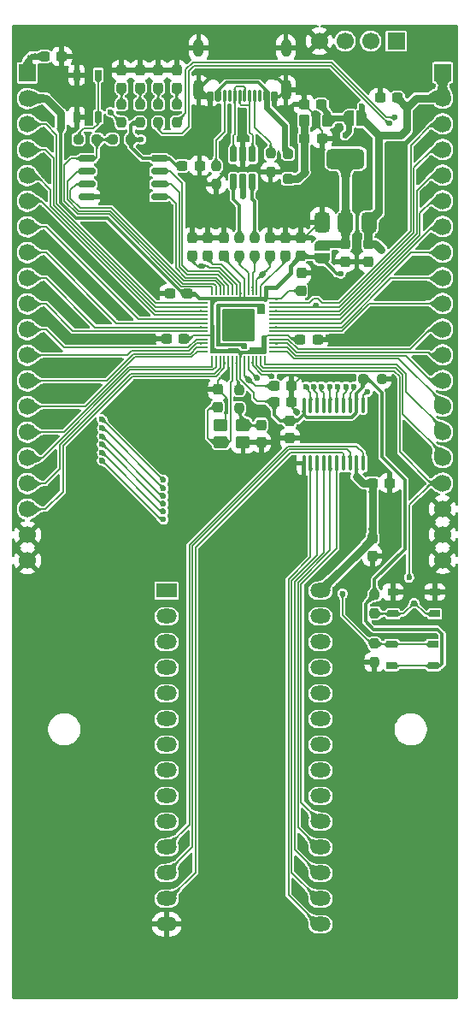
<source format=gbr>
G04 #@! TF.GenerationSoftware,KiCad,Pcbnew,9.0.2-2.fc42*
G04 #@! TF.CreationDate,2025-07-11T00:05:55+03:00*
G04 #@! TF.ProjectId,eeprom-programmer,65657072-6f6d-42d7-9072-6f6772616d6d,0.1*
G04 #@! TF.SameCoordinates,Original*
G04 #@! TF.FileFunction,Copper,L1,Top*
G04 #@! TF.FilePolarity,Positive*
%FSLAX46Y46*%
G04 Gerber Fmt 4.6, Leading zero omitted, Abs format (unit mm)*
G04 Created by KiCad (PCBNEW 9.0.2-2.fc42) date 2025-07-11 00:05:55*
%MOMM*%
%LPD*%
G01*
G04 APERTURE LIST*
G04 Aperture macros list*
%AMRoundRect*
0 Rectangle with rounded corners*
0 $1 Rounding radius*
0 $2 $3 $4 $5 $6 $7 $8 $9 X,Y pos of 4 corners*
0 Add a 4 corners polygon primitive as box body*
4,1,4,$2,$3,$4,$5,$6,$7,$8,$9,$2,$3,0*
0 Add four circle primitives for the rounded corners*
1,1,$1+$1,$2,$3*
1,1,$1+$1,$4,$5*
1,1,$1+$1,$6,$7*
1,1,$1+$1,$8,$9*
0 Add four rect primitives between the rounded corners*
20,1,$1+$1,$2,$3,$4,$5,0*
20,1,$1+$1,$4,$5,$6,$7,0*
20,1,$1+$1,$6,$7,$8,$9,0*
20,1,$1+$1,$8,$9,$2,$3,0*%
%AMFreePoly0*
4,1,23,0.500000,-0.750000,0.000000,-0.750000,0.000000,-0.745722,-0.065263,-0.745722,-0.191342,-0.711940,-0.304381,-0.646677,-0.396677,-0.554381,-0.461940,-0.441342,-0.495722,-0.315263,-0.495722,-0.250000,-0.500000,-0.250000,-0.500000,0.250000,-0.495722,0.250000,-0.495722,0.315263,-0.461940,0.441342,-0.396677,0.554381,-0.304381,0.646677,-0.191342,0.711940,-0.065263,0.745722,0.000000,0.745722,
0.000000,0.750000,0.500000,0.750000,0.500000,-0.750000,0.500000,-0.750000,$1*%
%AMFreePoly1*
4,1,23,0.000000,0.745722,0.065263,0.745722,0.191342,0.711940,0.304381,0.646677,0.396677,0.554381,0.461940,0.441342,0.495722,0.315263,0.495722,0.250000,0.500000,0.250000,0.500000,-0.250000,0.495722,-0.250000,0.495722,-0.315263,0.461940,-0.441342,0.396677,-0.554381,0.304381,-0.646677,0.191342,-0.711940,0.065263,-0.745722,0.000000,-0.745722,0.000000,-0.750000,-0.500000,-0.750000,
-0.500000,0.750000,0.000000,0.750000,0.000000,0.745722,0.000000,0.745722,$1*%
G04 Aperture macros list end*
G04 #@! TA.AperFunction,SMDPad,CuDef*
%ADD10RoundRect,0.237500X0.237500X-0.250000X0.237500X0.250000X-0.237500X0.250000X-0.237500X-0.250000X0*%
G04 #@! TD*
G04 #@! TA.AperFunction,SMDPad,CuDef*
%ADD11RoundRect,0.237500X-0.237500X0.300000X-0.237500X-0.300000X0.237500X-0.300000X0.237500X0.300000X0*%
G04 #@! TD*
G04 #@! TA.AperFunction,SMDPad,CuDef*
%ADD12RoundRect,0.250000X-0.450000X-0.350000X0.450000X-0.350000X0.450000X0.350000X-0.450000X0.350000X0*%
G04 #@! TD*
G04 #@! TA.AperFunction,SMDPad,CuDef*
%ADD13RoundRect,0.250000X-0.275000X-0.350000X0.275000X-0.350000X0.275000X0.350000X-0.275000X0.350000X0*%
G04 #@! TD*
G04 #@! TA.AperFunction,SMDPad,CuDef*
%ADD14RoundRect,0.162500X-0.162500X0.617500X-0.162500X-0.617500X0.162500X-0.617500X0.162500X0.617500X0*%
G04 #@! TD*
G04 #@! TA.AperFunction,SMDPad,CuDef*
%ADD15R,0.650000X1.050000*%
G04 #@! TD*
G04 #@! TA.AperFunction,SMDPad,CuDef*
%ADD16RoundRect,0.237500X0.237500X-0.300000X0.237500X0.300000X-0.237500X0.300000X-0.237500X-0.300000X0*%
G04 #@! TD*
G04 #@! TA.AperFunction,SMDPad,CuDef*
%ADD17RoundRect,0.237500X-0.237500X0.250000X-0.237500X-0.250000X0.237500X-0.250000X0.237500X0.250000X0*%
G04 #@! TD*
G04 #@! TA.AperFunction,SMDPad,CuDef*
%ADD18FreePoly0,0.000000*%
G04 #@! TD*
G04 #@! TA.AperFunction,SMDPad,CuDef*
%ADD19FreePoly1,0.000000*%
G04 #@! TD*
G04 #@! TA.AperFunction,SMDPad,CuDef*
%ADD20RoundRect,0.237500X-0.300000X-0.237500X0.300000X-0.237500X0.300000X0.237500X-0.300000X0.237500X0*%
G04 #@! TD*
G04 #@! TA.AperFunction,SMDPad,CuDef*
%ADD21RoundRect,0.237500X0.250000X0.237500X-0.250000X0.237500X-0.250000X-0.237500X0.250000X-0.237500X0*%
G04 #@! TD*
G04 #@! TA.AperFunction,SMDPad,CuDef*
%ADD22RoundRect,0.375000X0.375000X-0.625000X0.375000X0.625000X-0.375000X0.625000X-0.375000X-0.625000X0*%
G04 #@! TD*
G04 #@! TA.AperFunction,SMDPad,CuDef*
%ADD23RoundRect,0.500000X1.400000X-0.500000X1.400000X0.500000X-1.400000X0.500000X-1.400000X-0.500000X0*%
G04 #@! TD*
G04 #@! TA.AperFunction,SMDPad,CuDef*
%ADD24RoundRect,0.237500X0.300000X0.237500X-0.300000X0.237500X-0.300000X-0.237500X0.300000X-0.237500X0*%
G04 #@! TD*
G04 #@! TA.AperFunction,SMDPad,CuDef*
%ADD25FreePoly0,270.000000*%
G04 #@! TD*
G04 #@! TA.AperFunction,SMDPad,CuDef*
%ADD26FreePoly1,270.000000*%
G04 #@! TD*
G04 #@! TA.AperFunction,SMDPad,CuDef*
%ADD27R,1.050000X0.650000*%
G04 #@! TD*
G04 #@! TA.AperFunction,SMDPad,CuDef*
%ADD28RoundRect,0.162500X-0.650000X-0.162500X0.650000X-0.162500X0.650000X0.162500X-0.650000X0.162500X0*%
G04 #@! TD*
G04 #@! TA.AperFunction,SMDPad,CuDef*
%ADD29RoundRect,0.237500X-0.237500X0.287500X-0.237500X-0.287500X0.237500X-0.287500X0.237500X0.287500X0*%
G04 #@! TD*
G04 #@! TA.AperFunction,ComponentPad*
%ADD30R,2.000000X1.440000*%
G04 #@! TD*
G04 #@! TA.AperFunction,ComponentPad*
%ADD31O,2.000000X1.440000*%
G04 #@! TD*
G04 #@! TA.AperFunction,SMDPad,CuDef*
%ADD32RoundRect,0.050000X-0.387500X-0.050000X0.387500X-0.050000X0.387500X0.050000X-0.387500X0.050000X0*%
G04 #@! TD*
G04 #@! TA.AperFunction,SMDPad,CuDef*
%ADD33RoundRect,0.050000X-0.050000X-0.387500X0.050000X-0.387500X0.050000X0.387500X-0.050000X0.387500X0*%
G04 #@! TD*
G04 #@! TA.AperFunction,ComponentPad*
%ADD34C,0.600000*%
G04 #@! TD*
G04 #@! TA.AperFunction,SMDPad,CuDef*
%ADD35RoundRect,0.144000X-1.456000X-1.456000X1.456000X-1.456000X1.456000X1.456000X-1.456000X1.456000X0*%
G04 #@! TD*
G04 #@! TA.AperFunction,SMDPad,CuDef*
%ADD36RoundRect,0.100000X-0.100000X0.637500X-0.100000X-0.637500X0.100000X-0.637500X0.100000X0.637500X0*%
G04 #@! TD*
G04 #@! TA.AperFunction,SMDPad,CuDef*
%ADD37RoundRect,0.250000X0.250000X-0.250000X0.250000X0.250000X-0.250000X0.250000X-0.250000X-0.250000X0*%
G04 #@! TD*
G04 #@! TA.AperFunction,SMDPad,CuDef*
%ADD38RoundRect,0.150000X0.150000X0.387500X-0.150000X0.387500X-0.150000X-0.387500X0.150000X-0.387500X0*%
G04 #@! TD*
G04 #@! TA.AperFunction,SMDPad,CuDef*
%ADD39RoundRect,0.150000X0.150000X0.425000X-0.150000X0.425000X-0.150000X-0.425000X0.150000X-0.425000X0*%
G04 #@! TD*
G04 #@! TA.AperFunction,SMDPad,CuDef*
%ADD40RoundRect,0.075000X0.075000X0.500000X-0.075000X0.500000X-0.075000X-0.500000X0.075000X-0.500000X0*%
G04 #@! TD*
G04 #@! TA.AperFunction,HeatsinkPad*
%ADD41O,1.000000X2.100000*%
G04 #@! TD*
G04 #@! TA.AperFunction,HeatsinkPad*
%ADD42O,1.000000X1.800000*%
G04 #@! TD*
G04 #@! TA.AperFunction,ComponentPad*
%ADD43R,1.700000X1.700000*%
G04 #@! TD*
G04 #@! TA.AperFunction,ComponentPad*
%ADD44C,1.700000*%
G04 #@! TD*
G04 #@! TA.AperFunction,ViaPad*
%ADD45C,0.600000*%
G04 #@! TD*
G04 #@! TA.AperFunction,Conductor*
%ADD46C,0.300000*%
G04 #@! TD*
G04 #@! TA.AperFunction,Conductor*
%ADD47C,0.200000*%
G04 #@! TD*
G04 #@! TA.AperFunction,Conductor*
%ADD48C,0.150000*%
G04 #@! TD*
G04 #@! TA.AperFunction,Conductor*
%ADD49C,0.400000*%
G04 #@! TD*
G04 #@! TA.AperFunction,Conductor*
%ADD50C,0.600000*%
G04 #@! TD*
G04 #@! TA.AperFunction,Conductor*
%ADD51C,0.800000*%
G04 #@! TD*
G04 APERTURE END LIST*
D10*
X157676399Y-55422296D03*
X157676399Y-53597296D03*
D11*
X167762500Y-91672500D03*
X167762500Y-93397500D03*
D12*
X152762500Y-82159796D03*
X154962500Y-82159796D03*
X154962500Y-80459796D03*
X152762500Y-80459796D03*
D13*
X161033710Y-50345228D03*
X163333710Y-50345228D03*
D14*
X155892500Y-53670000D03*
X154942500Y-53670000D03*
X153992500Y-53670000D03*
X153992500Y-56370000D03*
X154942500Y-56370000D03*
X155892500Y-56370000D03*
D15*
X138462500Y-49985000D03*
X138462500Y-45835000D03*
X140612500Y-49985000D03*
X140612500Y-45835000D03*
D16*
X160725000Y-67172296D03*
X160725000Y-65447296D03*
D17*
X167962500Y-102097296D03*
X167962500Y-103922296D03*
D11*
X152462500Y-76947296D03*
X152462500Y-78672296D03*
D18*
X165433710Y-50115300D03*
D19*
X166733710Y-50115300D03*
D20*
X161046210Y-52089724D03*
X162771210Y-52089724D03*
D21*
X168687500Y-75909796D03*
X166862500Y-75909796D03*
D11*
X156762500Y-80447296D03*
X156762500Y-82172296D03*
D22*
X162825000Y-60409796D03*
X165125000Y-60409796D03*
D23*
X165125000Y-54109796D03*
D22*
X167425000Y-60409796D03*
D24*
X149087500Y-71959796D03*
X147362500Y-71959796D03*
D21*
X143852500Y-52199796D03*
X142027500Y-52199796D03*
D24*
X170250000Y-48085000D03*
X168525000Y-48085000D03*
D25*
X162775000Y-62709796D03*
D26*
X162775000Y-64009796D03*
D20*
X148925000Y-54810000D03*
X150650000Y-54810000D03*
D27*
X173817500Y-104299796D03*
X169667500Y-104299796D03*
X173817500Y-102149796D03*
X169667500Y-102149796D03*
D10*
X148377500Y-50549673D03*
X148377500Y-48724673D03*
D28*
X139495000Y-54074796D03*
X139495000Y-55344796D03*
X139495000Y-56614796D03*
X139495000Y-57884796D03*
X146670000Y-57884796D03*
X146670000Y-56614796D03*
X146670000Y-55344796D03*
X146670000Y-54074796D03*
D16*
X153050000Y-63685870D03*
X153050000Y-61960870D03*
D10*
X144751192Y-50549673D03*
X144751192Y-48724673D03*
X167977500Y-99099796D03*
X167977500Y-97274796D03*
D29*
X142914413Y-45335000D03*
X142914413Y-47085000D03*
D10*
X146551192Y-50549673D03*
X146551192Y-48724673D03*
D20*
X158037500Y-78159796D03*
X159762500Y-78159796D03*
D30*
X147385000Y-96859796D03*
D31*
X147385000Y-99399796D03*
X147385000Y-101939796D03*
X147385000Y-104479796D03*
X147385000Y-107019796D03*
X147385000Y-109559796D03*
X147385000Y-112099796D03*
X147385000Y-114639796D03*
X147385000Y-117179796D03*
X147385000Y-119719796D03*
X147385000Y-122259796D03*
X147385000Y-124799796D03*
X147385000Y-127339796D03*
X147385000Y-129879796D03*
X162625000Y-129879796D03*
X162625000Y-127339796D03*
X162625000Y-124799796D03*
X162625000Y-122259796D03*
X162625000Y-119719796D03*
X162625000Y-117179796D03*
X162625000Y-114639796D03*
X162625000Y-112099796D03*
X162625000Y-109559796D03*
X162625000Y-107019796D03*
X162625000Y-104479796D03*
X162625000Y-101939796D03*
X162625000Y-99399796D03*
X162625000Y-96859796D03*
D16*
X149900000Y-63685870D03*
X149900000Y-61960870D03*
D27*
X173952500Y-99149796D03*
X169802500Y-99149796D03*
X173952500Y-96999796D03*
X169802500Y-96999796D03*
D11*
X167375000Y-62559796D03*
X167375000Y-64284796D03*
D32*
X151065000Y-67987296D03*
X151065000Y-68387296D03*
X151065000Y-68787296D03*
X151065000Y-69187296D03*
X151065000Y-69587296D03*
X151065000Y-69987296D03*
X151065000Y-70387296D03*
X151065000Y-70787296D03*
X151065000Y-71187296D03*
X151065000Y-71587296D03*
X151065000Y-71987296D03*
X151065000Y-72387296D03*
X151065000Y-72787296D03*
X151065000Y-73187296D03*
D33*
X151902500Y-74024796D03*
X152302500Y-74024796D03*
X152702500Y-74024796D03*
X153102500Y-74024796D03*
X153502500Y-74024796D03*
X153902500Y-74024796D03*
X154302500Y-74024796D03*
X154702500Y-74024796D03*
X155102500Y-74024796D03*
X155502500Y-74024796D03*
X155902500Y-74024796D03*
X156302500Y-74024796D03*
X156702500Y-74024796D03*
X157102500Y-74024796D03*
D32*
X157940000Y-73187296D03*
X157940000Y-72787296D03*
X157940000Y-72387296D03*
X157940000Y-71987296D03*
X157940000Y-71587296D03*
X157940000Y-71187296D03*
X157940000Y-70787296D03*
X157940000Y-70387296D03*
X157940000Y-69987296D03*
X157940000Y-69587296D03*
X157940000Y-69187296D03*
X157940000Y-68787296D03*
X157940000Y-68387296D03*
X157940000Y-67987296D03*
D33*
X157102500Y-67149796D03*
X156702500Y-67149796D03*
X156302500Y-67149796D03*
X155902500Y-67149796D03*
X155502500Y-67149796D03*
X155102500Y-67149796D03*
X154702500Y-67149796D03*
X154302500Y-67149796D03*
X153902500Y-67149796D03*
X153502500Y-67149796D03*
X153102500Y-67149796D03*
X152702500Y-67149796D03*
X152302500Y-67149796D03*
X151902500Y-67149796D03*
D34*
X153227500Y-69312296D03*
X153227500Y-70587296D03*
X153227500Y-71862296D03*
X154502500Y-69312296D03*
X154502500Y-70587296D03*
D35*
X154502500Y-70587296D03*
D34*
X154502500Y-71862296D03*
X155777500Y-69312296D03*
X155777500Y-70587296D03*
X155777500Y-71862296D03*
D16*
X157609400Y-63685870D03*
X157609400Y-61960870D03*
D36*
X166850000Y-78497296D03*
X166200000Y-78497296D03*
X165550000Y-78497296D03*
X164900000Y-78497296D03*
X164250000Y-78497296D03*
X163600000Y-78497296D03*
X162950000Y-78497296D03*
X162300000Y-78497296D03*
X161650000Y-78497296D03*
X161000000Y-78497296D03*
X161000000Y-84222296D03*
X161650000Y-84222296D03*
X162300000Y-84222296D03*
X162950000Y-84222296D03*
X163600000Y-84222296D03*
X164250000Y-84222296D03*
X164900000Y-84222296D03*
X165550000Y-84222296D03*
X166200000Y-84222296D03*
X166850000Y-84222296D03*
D10*
X154589400Y-63735870D03*
X154589400Y-61910870D03*
D21*
X140482500Y-52199796D03*
X138657500Y-52199796D03*
D20*
X160612500Y-72009796D03*
X162337500Y-72009796D03*
D24*
X162725000Y-48735000D03*
X161000000Y-48735000D03*
D10*
X154562500Y-78797296D03*
X154562500Y-76972296D03*
D24*
X149437500Y-67479796D03*
X147712500Y-67479796D03*
D29*
X146551192Y-45335000D03*
X146551192Y-47085000D03*
D16*
X159139400Y-63685870D03*
X159139400Y-61960870D03*
X151450000Y-63685870D03*
X151450000Y-61960870D03*
D37*
X159426399Y-56109796D03*
X159426399Y-53609796D03*
D11*
X165075000Y-62559796D03*
X165075000Y-64284796D03*
D38*
X158082500Y-47937500D03*
D39*
X157282500Y-47900000D03*
D40*
X156132500Y-47900000D03*
X155132500Y-47900000D03*
X154632500Y-47900000D03*
X153632500Y-47900000D03*
D39*
X152482500Y-47900000D03*
D38*
X151682500Y-47937500D03*
X151682500Y-47937500D03*
D39*
X152482500Y-47900000D03*
D40*
X153132500Y-47900000D03*
X154132500Y-47900000D03*
X155632500Y-47900000D03*
X156632500Y-47900000D03*
D39*
X157282500Y-47900000D03*
D38*
X158082500Y-47937500D03*
D41*
X159202500Y-47325000D03*
D42*
X159202500Y-43145000D03*
D41*
X150562500Y-47325000D03*
D42*
X150562500Y-43145000D03*
D20*
X135275000Y-43985000D03*
X137000000Y-43985000D03*
D10*
X152287500Y-56647500D03*
X152287500Y-54822500D03*
D20*
X167775000Y-86209796D03*
X169500000Y-86209796D03*
D29*
X144751192Y-45335000D03*
X144751192Y-47085000D03*
D10*
X142914413Y-50549673D03*
X142914413Y-48724673D03*
D29*
X148377500Y-45335000D03*
X148377500Y-47085000D03*
D16*
X160690000Y-63685870D03*
X160690000Y-61960870D03*
D10*
X156089400Y-63735870D03*
X156089400Y-61910870D03*
D20*
X158037500Y-76609796D03*
X159762500Y-76609796D03*
D16*
X159592500Y-81762500D03*
X159592500Y-80037500D03*
D43*
X170132500Y-42470000D03*
D44*
X167592500Y-42470000D03*
X165052500Y-42470000D03*
X162512500Y-42470000D03*
D43*
X174732500Y-45590000D03*
D44*
X174732500Y-48130000D03*
X174732500Y-50670000D03*
X174732500Y-53210000D03*
X174732500Y-55750000D03*
X174732500Y-58290000D03*
X174732500Y-60830000D03*
X174732500Y-63370000D03*
X174732500Y-65910000D03*
X174732500Y-68450000D03*
X174732500Y-70990000D03*
X174732500Y-73530000D03*
X174732500Y-76070000D03*
X174732500Y-78610000D03*
X174732500Y-81150000D03*
X174732500Y-83690000D03*
X174732500Y-86230000D03*
X174732500Y-88770000D03*
X174732500Y-91310000D03*
X174732500Y-93850000D03*
D43*
X133592500Y-45609796D03*
D44*
X133592500Y-48149796D03*
X133592500Y-50689796D03*
X133592500Y-53229796D03*
X133592500Y-55769796D03*
X133592500Y-58309796D03*
X133592500Y-60849796D03*
X133592500Y-63389796D03*
X133592500Y-65929796D03*
X133592500Y-68469796D03*
X133592500Y-71009796D03*
X133592500Y-73549796D03*
X133592500Y-76089796D03*
X133592500Y-78629796D03*
X133592500Y-81169796D03*
X133592500Y-83709796D03*
X133592500Y-86249796D03*
X133592500Y-88789796D03*
X133592500Y-91329796D03*
X133592500Y-93869796D03*
D45*
X169862500Y-75910000D03*
X160250000Y-79124476D03*
X163402578Y-71735000D03*
X137252500Y-106270000D03*
X143012500Y-55860000D03*
X173837500Y-42435000D03*
X159512500Y-57835000D03*
X171702500Y-106440000D03*
X146237500Y-67290000D03*
X163232500Y-66740000D03*
X148412500Y-84610000D03*
X148437500Y-76910000D03*
X154932500Y-106740000D03*
X161012500Y-88335000D03*
X165737500Y-75810001D03*
X146237500Y-71960000D03*
X148962500Y-53435000D03*
X154437500Y-42260000D03*
X132912500Y-41760000D03*
X144862500Y-52209796D03*
X164652500Y-65469796D03*
X155062500Y-72659796D03*
X156862500Y-65559796D03*
X150862500Y-64735786D03*
X156762500Y-69109796D03*
X155525121Y-75972175D03*
X140982500Y-83970000D03*
X147087500Y-89809796D03*
X147087500Y-89009796D03*
X140987500Y-83209796D03*
X147087500Y-88259796D03*
X140987500Y-82359796D03*
X140987500Y-81584796D03*
X147087500Y-87484796D03*
X147087500Y-86709796D03*
X140987500Y-80759796D03*
X140987500Y-79909796D03*
X147087500Y-85884796D03*
X164812500Y-97129796D03*
X162192500Y-68589796D03*
X170012500Y-50027597D03*
X169487500Y-50635000D03*
X161225000Y-76629796D03*
X161975000Y-76629796D03*
X162725000Y-76629796D03*
X163575000Y-76629796D03*
X164325000Y-76629796D03*
X165149660Y-76629796D03*
X165966285Y-76629796D03*
X167325000Y-77159796D03*
X157834316Y-75634796D03*
X156362500Y-75809796D03*
X166733710Y-48909796D03*
X166200001Y-85572295D03*
X168637500Y-63109796D03*
X141812500Y-49490000D03*
X171412500Y-95559796D03*
X171912500Y-98059796D03*
X154942500Y-57810000D03*
X165042500Y-51779796D03*
D46*
X157676399Y-55422296D02*
X156644796Y-55422296D01*
X156644796Y-55422296D02*
X156352500Y-55130000D01*
X156352500Y-55130000D02*
X155042500Y-55130000D01*
X155042500Y-55130000D02*
X154942500Y-55030000D01*
X152287500Y-56647500D02*
X152287500Y-56375000D01*
X154852500Y-55120000D02*
X154942500Y-55030000D01*
X152287500Y-56375000D02*
X153542500Y-55120000D01*
X153542500Y-55120000D02*
X154852500Y-55120000D01*
X154942500Y-55030000D02*
X154942500Y-53670000D01*
X159702500Y-47325000D02*
X159737500Y-47360000D01*
D47*
X152287500Y-57022500D02*
X152287500Y-56647500D01*
X159762500Y-76609796D02*
X159762500Y-78159796D01*
D48*
X137000000Y-43985000D02*
X137877500Y-43985000D01*
D47*
X162137500Y-50714928D02*
X162137500Y-49839928D01*
D48*
X168002500Y-104252296D02*
X168002500Y-103962296D01*
X149482500Y-43145000D02*
X150562500Y-43145000D01*
D46*
X150562500Y-47228281D02*
X151691781Y-46099000D01*
D48*
X148377500Y-45335000D02*
X148377500Y-44250000D01*
D46*
X151550000Y-56672500D02*
X152262500Y-56672500D01*
D48*
X138462500Y-44570000D02*
X138462500Y-45835000D01*
X138462500Y-49985000D02*
X138462500Y-45835000D01*
X169862296Y-75909796D02*
X169862500Y-75910000D01*
D46*
X159737500Y-47360000D02*
X160403410Y-47360000D01*
D47*
X153050000Y-58897296D02*
X152325000Y-58172296D01*
X162137500Y-49839928D02*
X161158710Y-48861138D01*
D46*
X160832500Y-43470000D02*
X161502500Y-43470000D01*
X159202500Y-43145000D02*
X160507500Y-43145000D01*
X147712500Y-67479796D02*
X146427296Y-67479796D01*
X151450000Y-61937296D02*
X153050000Y-61937296D01*
X162337500Y-72009796D02*
X163127782Y-72009796D01*
D47*
X157609400Y-61960870D02*
X157682500Y-61887770D01*
D46*
X157609400Y-61970870D02*
X159129400Y-61970870D01*
X158590000Y-47937500D02*
X159202500Y-47325000D01*
D48*
X159512500Y-57810000D02*
X159512500Y-57835000D01*
D47*
X173620000Y-92737500D02*
X174732500Y-93850000D01*
X161011426Y-61960870D02*
X162562500Y-60409796D01*
X156650000Y-82159796D02*
X156762500Y-82272296D01*
D46*
X151440000Y-61927296D02*
X151450000Y-61937296D01*
D47*
X174732500Y-91310000D02*
X173620000Y-92422500D01*
D48*
X158460000Y-81762500D02*
X159592500Y-81762500D01*
D47*
X174882500Y-93850000D02*
X174962500Y-93930000D01*
D46*
X150580000Y-54880000D02*
X150580000Y-55702500D01*
X159202500Y-46975000D02*
X159202500Y-47325000D01*
X160507500Y-43145000D02*
X160832500Y-43470000D01*
X151350000Y-47937500D02*
X151682500Y-47937500D01*
X150580000Y-47342500D02*
X150562500Y-47325000D01*
X149900000Y-61927296D02*
X151440000Y-61927296D01*
D47*
X174962500Y-93930000D02*
X174962500Y-93980000D01*
X159762500Y-78636976D02*
X160250000Y-79124476D01*
D46*
X159202500Y-47325000D02*
X159702500Y-47325000D01*
D48*
X140987704Y-57884796D02*
X143012500Y-55860000D01*
D46*
X146237500Y-71960000D02*
X147362296Y-71960000D01*
D48*
X137877500Y-43985000D02*
X138462500Y-44570000D01*
D47*
X159762500Y-76609796D02*
X160562295Y-75810001D01*
X161126138Y-48861138D02*
X161000000Y-48735000D01*
D46*
X159129400Y-61970870D02*
X159139400Y-61960870D01*
D47*
X162771210Y-51348638D02*
X162137500Y-50714928D01*
D48*
X141212500Y-44570000D02*
X141977500Y-45335000D01*
D46*
X146427296Y-67479796D02*
X146237500Y-67290000D01*
X161502500Y-43470000D02*
X162502500Y-42470000D01*
X151691781Y-46099000D02*
X158326500Y-46099000D01*
D48*
X156762500Y-82172296D02*
X158050204Y-82172296D01*
D47*
X173952500Y-94990000D02*
X173952500Y-96999796D01*
D46*
X150737500Y-47325000D02*
X151350000Y-47937500D01*
D48*
X153502500Y-75069796D02*
X152462500Y-76109796D01*
D47*
X152325000Y-58172296D02*
X152325000Y-57060000D01*
X169802500Y-96999796D02*
X173952500Y-96999796D01*
X153050000Y-61960870D02*
X153050000Y-58897296D01*
D46*
X150580000Y-55702500D02*
X151550000Y-56672500D01*
D48*
X153188500Y-77673296D02*
X153188500Y-80033796D01*
X141977500Y-45335000D02*
X142914413Y-45335000D01*
X154437500Y-42260000D02*
X154462500Y-42260000D01*
X150562500Y-43145000D02*
X159202500Y-43145000D01*
X142914413Y-45335000D02*
X148377500Y-45335000D01*
D46*
X150650000Y-54810000D02*
X150580000Y-54880000D01*
D47*
X159762500Y-78159796D02*
X159762500Y-78636976D01*
D46*
X160403410Y-47360000D02*
X161000000Y-47956590D01*
X164577500Y-44535000D02*
X162512500Y-42470000D01*
D47*
X174732500Y-88770000D02*
X173695000Y-89807500D01*
D46*
X150650000Y-54810000D02*
X150650000Y-54660000D01*
D48*
X154962500Y-82159796D02*
X156750000Y-82159796D01*
D46*
X163127782Y-72009796D02*
X163402578Y-71735000D01*
D47*
X162771210Y-52089724D02*
X162771210Y-51348638D01*
X160562295Y-75810001D02*
X165737500Y-75810001D01*
D46*
X150562500Y-47325000D02*
X150562500Y-47228281D01*
D48*
X156750000Y-82159796D02*
X156762500Y-82172296D01*
D46*
X159139400Y-61960870D02*
X160668926Y-61960870D01*
D48*
X153188500Y-80033796D02*
X152762500Y-80459796D01*
X148377500Y-44250000D02*
X149482500Y-43145000D01*
D47*
X173695000Y-89807500D02*
X173695000Y-90272500D01*
D48*
X152462500Y-76109796D02*
X152462500Y-76947296D01*
D47*
X173695000Y-90272500D02*
X174732500Y-91310000D01*
X157682500Y-61887770D02*
X157682500Y-55428397D01*
D48*
X168687500Y-75909796D02*
X169862296Y-75909796D01*
D46*
X148474796Y-76947296D02*
X152462500Y-76947296D01*
D48*
X158050204Y-82172296D02*
X158460000Y-81762500D01*
D47*
X161158710Y-48861138D02*
X161126138Y-48861138D01*
D46*
X158326500Y-46099000D02*
X159202500Y-46975000D01*
D48*
X138462500Y-44570000D02*
X141212500Y-44570000D01*
D47*
X174732500Y-93850000D02*
X174882500Y-93850000D01*
D46*
X160668926Y-61960870D02*
X160690000Y-61939796D01*
D48*
X153502500Y-74024796D02*
X153502500Y-75069796D01*
D46*
X168525000Y-48085000D02*
X168525000Y-47122500D01*
D47*
X157682500Y-55428397D02*
X157676399Y-55422296D01*
D46*
X168525000Y-47122500D02*
X165937500Y-44535000D01*
X150650000Y-54660000D02*
X150580000Y-54590000D01*
D48*
X167955000Y-104299796D02*
X168002500Y-104252296D01*
X161000000Y-88322500D02*
X161012500Y-88335000D01*
D46*
X150562500Y-47325000D02*
X150737500Y-47325000D01*
D49*
X165075000Y-64284796D02*
X167375000Y-64284796D01*
D47*
X152325000Y-57060000D02*
X152287500Y-57022500D01*
D46*
X161000000Y-47956590D02*
X161000000Y-48735000D01*
X162502500Y-42470000D02*
X162512500Y-42470000D01*
X148462500Y-84660000D02*
X148412500Y-84610000D01*
X147362296Y-71960000D02*
X147362500Y-71959796D01*
D47*
X173620000Y-92422500D02*
X173620000Y-92737500D01*
X160690000Y-61960870D02*
X161011426Y-61960870D01*
D46*
X152262500Y-56672500D02*
X152287500Y-56647500D01*
D48*
X152462500Y-76947296D02*
X153188500Y-77673296D01*
D47*
X174962500Y-93980000D02*
X173952500Y-94990000D01*
D48*
X139495000Y-57884796D02*
X140987704Y-57884796D01*
D46*
X165937500Y-44535000D02*
X164577500Y-44535000D01*
D48*
X161000000Y-84222296D02*
X161000000Y-88322500D01*
X168002500Y-103962296D02*
X167962500Y-103922296D01*
D46*
X158082500Y-47937500D02*
X158590000Y-47937500D01*
X150580000Y-54590000D02*
X150580000Y-47342500D01*
X148437500Y-76910000D02*
X148474796Y-76947296D01*
D47*
X162562500Y-60409796D02*
X162825000Y-60409796D01*
D46*
X154942500Y-53670000D02*
X154875000Y-53737500D01*
D50*
X157292500Y-47910000D02*
X157282500Y-47900000D01*
D46*
X153295219Y-46549000D02*
X156469781Y-46549000D01*
D50*
X159075000Y-53258397D02*
X159075000Y-50842500D01*
D46*
X152482500Y-47361719D02*
X153295219Y-46549000D01*
D50*
X157292500Y-49060000D02*
X157292500Y-47910000D01*
X159426399Y-53609796D02*
X159075000Y-53258397D01*
D46*
X157282500Y-47361719D02*
X157282500Y-47900000D01*
X156469781Y-46549000D02*
X157282500Y-47361719D01*
D50*
X159075000Y-50842500D02*
X157292500Y-49060000D01*
D46*
X152482500Y-47900000D02*
X152482500Y-47361719D01*
D48*
X153902500Y-76069060D02*
X153737500Y-76234060D01*
X153737500Y-76234060D02*
X153737500Y-82025000D01*
X151912500Y-82159796D02*
X151462500Y-81709796D01*
X153602704Y-82159796D02*
X152762500Y-82159796D01*
X153902500Y-74024796D02*
X153902500Y-76069060D01*
X151462500Y-79009796D02*
X151800000Y-78672296D01*
X153737500Y-82025000D02*
X153602704Y-82159796D01*
X152762500Y-82159796D02*
X151912500Y-82159796D01*
X151800000Y-78672296D02*
X152462500Y-78672296D01*
X151462500Y-81709796D02*
X151462500Y-79009796D01*
X154302500Y-74024796D02*
X154302500Y-75988406D01*
X154562500Y-76248406D02*
X154562500Y-76972296D01*
X154302500Y-75988406D02*
X154562500Y-76248406D01*
D46*
X148362500Y-54810000D02*
X148925000Y-54810000D01*
D47*
X154702500Y-73474796D02*
X154702500Y-74024796D01*
D50*
X133592500Y-44390000D02*
X133592500Y-45609796D01*
D46*
X141510338Y-59971000D02*
X138413228Y-59971000D01*
X150142296Y-67479796D02*
X150622296Y-67959796D01*
D47*
X157102500Y-67957296D02*
X157102500Y-67149796D01*
D46*
X144977500Y-54074796D02*
X146670000Y-54074796D01*
D47*
X156612500Y-67959796D02*
X155112500Y-67959796D01*
D48*
X159512500Y-67172296D02*
X160725000Y-67172296D01*
D47*
X151065000Y-71587296D02*
X151052500Y-71599796D01*
X150047500Y-71599796D02*
X149687500Y-71959796D01*
D46*
X166200000Y-78497296D02*
X166200000Y-77347296D01*
D51*
X136887500Y-49612296D02*
X136887500Y-51010000D01*
D46*
X149019134Y-67479796D02*
X141510338Y-59971000D01*
D47*
X159451466Y-71587296D02*
X159873966Y-72009796D01*
D48*
X158697500Y-67987296D02*
X159512500Y-67172296D01*
D47*
X152822804Y-64585000D02*
X154702500Y-66464696D01*
D51*
X135425000Y-48149796D02*
X136887500Y-49612296D01*
D49*
X157212500Y-66809796D02*
X157212500Y-67869796D01*
D47*
X149687500Y-71959796D02*
X149087500Y-71959796D01*
D48*
X157922500Y-67969796D02*
X157940000Y-67987296D01*
D46*
X174482704Y-104299796D02*
X173817500Y-104299796D01*
D50*
X135275000Y-43985000D02*
X133997500Y-43985000D01*
D46*
X146670000Y-54074796D02*
X147627296Y-54074796D01*
X174682500Y-101140000D02*
X174682500Y-104100000D01*
X154917500Y-73259796D02*
X157112500Y-73259796D01*
D47*
X157112500Y-71819796D02*
X157345000Y-71587296D01*
D51*
X133592500Y-48149796D02*
X135425000Y-48149796D01*
D46*
X168736500Y-77294000D02*
X168736500Y-83643796D01*
D47*
X159873966Y-72009796D02*
X160612500Y-72009796D01*
D48*
X157940000Y-67987296D02*
X158697500Y-67987296D01*
X154702500Y-67949796D02*
X154712500Y-67959796D01*
D47*
X156362500Y-78109796D02*
X157987500Y-78109796D01*
X156702500Y-66719796D02*
X159139400Y-64282896D01*
X155102500Y-66000000D02*
X155102500Y-67149796D01*
D46*
X143852500Y-52209796D02*
X144862500Y-52209796D01*
X166862500Y-76684796D02*
X166862500Y-75909796D01*
D47*
X154702500Y-66464696D02*
X154702500Y-67149796D01*
D48*
X155102500Y-67949796D02*
X155112500Y-67959796D01*
X154702500Y-67149796D02*
X154702500Y-67949796D01*
D49*
X162575000Y-63809796D02*
X160835000Y-63809796D01*
D48*
X157312500Y-67969796D02*
X157922500Y-67969796D01*
D47*
X156615000Y-67957296D02*
X157102500Y-67957296D01*
D46*
X161000000Y-79437500D02*
X161247296Y-79684796D01*
X161247296Y-79684796D02*
X165749999Y-79684796D01*
X161000000Y-78497296D02*
X161000000Y-79437500D01*
D47*
X151052500Y-71599796D02*
X150047500Y-71599796D01*
D46*
X167977500Y-97274796D02*
X167112500Y-98139796D01*
X164235000Y-65469796D02*
X164652500Y-65469796D01*
X167892500Y-100680000D02*
X174222500Y-100680000D01*
D47*
X154702500Y-74024796D02*
X154702500Y-75927372D01*
D46*
X166200000Y-79234795D02*
X166200000Y-78497296D01*
X144052827Y-50549673D02*
X144751192Y-50549673D01*
X138413228Y-59971000D02*
X136876500Y-58434272D01*
X136876500Y-54605670D02*
X136887500Y-54594670D01*
X160355000Y-80037500D02*
X161000000Y-79392500D01*
D47*
X151935000Y-67987296D02*
X151962500Y-67959796D01*
D46*
X165749999Y-79684796D02*
X166200000Y-79234795D01*
D47*
X153050000Y-63947500D02*
X155102500Y-66000000D01*
D46*
X149437500Y-67479796D02*
X150142296Y-67479796D01*
D47*
X151960000Y-71587296D02*
X151962500Y-71589796D01*
D46*
X166862500Y-75909796D02*
X167352296Y-75909796D01*
X167112500Y-98139796D02*
X167112500Y-99900000D01*
D47*
X156702500Y-67869796D02*
X156612500Y-67959796D01*
D46*
X167112500Y-99900000D02*
X167892500Y-100680000D01*
D47*
X156702500Y-67149796D02*
X156702500Y-66719796D01*
D48*
X169667500Y-104299796D02*
X173817500Y-104299796D01*
D47*
X151450000Y-64047500D02*
X151987500Y-64585000D01*
X151450000Y-63685870D02*
X151450000Y-64047500D01*
D46*
X158037500Y-79455000D02*
X158037500Y-78159796D01*
X166200000Y-77347296D02*
X166862500Y-76684796D01*
D48*
X155102500Y-67149796D02*
X155102500Y-67949796D01*
D46*
X143852500Y-52209796D02*
X143852500Y-50750000D01*
D48*
X157212500Y-67869796D02*
X157312500Y-67969796D01*
D47*
X157112500Y-73259796D02*
X157112500Y-71819796D01*
D49*
X162775000Y-64009796D02*
X162575000Y-63809796D01*
D47*
X159139400Y-64282896D02*
X159139400Y-63685870D01*
X153050000Y-63685870D02*
X153050000Y-63947500D01*
D46*
X170982500Y-85889796D02*
X170982500Y-92729796D01*
X147627296Y-54074796D02*
X148362500Y-54810000D01*
X150622296Y-67959796D02*
X151962500Y-67959796D01*
D49*
X159662500Y-65409796D02*
X158262500Y-66809796D01*
D46*
X149437500Y-67479796D02*
X149019134Y-67479796D01*
D47*
X156702500Y-67149796D02*
X156702500Y-67869796D01*
D49*
X160835000Y-63809796D02*
X160690000Y-63664796D01*
D46*
X159592500Y-80037500D02*
X158620000Y-80037500D01*
X143852500Y-52949796D02*
X144977500Y-54074796D01*
X174682500Y-104100000D02*
X174482704Y-104299796D01*
X159592500Y-80037500D02*
X160355000Y-80037500D01*
D49*
X160690000Y-63664796D02*
X159662500Y-64692296D01*
D47*
X154712500Y-67959796D02*
X151962500Y-67959796D01*
D46*
X168736500Y-83643796D02*
X170982500Y-85889796D01*
D47*
X154487500Y-73259796D02*
X154702500Y-73474796D01*
D46*
X144664452Y-50636822D02*
X144764101Y-50537173D01*
D47*
X149530000Y-67387296D02*
X149752500Y-67387296D01*
X156037500Y-77784796D02*
X156362500Y-78109796D01*
D46*
X167352296Y-75909796D02*
X168736500Y-77294000D01*
D47*
X154702500Y-75927372D02*
X156037500Y-77262372D01*
X156037500Y-77262372D02*
X156037500Y-77784796D01*
D46*
X143852500Y-50750000D02*
X144052827Y-50549673D01*
X174222500Y-100680000D02*
X174682500Y-101140000D01*
X136887500Y-54594670D02*
X136887500Y-51010000D01*
X143852500Y-52209796D02*
X143852500Y-52949796D01*
X136876500Y-58434272D02*
X136876500Y-54605670D01*
X167977500Y-95734796D02*
X167977500Y-97274796D01*
D47*
X151962500Y-73259796D02*
X154487500Y-73259796D01*
D49*
X159662500Y-64692296D02*
X159662500Y-65409796D01*
D47*
X151987500Y-64585000D02*
X152822804Y-64585000D01*
X151962500Y-67959796D02*
X151962500Y-71589796D01*
D49*
X158262500Y-66809796D02*
X157212500Y-66809796D01*
D46*
X158620000Y-80037500D02*
X158037500Y-79455000D01*
X161000000Y-79392500D02*
X161000000Y-78497296D01*
D47*
X151962500Y-71589796D02*
X151962500Y-73259796D01*
X157345000Y-71587296D02*
X157940000Y-71587296D01*
D46*
X162775000Y-64009796D02*
X164235000Y-65469796D01*
D47*
X157940000Y-71587296D02*
X159451466Y-71587296D01*
D50*
X133997500Y-43985000D02*
X133592500Y-44390000D01*
D47*
X155112500Y-67959796D02*
X154712500Y-67959796D01*
X157987500Y-78109796D02*
X158037500Y-78159796D01*
X156612500Y-67959796D02*
X156615000Y-67957296D01*
X151065000Y-71587296D02*
X151960000Y-71587296D01*
D46*
X170982500Y-92729796D02*
X167977500Y-95734796D01*
X154702500Y-73474796D02*
X154917500Y-73259796D01*
D47*
X155102500Y-74024796D02*
X155102500Y-75549554D01*
X154302500Y-67149796D02*
X154302500Y-66562498D01*
X157609400Y-64812896D02*
X157609400Y-63685870D01*
X155525121Y-75972175D02*
X156162742Y-76609796D01*
X156862500Y-65559796D02*
X157609400Y-64812896D01*
X151408286Y-64735786D02*
X150862500Y-64735786D01*
X155102500Y-75549554D02*
X155525121Y-75972175D01*
X154302500Y-66562498D02*
X152675002Y-64935000D01*
X156162742Y-76609796D02*
X158037500Y-76609796D01*
X150412416Y-64735786D02*
X150862500Y-64735786D01*
X149900000Y-63685870D02*
X149900000Y-64223370D01*
X151607500Y-64935000D02*
X151408286Y-64735786D01*
X156302500Y-67149796D02*
X156302500Y-66119796D01*
X149900000Y-64223370D02*
X150412416Y-64735786D01*
X152675002Y-64935000D02*
X151607500Y-64935000D01*
X156302500Y-66119796D02*
X156862500Y-65559796D01*
D48*
X146822296Y-89809796D02*
X140982500Y-83970000D01*
X135392704Y-88789796D02*
X133592500Y-88789796D01*
X143984292Y-75660796D02*
X137103000Y-82542088D01*
X137103000Y-82542088D02*
X137103000Y-87079500D01*
X153102500Y-74024796D02*
X153102500Y-74833710D01*
X153102500Y-74833710D02*
X152275414Y-75660796D01*
X152275414Y-75660796D02*
X143984292Y-75660796D01*
X137103000Y-87079500D02*
X135392704Y-88789796D01*
X147087500Y-89809796D02*
X146822296Y-89809796D01*
X147087500Y-89009796D02*
X146837500Y-89009796D01*
X152702500Y-74808032D02*
X152150736Y-75359796D01*
X136802000Y-82418824D02*
X136802000Y-84800500D01*
X146837500Y-89009796D02*
X141037500Y-83209796D01*
X143861028Y-75359796D02*
X136802000Y-82418824D01*
X152150736Y-75359796D02*
X143861028Y-75359796D01*
X152702500Y-74024796D02*
X152702500Y-74808032D01*
X135352704Y-86249796D02*
X133592500Y-86249796D01*
X136802000Y-84800500D02*
X135352704Y-86249796D01*
X143786764Y-75009796D02*
X135086764Y-83709796D01*
X151999264Y-75009796D02*
X143786764Y-75009796D01*
X135086764Y-83709796D02*
X133592500Y-83709796D01*
X141012500Y-82359796D02*
X146912500Y-88259796D01*
X152302500Y-74024796D02*
X152302500Y-74706560D01*
X152302500Y-74706560D02*
X151999264Y-75009796D01*
X146912500Y-88259796D02*
X147062500Y-88259796D01*
X151875000Y-74709796D02*
X143662500Y-74709796D01*
X151902500Y-74024796D02*
X151902500Y-74682296D01*
X151902500Y-74682296D02*
X151875000Y-74709796D01*
X146912500Y-87484796D02*
X147062500Y-87484796D01*
X143662500Y-74709796D02*
X137202500Y-81169796D01*
X137202500Y-81169796D02*
X133592500Y-81169796D01*
X141012500Y-81584796D02*
X146912500Y-87484796D01*
X147062500Y-86709796D02*
X141112500Y-80759796D01*
X141037500Y-80759796D02*
X140937500Y-80759796D01*
X144221764Y-73724796D02*
X139316764Y-78629796D01*
X139316764Y-78629796D02*
X133592500Y-78629796D01*
X150410204Y-73187296D02*
X149872704Y-73724796D01*
X151065000Y-73187296D02*
X150410204Y-73187296D01*
X149872704Y-73724796D02*
X144221764Y-73724796D01*
X141432500Y-76089796D02*
X133592500Y-76089796D01*
X151065000Y-72787296D02*
X150385940Y-72787296D01*
X141025000Y-79909796D02*
X140950000Y-79909796D01*
X147037500Y-85884796D02*
X141062500Y-79909796D01*
X149748440Y-73424796D02*
X144097500Y-73424796D01*
X144097500Y-73424796D02*
X141432500Y-76089796D01*
X150385940Y-72787296D02*
X149748440Y-73424796D01*
X150359264Y-72387296D02*
X149621764Y-73124796D01*
X149621764Y-73124796D02*
X143947500Y-73124796D01*
X143947500Y-73124796D02*
X143522500Y-73549796D01*
X143522500Y-73549796D02*
X133592500Y-73549796D01*
X151065000Y-72387296D02*
X150359264Y-72387296D01*
X149512296Y-72810000D02*
X137225204Y-72810000D01*
X150335000Y-71987296D02*
X149512296Y-72810000D01*
X135425000Y-71009796D02*
X133592500Y-71009796D01*
X137225204Y-72810000D02*
X135425000Y-71009796D01*
X151065000Y-71987296D02*
X150335000Y-71987296D01*
X138114000Y-71158796D02*
X135425000Y-68469796D01*
X151036500Y-71158796D02*
X138114000Y-71158796D01*
X135425000Y-68469796D02*
X133592500Y-68469796D01*
X151065000Y-71187296D02*
X151036500Y-71158796D01*
X140282500Y-70787296D02*
X135425000Y-65929796D01*
X151065000Y-70787296D02*
X140282500Y-70787296D01*
X135425000Y-65929796D02*
X133592500Y-65929796D01*
X151065000Y-70387296D02*
X142422500Y-70387296D01*
X142422500Y-70387296D02*
X135425000Y-63389796D01*
X135425000Y-63389796D02*
X133592500Y-63389796D01*
X144562500Y-69987296D02*
X135425000Y-60849796D01*
X135425000Y-60849796D02*
X133592500Y-60849796D01*
X151065000Y-69987296D02*
X144562500Y-69987296D01*
X146226402Y-69587296D02*
X134948902Y-58309796D01*
X134948902Y-58309796D02*
X133592500Y-58309796D01*
X151065000Y-69587296D02*
X146226402Y-69587296D01*
X135901500Y-57179000D02*
X134492296Y-55769796D01*
X151065000Y-69187296D02*
X146250666Y-69187296D01*
X134492296Y-55769796D02*
X133592500Y-55769796D01*
X146250666Y-69187296D02*
X135901500Y-58838130D01*
X135901500Y-58838130D02*
X135901500Y-57179000D01*
X146274930Y-68787296D02*
X136201500Y-58713866D01*
X136201500Y-58713866D02*
X136201500Y-54029000D01*
X136201500Y-54029000D02*
X135402296Y-53229796D01*
X151065000Y-68787296D02*
X146274930Y-68787296D01*
X135402296Y-53229796D02*
X133592500Y-53229796D01*
X146299194Y-68387296D02*
X136501500Y-58589602D01*
X136501500Y-58589602D02*
X136501500Y-51779000D01*
X135412296Y-50689796D02*
X133592500Y-50689796D01*
X151065000Y-68387296D02*
X146299194Y-68387296D01*
X136501500Y-51779000D02*
X135412296Y-50689796D01*
X161511116Y-68387296D02*
X161933616Y-67964796D01*
X157940000Y-68387296D02*
X161511116Y-68387296D01*
X162395000Y-67964796D02*
X162817500Y-68387296D01*
X161933616Y-67964796D02*
X162395000Y-67964796D01*
X162817500Y-68387296D02*
X164470654Y-68387296D01*
X171574000Y-52760796D02*
X173664796Y-50670000D01*
X171574000Y-61283950D02*
X171574000Y-52760796D01*
X164470654Y-68387296D02*
X171574000Y-61283950D01*
X173664796Y-50670000D02*
X174732500Y-50670000D01*
X157940000Y-68787296D02*
X164496332Y-68787296D01*
X161995000Y-68787296D02*
X162192500Y-68589796D01*
X167650000Y-102097296D02*
X167962500Y-102097296D01*
X164812500Y-97129796D02*
X164812500Y-99259796D01*
X167962500Y-102107296D02*
X167962500Y-102097296D01*
X164496332Y-68787296D02*
X171874000Y-61409628D01*
X171874000Y-55000796D02*
X173694796Y-53180000D01*
X174702500Y-53180000D02*
X174732500Y-53210000D01*
X164812500Y-99259796D02*
X167650000Y-102097296D01*
X168005000Y-102149796D02*
X167962500Y-102107296D01*
X169667500Y-102149796D02*
X173817500Y-102149796D01*
X169667500Y-102149796D02*
X168005000Y-102149796D01*
X173694796Y-53180000D02*
X174702500Y-53180000D01*
X157940000Y-68787296D02*
X161995000Y-68787296D01*
X171874000Y-61409628D02*
X171874000Y-55000796D01*
X172174000Y-57240796D02*
X173694796Y-55720000D01*
X173694796Y-55720000D02*
X174702500Y-55720000D01*
X148364101Y-50537173D02*
X149287500Y-49613774D01*
X149988236Y-44585000D02*
X163737500Y-44585000D01*
X172174000Y-61533892D02*
X172174000Y-57240796D01*
X174702500Y-55720000D02*
X174732500Y-55750000D01*
X149287500Y-49613774D02*
X149287500Y-45285736D01*
X149287500Y-45285736D02*
X149988236Y-44585000D01*
X164520596Y-69187296D02*
X172174000Y-61533892D01*
X157940000Y-69187296D02*
X164520596Y-69187296D01*
X163737500Y-44585000D02*
X169180097Y-50027597D01*
X169180097Y-50027597D02*
X170012500Y-50027597D01*
X169362500Y-50635000D02*
X169487500Y-50635000D01*
X172474000Y-59480796D02*
X173694796Y-58260000D01*
X172474000Y-61658156D02*
X172474000Y-59480796D01*
X168542012Y-49824796D02*
X168552296Y-49824796D01*
X146564101Y-51161601D02*
X146987500Y-51585000D01*
X173694796Y-58260000D02*
X174702500Y-58260000D01*
X168552296Y-49824796D02*
X169362500Y-50635000D01*
X146987500Y-51585000D02*
X148912500Y-51585000D01*
X164544860Y-69587296D02*
X172474000Y-61658156D01*
X163602216Y-44885000D02*
X168542012Y-49824796D01*
X148912500Y-51585000D02*
X149587500Y-50910000D01*
X149587500Y-50910000D02*
X149587500Y-45410000D01*
X146564101Y-50537173D02*
X146564101Y-51161601D01*
X157940000Y-69587296D02*
X164544860Y-69587296D01*
X149587500Y-45410000D02*
X150112500Y-44885000D01*
X174702500Y-58260000D02*
X174732500Y-58290000D01*
X150112500Y-44885000D02*
X163602216Y-44885000D01*
X161650000Y-78497296D02*
X161650000Y-77222296D01*
X161225000Y-76797296D02*
X161225000Y-76609796D01*
X161650000Y-77222296D02*
X161225000Y-76797296D01*
X164569124Y-69987296D02*
X173726420Y-60830000D01*
X157940000Y-69987296D02*
X164569124Y-69987296D01*
X173726420Y-60830000D02*
X174732500Y-60830000D01*
X162300000Y-77347296D02*
X161987500Y-77034796D01*
X161987500Y-76622296D02*
X161975000Y-76609796D01*
X157940000Y-70387296D02*
X164635000Y-70387296D01*
X161987500Y-77034796D02*
X161987500Y-76622296D01*
X162300000Y-78497296D02*
X162300000Y-77347296D01*
X174667704Y-63409796D02*
X174687500Y-63390000D01*
X164635000Y-70387296D02*
X171612500Y-63409796D01*
X174712500Y-63390000D02*
X174732500Y-63370000D01*
X174687500Y-63390000D02*
X174712500Y-63390000D01*
X171612500Y-63409796D02*
X174667704Y-63409796D01*
X162950000Y-77297296D02*
X162725000Y-77072296D01*
X162725000Y-77072296D02*
X162725000Y-76609796D01*
X169567296Y-65930000D02*
X174712500Y-65930000D01*
X162950000Y-78497296D02*
X162950000Y-77297296D01*
X174712500Y-65930000D02*
X174732500Y-65910000D01*
X157940000Y-70787296D02*
X164710000Y-70787296D01*
X164710000Y-70787296D02*
X169567296Y-65930000D01*
X174722500Y-68440000D02*
X174732500Y-68450000D01*
X164735678Y-71187296D02*
X167482974Y-68440000D01*
X167482974Y-68440000D02*
X174722500Y-68440000D01*
X163600000Y-78497296D02*
X163600000Y-77197296D01*
X163600000Y-77197296D02*
X163575000Y-77172296D01*
X163575000Y-77172296D02*
X163575000Y-76609796D01*
X157940000Y-71187296D02*
X164735678Y-71187296D01*
X157940000Y-71987296D02*
X159390432Y-71987296D01*
X160387932Y-72984796D02*
X171512500Y-72984796D01*
X174687500Y-71010000D02*
X174712500Y-71010000D01*
X174712500Y-71010000D02*
X174732500Y-70990000D01*
X164325000Y-77197296D02*
X164325000Y-76629796D01*
X164250000Y-78497296D02*
X164250000Y-77272296D01*
X174667704Y-71029796D02*
X174687500Y-71010000D01*
X164250000Y-77272296D02*
X164325000Y-77197296D01*
X159390432Y-71987296D02*
X160387932Y-72984796D01*
X164325000Y-76629796D02*
X164325000Y-76609796D01*
X171512500Y-72984796D02*
X173467500Y-71029796D01*
X173467500Y-71029796D02*
X174667704Y-71029796D01*
X157940000Y-72387296D02*
X159366168Y-72387296D01*
X174702500Y-73500000D02*
X174732500Y-73530000D01*
X173555204Y-73500000D02*
X174702500Y-73500000D01*
X165149660Y-77172636D02*
X165149660Y-76629796D01*
X164900000Y-77422296D02*
X165149660Y-77172636D01*
X173340000Y-73284796D02*
X173555204Y-73500000D01*
X159366168Y-72387296D02*
X160263668Y-73284796D01*
X164900000Y-78497296D02*
X164900000Y-77422296D01*
X160263668Y-73284796D02*
X173340000Y-73284796D01*
X165550000Y-77317031D02*
X165966285Y-76900746D01*
X171100000Y-73584796D02*
X173555204Y-76040000D01*
X160139404Y-73584796D02*
X171100000Y-73584796D01*
X174702500Y-76040000D02*
X174732500Y-76070000D01*
X159341904Y-72787296D02*
X160139404Y-73584796D01*
X165966285Y-76900746D02*
X165966285Y-76597631D01*
X173555204Y-76040000D02*
X174702500Y-76040000D01*
X157940000Y-72787296D02*
X159341904Y-72787296D01*
X165550000Y-78497296D02*
X165550000Y-77317031D01*
X157940000Y-73187296D02*
X159314796Y-73187296D01*
X170357296Y-73884796D02*
X174962500Y-78490000D01*
X174882500Y-78610000D02*
X174732500Y-78610000D01*
X174962500Y-78490000D02*
X174962500Y-78530000D01*
X166850000Y-78497296D02*
X166850000Y-77522500D01*
X160012296Y-73884796D02*
X170357296Y-73884796D01*
X159314796Y-73187296D02*
X160012296Y-73884796D01*
X166850000Y-77522500D02*
X167212704Y-77159796D01*
X174962500Y-78530000D02*
X174882500Y-78610000D01*
X167212704Y-77159796D02*
X167325000Y-77159796D01*
X170194912Y-74510000D02*
X171087500Y-75402588D01*
X171087500Y-75402588D02*
X171087500Y-77145000D01*
X171087500Y-77145000D02*
X174962500Y-81020000D01*
X174962500Y-81070000D02*
X174882500Y-81150000D01*
X174962500Y-81020000D02*
X174962500Y-81070000D01*
X157102500Y-74024796D02*
X157102500Y-74510000D01*
X157102500Y-74510000D02*
X170194912Y-74510000D01*
X174882500Y-81150000D02*
X174732500Y-81150000D01*
X174882500Y-83690000D02*
X174732500Y-83690000D01*
X156702500Y-74534264D02*
X156978236Y-74810000D01*
X170070648Y-74810000D02*
X170787500Y-75526852D01*
X170787500Y-75526852D02*
X170787500Y-79385000D01*
X156978236Y-74810000D02*
X170070648Y-74810000D01*
X174962500Y-83610000D02*
X174882500Y-83690000D01*
X156702500Y-74024796D02*
X156702500Y-74534264D01*
X170787500Y-79385000D02*
X174962500Y-83560000D01*
X174962500Y-83560000D02*
X174962500Y-83610000D01*
X155902500Y-74024796D02*
X155902500Y-74582792D01*
X155902500Y-74582792D02*
X156808390Y-75488682D01*
X156808390Y-75488682D02*
X157688202Y-75488682D01*
X157688202Y-75488682D02*
X157834316Y-75634796D01*
X155502500Y-74949796D02*
X156362500Y-75809796D01*
X155502500Y-74024796D02*
X155502500Y-74949796D01*
X137252500Y-54760000D02*
X137252500Y-58278528D01*
X148857972Y-66778796D02*
X151902500Y-66778796D01*
X139469796Y-54100000D02*
X137912500Y-54100000D01*
X137252500Y-58278528D02*
X138568972Y-59595000D01*
X140482500Y-53950000D02*
X140482500Y-52199796D01*
X137912500Y-54100000D02*
X137252500Y-54760000D01*
X139495000Y-54074796D02*
X140357704Y-54074796D01*
X138568972Y-59595000D02*
X141674176Y-59595000D01*
X142027500Y-52209796D02*
X140492500Y-52209796D01*
X141674176Y-59595000D02*
X148857972Y-66778796D01*
X140357704Y-54074796D02*
X140482500Y-53950000D01*
X139495000Y-54074796D02*
X139469796Y-54100000D01*
X151902500Y-66778796D02*
X151902500Y-67149796D01*
X140492500Y-52209796D02*
X140482500Y-52199796D01*
X147757296Y-55344796D02*
X146670000Y-55344796D01*
X152556764Y-65277796D02*
X149529762Y-65277796D01*
X148937500Y-64685534D02*
X148937500Y-56525000D01*
X153902500Y-67149796D02*
X153902500Y-66623532D01*
X149529762Y-65277796D02*
X148937500Y-64685534D01*
X148937500Y-56525000D02*
X147757296Y-55344796D01*
X153902500Y-66623532D02*
X152556764Y-65277796D01*
X147787296Y-56614796D02*
X146670000Y-56614796D01*
X149405498Y-65577796D02*
X148636500Y-64808798D01*
X148636500Y-57464000D02*
X147787296Y-56614796D01*
X153502500Y-67149796D02*
X153502500Y-66647796D01*
X153502500Y-66647796D02*
X152432500Y-65577796D01*
X148636500Y-64808798D02*
X148636500Y-57464000D01*
X152432500Y-65577796D02*
X149405498Y-65577796D01*
X153102500Y-67149796D02*
X153102500Y-66672060D01*
X152308236Y-65877796D02*
X149281234Y-65877796D01*
X148302500Y-58530000D02*
X147657296Y-57884796D01*
X153102500Y-66672060D02*
X152308236Y-65877796D01*
X148302500Y-64899062D02*
X148302500Y-58530000D01*
X147657296Y-57884796D02*
X146670000Y-57884796D01*
X149281234Y-65877796D02*
X148302500Y-64899062D01*
X138817500Y-58995000D02*
X137852500Y-58030000D01*
X137852500Y-57220000D02*
X138457704Y-56614796D01*
X141925532Y-58995000D02*
X138817500Y-58995000D01*
X149108328Y-66177796D02*
X141925532Y-58995000D01*
X152702500Y-66696324D02*
X152183972Y-66177796D01*
X137852500Y-58030000D02*
X137852500Y-57220000D01*
X138457704Y-56614796D02*
X139495000Y-56614796D01*
X152183972Y-66177796D02*
X149108328Y-66177796D01*
X152702500Y-67149796D02*
X152702500Y-66696324D01*
X141799912Y-59295000D02*
X138693236Y-59295000D01*
X138693236Y-59295000D02*
X137552500Y-58154264D01*
X152059294Y-66478796D02*
X148983708Y-66478796D01*
X152302500Y-66722002D02*
X152059294Y-66478796D01*
X148983708Y-66478796D02*
X141799912Y-59295000D01*
X137552500Y-58154264D02*
X137552500Y-56340000D01*
X137552500Y-56340000D02*
X138547704Y-55344796D01*
X138547704Y-55344796D02*
X139495000Y-55344796D01*
X152302500Y-67149796D02*
X152302500Y-66722002D01*
D47*
X154991500Y-46949000D02*
X155145000Y-47102500D01*
X154122500Y-47910000D02*
X154132500Y-47900000D01*
X155145000Y-47102500D02*
X155145000Y-47887500D01*
X154132500Y-47900000D02*
X154132500Y-47100000D01*
X154283500Y-46949000D02*
X154991500Y-46949000D01*
X153992500Y-53670000D02*
X154002500Y-53660000D01*
X155145000Y-47887500D02*
X155132500Y-47900000D01*
X154002500Y-53660000D02*
X154002500Y-51810000D01*
X154122500Y-51690000D02*
X154122500Y-47910000D01*
X154132500Y-47100000D02*
X154283500Y-46949000D01*
X154002500Y-51810000D02*
X154122500Y-51690000D01*
X154632500Y-48630000D02*
X154782500Y-48780000D01*
X155622500Y-51530000D02*
X155622500Y-47910000D01*
X154632500Y-47900000D02*
X154632500Y-48630000D01*
X154782500Y-48780000D02*
X155612500Y-48780000D01*
X155902500Y-51810000D02*
X155622500Y-51530000D01*
X155892500Y-53670000D02*
X155902500Y-53660000D01*
X155902500Y-53660000D02*
X155902500Y-51810000D01*
X155622500Y-47910000D02*
X155632500Y-47900000D01*
X154962500Y-80459796D02*
X155925000Y-80459796D01*
X154962500Y-79760000D02*
X154962500Y-80459796D01*
X156012500Y-80547296D02*
X156762500Y-80547296D01*
X155050000Y-80547296D02*
X154962500Y-80459796D01*
X154562500Y-79360000D02*
X154962500Y-79760000D01*
X154687500Y-80184796D02*
X154962500Y-80459796D01*
X154562500Y-78797296D02*
X154687500Y-78922296D01*
X155925000Y-80459796D02*
X156012500Y-80547296D01*
X154562500Y-78797296D02*
X154562500Y-79360000D01*
D51*
X174702500Y-48100000D02*
X174732500Y-48130000D01*
X167425000Y-60409796D02*
X168412500Y-59422296D01*
X170612500Y-51810000D02*
X171212500Y-51210000D01*
X167375000Y-60459796D02*
X167425000Y-60409796D01*
X168412500Y-51794090D02*
X166733710Y-50115300D01*
X168087500Y-62559796D02*
X168637500Y-63109796D01*
X167762500Y-91722296D02*
X162625000Y-96859796D01*
X168428410Y-51810000D02*
X170612500Y-51810000D01*
D48*
X142864101Y-50541601D02*
X141812500Y-49490000D01*
D51*
X168412500Y-59422296D02*
X168412500Y-51794090D01*
X171212500Y-51210000D02*
X171212500Y-49047500D01*
D46*
X166200000Y-84222296D02*
X166200001Y-85572295D01*
D51*
X174732500Y-48130000D02*
X174732500Y-45590000D01*
X168412500Y-51794090D02*
X168428410Y-51810000D01*
X167775000Y-86209796D02*
X166837502Y-86209796D01*
X167762500Y-91672500D02*
X167762500Y-91722296D01*
D48*
X142864101Y-50549673D02*
X142864101Y-50541601D01*
D51*
X173565000Y-48109796D02*
X173574796Y-48100000D01*
X166837502Y-86209796D02*
X166200001Y-85572295D01*
X171212500Y-49047500D02*
X172150204Y-48109796D01*
X171212500Y-49047500D02*
X170250000Y-48085000D01*
X167375000Y-62559796D02*
X168087500Y-62559796D01*
D50*
X166733710Y-50115300D02*
X166733710Y-48909796D01*
D51*
X173574796Y-48100000D02*
X174702500Y-48100000D01*
X167775000Y-86209796D02*
X167775000Y-91660000D01*
X167375000Y-62559796D02*
X167375000Y-60459796D01*
X172150204Y-48109796D02*
X173565000Y-48109796D01*
X167775000Y-91660000D02*
X167762500Y-91672500D01*
D48*
X153112500Y-51470000D02*
X152292500Y-52290000D01*
X152292500Y-54817500D02*
X152287500Y-54822500D01*
X153132500Y-47900000D02*
X153112500Y-47920000D01*
X152292500Y-52290000D02*
X152292500Y-54817500D01*
X153112500Y-47920000D02*
X153112500Y-51470000D01*
X157663899Y-53609796D02*
X157676399Y-53597296D01*
X157682500Y-53591195D02*
X157676399Y-53597296D01*
X156132500Y-47900000D02*
X156132500Y-51020000D01*
X157682500Y-52570000D02*
X157682500Y-53591195D01*
X156132500Y-51020000D02*
X157682500Y-52570000D01*
X157325000Y-53609796D02*
X157663899Y-53609796D01*
X138657500Y-52199796D02*
X138657500Y-51625000D01*
X138657500Y-51625000D02*
X139142500Y-51140000D01*
X139142500Y-51140000D02*
X140112500Y-51140000D01*
X140612500Y-50640000D02*
X140612500Y-49985000D01*
X140112500Y-51140000D02*
X140612500Y-50640000D01*
X140612500Y-49985000D02*
X140612500Y-45835000D01*
X170487500Y-75651116D02*
X170487500Y-83132296D01*
X174892500Y-86240000D02*
X175022500Y-86240000D01*
X171412500Y-88390000D02*
X171412500Y-95559796D01*
X169802500Y-99149796D02*
X168027500Y-99149796D01*
X170487500Y-83132296D02*
X173555204Y-86200000D01*
X174732500Y-86230000D02*
X174882500Y-86230000D01*
X170822500Y-99149796D02*
X169802500Y-99149796D01*
X156853972Y-75110000D02*
X169946384Y-75110000D01*
X173602500Y-86200000D02*
X171412500Y-88390000D01*
X171912500Y-98059796D02*
X170822500Y-99149796D01*
X156302500Y-74024796D02*
X156302500Y-74558528D01*
X156302500Y-74558528D02*
X156853972Y-75110000D01*
X173002500Y-99149796D02*
X171912500Y-98059796D01*
X168027500Y-99149796D02*
X167977500Y-99099796D01*
X169946384Y-75110000D02*
X170487500Y-75651116D01*
X173952500Y-99149796D02*
X173002500Y-99149796D01*
X173555204Y-86200000D02*
X175062500Y-86200000D01*
X175022500Y-86240000D02*
X175062500Y-86200000D01*
X175062500Y-86200000D02*
X173602500Y-86200000D01*
X174882500Y-86230000D02*
X174892500Y-86240000D01*
D47*
X154439400Y-62060870D02*
X154439400Y-62287296D01*
D46*
X153992500Y-56370000D02*
X153982500Y-56380000D01*
X153982500Y-58117296D02*
X154589400Y-58724196D01*
D47*
X154589400Y-61910870D02*
X154439400Y-62060870D01*
D46*
X154589400Y-58724196D02*
X154589400Y-61910870D01*
X153982500Y-56380000D02*
X153982500Y-58117296D01*
D47*
X155939400Y-62060870D02*
X155939400Y-62237296D01*
D46*
X156089400Y-58324196D02*
X155882500Y-58117296D01*
X155825000Y-61646470D02*
X156075000Y-61896470D01*
X155882500Y-58117296D02*
X155882500Y-56380000D01*
X156089400Y-61910870D02*
X156089400Y-58324196D01*
X155882500Y-56380000D02*
X155892500Y-56370000D01*
D48*
X165552500Y-83150000D02*
X165272500Y-82870000D01*
X149942500Y-122242296D02*
X147385000Y-124799796D01*
X149942500Y-92455532D02*
X149942500Y-122242296D01*
X165552500Y-84219796D02*
X165552500Y-83150000D01*
X159528032Y-82870000D02*
X149942500Y-92455532D01*
X165272500Y-82870000D02*
X159528032Y-82870000D01*
X165550000Y-84222296D02*
X165552500Y-84219796D01*
X161650000Y-84222296D02*
X161650000Y-93555444D01*
X159462500Y-126997296D02*
X162345000Y-129879796D01*
X161650000Y-93555444D02*
X159462500Y-95742944D01*
X162345000Y-129879796D02*
X162625000Y-129879796D01*
X159462500Y-95742944D02*
X159462500Y-126997296D01*
X159403768Y-82570000D02*
X149642500Y-92331268D01*
X149642500Y-92331268D02*
X149642500Y-120002296D01*
X149642500Y-120002296D02*
X147385000Y-122259796D01*
X166850000Y-83207500D02*
X166212500Y-82570000D01*
X166850000Y-84222296D02*
X166850000Y-83207500D01*
X166212500Y-82570000D02*
X159403768Y-82570000D01*
X150242500Y-124762296D02*
X147665000Y-127339796D01*
X164772500Y-83170000D02*
X159652296Y-83170000D01*
X159652296Y-83170000D02*
X150242500Y-92579796D01*
X147665000Y-127339796D02*
X147385000Y-127339796D01*
X150242500Y-92579796D02*
X150242500Y-124762296D01*
X164900000Y-84222296D02*
X164900000Y-83297500D01*
X164900000Y-83297500D02*
X164772500Y-83170000D01*
X163600000Y-92878236D02*
X160392500Y-96085736D01*
X160392500Y-120307296D02*
X162345000Y-122259796D01*
X160392500Y-96085736D02*
X160392500Y-120307296D01*
X163600000Y-84222296D02*
X163600000Y-92878236D01*
X162345000Y-122259796D02*
X162625000Y-122259796D01*
X159762500Y-95867208D02*
X159762500Y-124757296D01*
X162300000Y-84222296D02*
X162300000Y-93329708D01*
X162345000Y-127339796D02*
X162625000Y-127339796D01*
X159762500Y-124757296D02*
X162345000Y-127339796D01*
X162300000Y-93329708D02*
X159762500Y-95867208D01*
X162345000Y-124799796D02*
X162625000Y-124799796D01*
X162950000Y-84222296D02*
X162950000Y-93103972D01*
X160062500Y-122517296D02*
X162345000Y-124799796D01*
X162950000Y-93103972D02*
X160062500Y-95991472D01*
X160062500Y-95991472D02*
X160062500Y-122517296D01*
X164250000Y-84222296D02*
X164250000Y-92652500D01*
X160702500Y-117797296D02*
X162625000Y-119719796D01*
X164250000Y-92652500D02*
X160702500Y-96200000D01*
X160702500Y-96200000D02*
X160702500Y-117797296D01*
X142914413Y-48724673D02*
X142914413Y-47085000D01*
X144751192Y-48724673D02*
X144751192Y-47085000D01*
D51*
X161046210Y-55393506D02*
X161046210Y-52089724D01*
X159426399Y-56109796D02*
X160362500Y-56109796D01*
X161046210Y-52089724D02*
X161046210Y-50357728D01*
X161046210Y-50357728D02*
X161033710Y-50345228D01*
X161062500Y-55409796D02*
X161046210Y-55393506D01*
X160362500Y-56109796D02*
X161062500Y-55409796D01*
D50*
X162883710Y-48893710D02*
X162725000Y-48735000D01*
X163333710Y-49595228D02*
X162883710Y-49145228D01*
X154942500Y-56370000D02*
X154942500Y-57810000D01*
X162883710Y-49145228D02*
X162883710Y-48893710D01*
X163333710Y-50345228D02*
X163333710Y-49595228D01*
X165433710Y-50115300D02*
X165433710Y-51388586D01*
X163563638Y-50115300D02*
X165433710Y-50115300D01*
X165433710Y-51388586D02*
X165042500Y-51779796D01*
X163333710Y-50345228D02*
X163563638Y-50115300D01*
D51*
X165125000Y-60409796D02*
X165125000Y-54109796D01*
X165125000Y-62509796D02*
X165075000Y-62559796D01*
X165075000Y-62559796D02*
X162925000Y-62559796D01*
X165125000Y-60409796D02*
X165125000Y-62509796D01*
D48*
X146551192Y-48724673D02*
X146551192Y-47085000D01*
X148377500Y-47085000D02*
X148377500Y-48724673D01*
X154589400Y-64536900D02*
X154589400Y-63735870D01*
X155502500Y-67149796D02*
X155502500Y-65450000D01*
X155502500Y-65450000D02*
X154589400Y-64536900D01*
X155902500Y-67149796D02*
X155885000Y-67132296D01*
X156089400Y-63735870D02*
X156089400Y-65233100D01*
X156089400Y-65233100D02*
X155902500Y-65420000D01*
X155902500Y-65420000D02*
X155902500Y-67149796D01*
G04 #@! TA.AperFunction,Conductor*
G36*
X157062206Y-68469481D02*
G01*
X157107961Y-68522285D01*
X157119141Y-68571235D01*
X157134885Y-69333235D01*
X157116589Y-69400666D01*
X157064741Y-69447502D01*
X157010911Y-69459796D01*
X156461500Y-69459796D01*
X156394461Y-69440111D01*
X156348706Y-69387307D01*
X156337500Y-69335796D01*
X156337500Y-68759796D01*
X152737500Y-68759796D01*
X152737500Y-68951303D01*
X152725882Y-69003708D01*
X152708607Y-69040753D01*
X152708605Y-69040761D01*
X152702001Y-69090923D01*
X152702000Y-69090939D01*
X152702000Y-72083660D01*
X152708605Y-72133830D01*
X152708606Y-72133835D01*
X152725882Y-72170885D01*
X152737500Y-72223288D01*
X152737500Y-72359796D01*
X152882591Y-72359796D01*
X152934996Y-72371414D01*
X152955961Y-72381190D01*
X153006137Y-72387796D01*
X155263500Y-72387795D01*
X155330539Y-72407480D01*
X155376294Y-72460283D01*
X155387500Y-72511795D01*
X155387500Y-72785296D01*
X155367815Y-72852335D01*
X155315011Y-72898090D01*
X155263500Y-72909296D01*
X154863229Y-72909296D01*
X154863229Y-72906215D01*
X154808610Y-72897678D01*
X154756371Y-72851279D01*
X154737500Y-72785523D01*
X154737500Y-72693796D01*
X154737498Y-72693795D01*
X152436481Y-72708977D01*
X152369313Y-72689735D01*
X152323211Y-72637235D01*
X152311666Y-72585814D01*
X152284685Y-68574630D01*
X152303918Y-68507460D01*
X152356413Y-68461351D01*
X152408682Y-68449796D01*
X156995167Y-68449796D01*
X157062206Y-68469481D01*
G37*
G04 #@! TD.AperFunction*
G04 #@! TA.AperFunction,Conductor*
G36*
X157357498Y-67829481D02*
G01*
X157403253Y-67882285D01*
X157413197Y-67951443D01*
X157408095Y-67973009D01*
X157340820Y-68174830D01*
X157326907Y-68194848D01*
X157316735Y-68217006D01*
X157307322Y-68223028D01*
X157300946Y-68232204D01*
X157278415Y-68241524D01*
X157257882Y-68254663D01*
X157240803Y-68257084D01*
X157236383Y-68258913D01*
X157222938Y-68259617D01*
X157093599Y-68259360D01*
X157058916Y-68254339D01*
X157056006Y-68253484D01*
X157053059Y-68252619D01*
X157006849Y-68245975D01*
X156995167Y-68244296D01*
X152408682Y-68244296D01*
X152399491Y-68245299D01*
X152379829Y-68247447D01*
X152379827Y-68247447D01*
X152364324Y-68249141D01*
X152360659Y-68249951D01*
X152282500Y-68249796D01*
X152282658Y-68273452D01*
X152220798Y-68306953D01*
X152217419Y-68309921D01*
X152168296Y-68353067D01*
X152150466Y-68370774D01*
X152150463Y-68370778D01*
X152106358Y-68450888D01*
X152106354Y-68450897D01*
X152087127Y-68518047D01*
X152087124Y-68518061D01*
X152079189Y-68576012D01*
X152106170Y-72587185D01*
X152106171Y-72587199D01*
X152111157Y-72630822D01*
X152111160Y-72630843D01*
X152122696Y-72682227D01*
X152125255Y-72692406D01*
X152168797Y-72772832D01*
X152168799Y-72772835D01*
X152214884Y-72825316D01*
X152214902Y-72825335D01*
X152232608Y-72843169D01*
X152312716Y-72887287D01*
X152312718Y-72887287D01*
X152312719Y-72887288D01*
X152379887Y-72906530D01*
X152437837Y-72914473D01*
X154481041Y-72900991D01*
X154548209Y-72920232D01*
X154582770Y-72952925D01*
X154619903Y-73004924D01*
X154619905Y-73004926D01*
X154619906Y-73004927D01*
X154672146Y-73051327D01*
X154691920Y-73066834D01*
X154691922Y-73066835D01*
X154691925Y-73066837D01*
X154776875Y-73100713D01*
X154787468Y-73102368D01*
X154850664Y-73132166D01*
X154887718Y-73191401D01*
X154886865Y-73261266D01*
X154848376Y-73319578D01*
X154784470Y-73347825D01*
X154768766Y-73348880D01*
X151835826Y-73359355D01*
X151768717Y-73339910D01*
X151722773Y-73287270D01*
X151711389Y-73236477D01*
X151700902Y-72072515D01*
X151703000Y-72061970D01*
X151703000Y-71912622D01*
X151699293Y-71893990D01*
X151694122Y-71319943D01*
X151696498Y-71294652D01*
X151703000Y-71261970D01*
X151703000Y-71112622D01*
X151694017Y-71067465D01*
X151691640Y-71044398D01*
X151690675Y-70937277D01*
X151693052Y-70911979D01*
X151703000Y-70861970D01*
X151703000Y-70712622D01*
X151703000Y-70712619D01*
X151690243Y-70648489D01*
X151687866Y-70625423D01*
X151687228Y-70554606D01*
X151689604Y-70529312D01*
X151703000Y-70461970D01*
X151703000Y-70312622D01*
X151703000Y-70312619D01*
X151686469Y-70229514D01*
X151684091Y-70206440D01*
X151683780Y-70171943D01*
X151686158Y-70146640D01*
X151703000Y-70061972D01*
X151703000Y-69912619D01*
X151702999Y-69912617D01*
X151687329Y-69833837D01*
X151685736Y-69831407D01*
X151680398Y-69796519D01*
X151680255Y-69780653D01*
X151686764Y-69747150D01*
X151686084Y-69747015D01*
X151702999Y-69661974D01*
X151703000Y-69661972D01*
X151703000Y-69512619D01*
X151702999Y-69512617D01*
X151688467Y-69439560D01*
X151688466Y-69439559D01*
X151688466Y-69439556D01*
X151688464Y-69439553D01*
X151686476Y-69434753D01*
X151679004Y-69365284D01*
X151686477Y-69339835D01*
X151688461Y-69335042D01*
X151688466Y-69335036D01*
X151703000Y-69261970D01*
X151703000Y-69112622D01*
X151703000Y-69112619D01*
X151702999Y-69112617D01*
X151688467Y-69039560D01*
X151688466Y-69039559D01*
X151688466Y-69039556D01*
X151688464Y-69039553D01*
X151686476Y-69034753D01*
X151679004Y-68965284D01*
X151686477Y-68939835D01*
X151688461Y-68935042D01*
X151688466Y-68935036D01*
X151703000Y-68861970D01*
X151703000Y-68712622D01*
X151703000Y-68712619D01*
X151702999Y-68712617D01*
X151688468Y-68639563D01*
X151688466Y-68639560D01*
X151688466Y-68639556D01*
X151688463Y-68639552D01*
X151686477Y-68634757D01*
X151679004Y-68565288D01*
X151686477Y-68539835D01*
X151688462Y-68535041D01*
X151688466Y-68535036D01*
X151691843Y-68518062D01*
X151702999Y-68461974D01*
X151703000Y-68461972D01*
X151703000Y-68312619D01*
X151702999Y-68312617D01*
X151688467Y-68239557D01*
X151686631Y-68236810D01*
X151684468Y-68229904D01*
X151683793Y-68228274D01*
X151683938Y-68228213D01*
X151665750Y-68170134D01*
X151665739Y-68169325D01*
X151663627Y-67934911D01*
X151682707Y-67867698D01*
X151735097Y-67821470D01*
X151787622Y-67809796D01*
X157290459Y-67809796D01*
X157357498Y-67829481D01*
G37*
G04 #@! TD.AperFunction*
G04 #@! TA.AperFunction,Conductor*
G36*
X157236253Y-71578349D02*
G01*
X157282148Y-71631031D01*
X157293484Y-71681421D01*
X157301992Y-72423384D01*
X157301992Y-72423385D01*
X157302000Y-72424083D01*
X157302000Y-72461970D01*
X157302460Y-72464286D01*
X157302553Y-72472338D01*
X157304979Y-72683966D01*
X157302607Y-72709563D01*
X157302001Y-72712611D01*
X157302000Y-72712622D01*
X157302000Y-72861969D01*
X157305085Y-72877480D01*
X157307459Y-72900249D01*
X157309315Y-73062165D01*
X157306942Y-73087771D01*
X157302000Y-73112622D01*
X157302000Y-73216275D01*
X157282315Y-73283314D01*
X157229511Y-73329069D01*
X157178443Y-73340274D01*
X155373253Y-73346721D01*
X155306144Y-73327276D01*
X155260200Y-73274636D01*
X155250010Y-73205513D01*
X155278808Y-73141854D01*
X155337450Y-73103870D01*
X155346442Y-73101558D01*
X155358695Y-73098893D01*
X155368873Y-73096406D01*
X155449585Y-73053396D01*
X155502389Y-73007641D01*
X155520343Y-72990050D01*
X155564990Y-72910233D01*
X155567704Y-72900991D01*
X155583013Y-72848859D01*
X155620788Y-72790081D01*
X155684345Y-72761058D01*
X155701989Y-72759796D01*
X156812500Y-72759796D01*
X156812500Y-71683465D01*
X156832185Y-71616426D01*
X156884989Y-71570671D01*
X156936165Y-71559465D01*
X157169162Y-71558843D01*
X157236253Y-71578349D01*
G37*
G04 #@! TD.AperFunction*
G04 #@! TA.AperFunction,Conductor*
G36*
X151660694Y-75955981D02*
G01*
X151706449Y-76008785D01*
X151716393Y-76077943D01*
X151687368Y-76141499D01*
X151681336Y-76147977D01*
X151642555Y-76186757D01*
X151642552Y-76186761D01*
X151552051Y-76333484D01*
X151552046Y-76333495D01*
X151497819Y-76497143D01*
X151487500Y-76598141D01*
X151487500Y-76697296D01*
X152338500Y-76697296D01*
X152405539Y-76716981D01*
X152451294Y-76769785D01*
X152462500Y-76821296D01*
X152462500Y-77073296D01*
X152442815Y-77140335D01*
X152390011Y-77186090D01*
X152338500Y-77197296D01*
X151487501Y-77197296D01*
X151487501Y-77296450D01*
X151497819Y-77397448D01*
X151552046Y-77561096D01*
X151552051Y-77561107D01*
X151642552Y-77707830D01*
X151642555Y-77707834D01*
X151764460Y-77829739D01*
X151867320Y-77893184D01*
X151871211Y-77897510D01*
X151876661Y-77899551D01*
X151894312Y-77923194D01*
X151914044Y-77945132D01*
X151914978Y-77950876D01*
X151918460Y-77955539D01*
X151920526Y-77984967D01*
X151925267Y-78014095D01*
X151923053Y-78020941D01*
X151923355Y-78025237D01*
X151917462Y-78038234D01*
X151910979Y-78058289D01*
X151906957Y-78065631D01*
X151833384Y-78165321D01*
X151801142Y-78257462D01*
X151799471Y-78261043D01*
X151799099Y-78262556D01*
X151798727Y-78263237D01*
X151796527Y-78270646D01*
X151789773Y-78289950D01*
X151789395Y-78291684D01*
X151775174Y-78328011D01*
X151752476Y-78366654D01*
X151736145Y-78381993D01*
X151723367Y-78400400D01*
X151704853Y-78411385D01*
X151701549Y-78414490D01*
X151693015Y-78418411D01*
X151674170Y-78426218D01*
X151674163Y-78426220D01*
X151643943Y-78438736D01*
X151434008Y-78648671D01*
X151434007Y-78648673D01*
X151429449Y-78653231D01*
X151427259Y-78654952D01*
X151417281Y-78663316D01*
X151412191Y-78670487D01*
X151404798Y-78677881D01*
X151404795Y-78677882D01*
X151306442Y-78776238D01*
X151306442Y-78776239D01*
X151228943Y-78853738D01*
X151187000Y-78954995D01*
X151187000Y-81764596D01*
X151220744Y-81846059D01*
X151220744Y-81846061D01*
X151228940Y-81865848D01*
X151228941Y-81865850D01*
X151228943Y-81865854D01*
X151402783Y-82039694D01*
X151420580Y-82061455D01*
X151443035Y-82079947D01*
X151447270Y-82084182D01*
X151755461Y-82392374D01*
X151768453Y-82407661D01*
X151804669Y-82458024D01*
X151811905Y-82469330D01*
X151848226Y-82533489D01*
X151863775Y-82582992D01*
X151864854Y-82594497D01*
X151909706Y-82722676D01*
X151909707Y-82722678D01*
X151990350Y-82831946D01*
X152099618Y-82912589D01*
X152136441Y-82925474D01*
X152227799Y-82957442D01*
X152258230Y-82960296D01*
X152258234Y-82960296D01*
X153266770Y-82960296D01*
X153297199Y-82957442D01*
X153297201Y-82957442D01*
X153370960Y-82931632D01*
X153425382Y-82912589D01*
X153534650Y-82831946D01*
X153595725Y-82749191D01*
X153651370Y-82706943D01*
X153721026Y-82701484D01*
X153782575Y-82734551D01*
X153813199Y-82783822D01*
X153828142Y-82828917D01*
X153828143Y-82828920D01*
X153920184Y-82978141D01*
X154044154Y-83102111D01*
X154193375Y-83194152D01*
X154193380Y-83194154D01*
X154359802Y-83249301D01*
X154359809Y-83249302D01*
X154462519Y-83259795D01*
X154712499Y-83259795D01*
X155212500Y-83259795D01*
X155462472Y-83259795D01*
X155462486Y-83259794D01*
X155565197Y-83249301D01*
X155731619Y-83194154D01*
X155731624Y-83194152D01*
X155880844Y-83102111D01*
X155910863Y-83072093D01*
X155972185Y-83038607D01*
X156041877Y-83043591D01*
X156063643Y-83054235D01*
X156211192Y-83145246D01*
X156211199Y-83145249D01*
X156374847Y-83199476D01*
X156475852Y-83209795D01*
X156512500Y-83209795D01*
X157012500Y-83209795D01*
X157049140Y-83209795D01*
X157049154Y-83209794D01*
X157150152Y-83199476D01*
X157313800Y-83145249D01*
X157313811Y-83145244D01*
X157460534Y-83054743D01*
X157460538Y-83054740D01*
X157582444Y-82932834D01*
X157582447Y-82932830D01*
X157672948Y-82786107D01*
X157672953Y-82786096D01*
X157727180Y-82622448D01*
X157737499Y-82521450D01*
X157737500Y-82521437D01*
X157737500Y-82422296D01*
X157012500Y-82422296D01*
X157012500Y-83209795D01*
X156512500Y-83209795D01*
X156512500Y-82422296D01*
X155721362Y-82422296D01*
X155678792Y-82409796D01*
X155212500Y-82409796D01*
X155212500Y-83259795D01*
X154712499Y-83259795D01*
X154712500Y-83259794D01*
X154712500Y-82283796D01*
X154732185Y-82216757D01*
X154784989Y-82171002D01*
X154836500Y-82159796D01*
X154962500Y-82159796D01*
X154962500Y-82033796D01*
X154982185Y-81966757D01*
X155034989Y-81921002D01*
X155086500Y-81909796D01*
X156228638Y-81909796D01*
X156271208Y-81922296D01*
X157737499Y-81922296D01*
X157737499Y-81823156D01*
X157737498Y-81823141D01*
X157727180Y-81722143D01*
X157672953Y-81558495D01*
X157672948Y-81558484D01*
X157582447Y-81411761D01*
X157582444Y-81411757D01*
X157460538Y-81289851D01*
X157460534Y-81289848D01*
X157357679Y-81226406D01*
X157310954Y-81174458D01*
X157299733Y-81105496D01*
X157323005Y-81047236D01*
X157391616Y-80954271D01*
X157435225Y-80829645D01*
X157438000Y-80800052D01*
X157438000Y-80094540D01*
X157435225Y-80064947D01*
X157433782Y-80060824D01*
X157406510Y-79982885D01*
X157391616Y-79940321D01*
X157389995Y-79938125D01*
X157313211Y-79834085D01*
X157313210Y-79834084D01*
X157206976Y-79755680D01*
X157082348Y-79712070D01*
X157082349Y-79712070D01*
X157052760Y-79709296D01*
X157052756Y-79709296D01*
X156472244Y-79709296D01*
X156472240Y-79709296D01*
X156442650Y-79712070D01*
X156318023Y-79755680D01*
X156211789Y-79834084D01*
X156211788Y-79834085D01*
X156133384Y-79940319D01*
X156098452Y-80040147D01*
X156057730Y-80096923D01*
X155992777Y-80122669D01*
X155924215Y-80109212D01*
X155873813Y-80060824D01*
X155862778Y-80032170D01*
X155862639Y-80032219D01*
X155861061Y-80027709D01*
X155860266Y-80025645D01*
X155860145Y-80025093D01*
X155829209Y-79936683D01*
X155815293Y-79896914D01*
X155734650Y-79787646D01*
X155625382Y-79707003D01*
X155625380Y-79707002D01*
X155497200Y-79662149D01*
X155466770Y-79659296D01*
X155466766Y-79659296D01*
X155449132Y-79659296D01*
X155424494Y-79656824D01*
X155416950Y-79655294D01*
X155415090Y-79654538D01*
X155378965Y-79647593D01*
X155378341Y-79647467D01*
X155377464Y-79647004D01*
X155348322Y-79637243D01*
X155279994Y-79603690D01*
X155261671Y-79592636D01*
X155258448Y-79590290D01*
X155154560Y-79514661D01*
X155111948Y-79459291D01*
X155106034Y-79389672D01*
X155127771Y-79340779D01*
X155160975Y-79295788D01*
X155191616Y-79254271D01*
X155235225Y-79129645D01*
X155235436Y-79127392D01*
X155238000Y-79100056D01*
X155238000Y-78494535D01*
X155235225Y-78464946D01*
X155196506Y-78354296D01*
X155191616Y-78340321D01*
X155186161Y-78332930D01*
X155113211Y-78234085D01*
X155113210Y-78234084D01*
X155006976Y-78155680D01*
X154882348Y-78112070D01*
X154882349Y-78112070D01*
X154852760Y-78109296D01*
X154852756Y-78109296D01*
X154272244Y-78109296D01*
X154272240Y-78109296D01*
X154242651Y-78112070D01*
X154177954Y-78134709D01*
X154108175Y-78138270D01*
X154047548Y-78103541D01*
X154015321Y-78041548D01*
X154013000Y-78017667D01*
X154013000Y-77751924D01*
X154032685Y-77684885D01*
X154085489Y-77639130D01*
X154154647Y-77629186D01*
X154177956Y-77634883D01*
X154242651Y-77657521D01*
X154242650Y-77657521D01*
X154272240Y-77660296D01*
X154272244Y-77660296D01*
X154852760Y-77660296D01*
X154882349Y-77657521D01*
X154899190Y-77651628D01*
X155006975Y-77613912D01*
X155113211Y-77535507D01*
X155191616Y-77429271D01*
X155235225Y-77304645D01*
X155235362Y-77303184D01*
X155238000Y-77275056D01*
X155238000Y-77187205D01*
X155257685Y-77120166D01*
X155310489Y-77074411D01*
X155379647Y-77064467D01*
X155443203Y-77093492D01*
X155449681Y-77099524D01*
X155700681Y-77350524D01*
X155734166Y-77411847D01*
X155737000Y-77438205D01*
X155737000Y-77824358D01*
X155741177Y-77839947D01*
X155757479Y-77900787D01*
X155757481Y-77900790D01*
X155780317Y-77940342D01*
X155780318Y-77940344D01*
X155797037Y-77969303D01*
X155797039Y-77969306D01*
X155797040Y-77969307D01*
X156122040Y-78294307D01*
X156177989Y-78350256D01*
X156177991Y-78350257D01*
X156177995Y-78350260D01*
X156238722Y-78385320D01*
X156246511Y-78389817D01*
X156322938Y-78410296D01*
X156402062Y-78410296D01*
X156972979Y-78410296D01*
X156991688Y-78411715D01*
X157001686Y-78413240D01*
X157005608Y-78414628D01*
X157104360Y-78428911D01*
X157104679Y-78428960D01*
X157105007Y-78429113D01*
X157123521Y-78433364D01*
X157169003Y-78447816D01*
X157181270Y-78452441D01*
X157208572Y-78464419D01*
X157238958Y-78477750D01*
X157250882Y-78483768D01*
X157276977Y-78498756D01*
X157325304Y-78549215D01*
X157332256Y-78565325D01*
X157345884Y-78604271D01*
X157345884Y-78604272D01*
X157424288Y-78710506D01*
X157424289Y-78710507D01*
X157513353Y-78776239D01*
X157530525Y-78788912D01*
X157546437Y-78794480D01*
X157565522Y-78808167D01*
X157586868Y-78817966D01*
X157599353Y-78832431D01*
X157603213Y-78835200D01*
X157609928Y-78844684D01*
X157613150Y-78849719D01*
X157625309Y-78874372D01*
X157647681Y-78936216D01*
X157656871Y-78961619D01*
X157662786Y-78984703D01*
X157685520Y-79130551D01*
X157687000Y-79149649D01*
X157687000Y-79501145D01*
X157706053Y-79572253D01*
X157710885Y-79590284D01*
X157710887Y-79590290D01*
X157757027Y-79670208D01*
X157757029Y-79670211D01*
X157757030Y-79670212D01*
X158339531Y-80252712D01*
X158404788Y-80317969D01*
X158404791Y-80317970D01*
X158404794Y-80317973D01*
X158484706Y-80364111D01*
X158484707Y-80364111D01*
X158484712Y-80364114D01*
X158573856Y-80388000D01*
X158592563Y-80388000D01*
X158611946Y-80389524D01*
X158622166Y-80391141D01*
X158626657Y-80392647D01*
X158683740Y-80399944D01*
X158683740Y-80399945D01*
X158757669Y-80409397D01*
X158776536Y-80413320D01*
X158827381Y-80428092D01*
X158841827Y-80433279D01*
X158889134Y-80453653D01*
X158942917Y-80498249D01*
X158957123Y-80526583D01*
X158963384Y-80544475D01*
X159024787Y-80627674D01*
X159031994Y-80637439D01*
X159055964Y-80703068D01*
X159040648Y-80771238D01*
X158997321Y-80816610D01*
X158894462Y-80880054D01*
X158772555Y-81001961D01*
X158772552Y-81001965D01*
X158682051Y-81148688D01*
X158682046Y-81148699D01*
X158627819Y-81312347D01*
X158617500Y-81413345D01*
X158617500Y-81512500D01*
X160567499Y-81512500D01*
X160567499Y-81413360D01*
X160567498Y-81413345D01*
X160557180Y-81312347D01*
X160502953Y-81148699D01*
X160502948Y-81148688D01*
X160412447Y-81001965D01*
X160412444Y-81001961D01*
X160290538Y-80880055D01*
X160290534Y-80880052D01*
X160187679Y-80816610D01*
X160183377Y-80811827D01*
X160177373Y-80809512D01*
X160160294Y-80786164D01*
X160140954Y-80764662D01*
X160139920Y-80758312D01*
X160136122Y-80753119D01*
X160134377Y-80724246D01*
X160129733Y-80695700D01*
X160132200Y-80688194D01*
X160131909Y-80683376D01*
X160138502Y-80669018D01*
X160144607Y-80650446D01*
X160148396Y-80643684D01*
X160221616Y-80544475D01*
X160250886Y-80460824D01*
X160256183Y-80451374D01*
X160273726Y-80434213D01*
X160288032Y-80414269D01*
X160298263Y-80410213D01*
X160306132Y-80402517D01*
X160330170Y-80397565D01*
X160352985Y-80388522D01*
X160364352Y-80388000D01*
X160401142Y-80388000D01*
X160401144Y-80388000D01*
X160490288Y-80364114D01*
X160498630Y-80359298D01*
X160498634Y-80359296D01*
X160570205Y-80317974D01*
X160570204Y-80317974D01*
X160570212Y-80317970D01*
X160895594Y-79992586D01*
X160956917Y-79959102D01*
X161026608Y-79964086D01*
X161045276Y-79972882D01*
X161112002Y-80011407D01*
X161112003Y-80011407D01*
X161112008Y-80011410D01*
X161201152Y-80035296D01*
X161201154Y-80035296D01*
X165796141Y-80035296D01*
X165796143Y-80035296D01*
X165885287Y-80011410D01*
X165885291Y-80011408D01*
X165904554Y-80000286D01*
X165904556Y-80000285D01*
X165965211Y-79965266D01*
X166480470Y-79450007D01*
X166480473Y-79450000D01*
X166481748Y-79448341D01*
X166483186Y-79447290D01*
X166486217Y-79444260D01*
X166486689Y-79444732D01*
X166538175Y-79407138D01*
X166607921Y-79402983D01*
X166630209Y-79410392D01*
X166680009Y-79432381D01*
X166705135Y-79435296D01*
X166994864Y-79435295D01*
X166994879Y-79435293D01*
X166994882Y-79435293D01*
X167019987Y-79432382D01*
X167019988Y-79432381D01*
X167019991Y-79432381D01*
X167122765Y-79387002D01*
X167202206Y-79307561D01*
X167247585Y-79204787D01*
X167250500Y-79179661D01*
X167250499Y-77814932D01*
X167248938Y-77801468D01*
X167250445Y-77792690D01*
X167248151Y-77784085D01*
X167256269Y-77758789D01*
X167260768Y-77732607D01*
X167266782Y-77726038D01*
X167269504Y-77717558D01*
X167290009Y-77700668D01*
X167307949Y-77681074D01*
X167317982Y-77677627D01*
X167323435Y-77673137D01*
X167357534Y-77664043D01*
X167369710Y-77662602D01*
X167381929Y-77661156D01*
X167386353Y-77660894D01*
X167390881Y-77660296D01*
X167390892Y-77660296D01*
X167390902Y-77660293D01*
X167397121Y-77659472D01*
X167399511Y-77658988D01*
X167403008Y-77658506D01*
X167403883Y-77658368D01*
X167410325Y-77655858D01*
X167423239Y-77651628D01*
X167518184Y-77626189D01*
X167518184Y-77626188D01*
X167518186Y-77626188D01*
X167632314Y-77560296D01*
X167725500Y-77467110D01*
X167791392Y-77352982D01*
X167825500Y-77225688D01*
X167825500Y-77178044D01*
X167845185Y-77111005D01*
X167897989Y-77065250D01*
X167967147Y-77055306D01*
X168030703Y-77084331D01*
X168037181Y-77090363D01*
X168349681Y-77402863D01*
X168383166Y-77464186D01*
X168386000Y-77490544D01*
X168386000Y-83689941D01*
X168405821Y-83763915D01*
X168409885Y-83779083D01*
X168409887Y-83779087D01*
X168456027Y-83859004D01*
X168456031Y-83859009D01*
X169713681Y-85116659D01*
X169747166Y-85177982D01*
X169750000Y-85204340D01*
X169750000Y-87184795D01*
X169849140Y-87184795D01*
X169849154Y-87184794D01*
X169950152Y-87174476D01*
X170113800Y-87120249D01*
X170113811Y-87120244D01*
X170260534Y-87029743D01*
X170260538Y-87029740D01*
X170382443Y-86907835D01*
X170402461Y-86875382D01*
X170454409Y-86828658D01*
X170523372Y-86817435D01*
X170587454Y-86845279D01*
X170626310Y-86903347D01*
X170632000Y-86940479D01*
X170632000Y-92533252D01*
X170612315Y-92600291D01*
X170595681Y-92620933D01*
X167697031Y-95519582D01*
X167697029Y-95519585D01*
X167666506Y-95572454D01*
X167666505Y-95572455D01*
X167650887Y-95599505D01*
X167650886Y-95599508D01*
X167627000Y-95688652D01*
X167627000Y-96274824D01*
X167626412Y-96286887D01*
X167625451Y-96296709D01*
X167621708Y-96310996D01*
X167617982Y-96373126D01*
X167617754Y-96375463D01*
X167617557Y-96375951D01*
X167616784Y-96382993D01*
X167605346Y-96454474D01*
X167602861Y-96466285D01*
X167584110Y-96537910D01*
X167579725Y-96551442D01*
X167566972Y-96584242D01*
X167525035Y-96639076D01*
X167426786Y-96711587D01*
X167348384Y-96817819D01*
X167304774Y-96942446D01*
X167302000Y-96972035D01*
X167302000Y-97052427D01*
X167301773Y-97059923D01*
X167301170Y-97069868D01*
X167296645Y-97090032D01*
X167294402Y-97181622D01*
X167294267Y-97183867D01*
X167293598Y-97185721D01*
X167290767Y-97206544D01*
X167264799Y-97310056D01*
X167257572Y-97330840D01*
X167193976Y-97471926D01*
X167185126Y-97488194D01*
X167082648Y-97647032D01*
X167073897Y-97658967D01*
X167073227Y-97659774D01*
X166976112Y-97773112D01*
X166968533Y-97786005D01*
X166962145Y-97793709D01*
X166959697Y-97795357D01*
X166954382Y-97802229D01*
X166832031Y-97924582D01*
X166832029Y-97924584D01*
X166823025Y-97940181D01*
X166792483Y-97993082D01*
X166785886Y-98004508D01*
X166762000Y-98093652D01*
X166762000Y-99946144D01*
X166776291Y-99999477D01*
X166785886Y-100035287D01*
X166785887Y-100035290D01*
X166832027Y-100115208D01*
X166832029Y-100115211D01*
X166832030Y-100115212D01*
X167677288Y-100960470D01*
X167753918Y-101004712D01*
X167757212Y-101006614D01*
X167846356Y-101030500D01*
X167846357Y-101030500D01*
X167938644Y-101030500D01*
X174025956Y-101030500D01*
X174092995Y-101050185D01*
X174113637Y-101066819D01*
X174295681Y-101248862D01*
X174310384Y-101275789D01*
X174326977Y-101301608D01*
X174327868Y-101307808D01*
X174329166Y-101310185D01*
X174332000Y-101336543D01*
X174332000Y-101500296D01*
X174312315Y-101567335D01*
X174259511Y-101613090D01*
X174208000Y-101624296D01*
X173272747Y-101624296D01*
X173214270Y-101635927D01*
X173214269Y-101635928D01*
X173147947Y-101680243D01*
X173103632Y-101746564D01*
X173101379Y-101757892D01*
X173092659Y-101784981D01*
X173092336Y-101785692D01*
X173046686Y-101838586D01*
X173017291Y-101852486D01*
X172996307Y-101859212D01*
X172979992Y-101864441D01*
X172963896Y-101868436D01*
X172959836Y-101869159D01*
X172956640Y-101870021D01*
X172924363Y-101874296D01*
X170574782Y-101874296D01*
X170551893Y-101872165D01*
X170545895Y-101871038D01*
X170545884Y-101871034D01*
X170492114Y-101860937D01*
X170485750Y-101859742D01*
X170444230Y-101838586D01*
X170423500Y-101828024D01*
X170423499Y-101828022D01*
X170423496Y-101828021D01*
X170423470Y-101827977D01*
X170390670Y-101776074D01*
X170390662Y-101776050D01*
X170386046Y-101761794D01*
X170386035Y-101761769D01*
X170385851Y-101761269D01*
X170385683Y-101760674D01*
X170385279Y-101759426D01*
X170385326Y-101759410D01*
X170382421Y-101749112D01*
X170381367Y-101746567D01*
X170381367Y-101746565D01*
X170350064Y-101699717D01*
X170337052Y-101680243D01*
X170270730Y-101635928D01*
X170270729Y-101635927D01*
X170212252Y-101624296D01*
X170212248Y-101624296D01*
X169122752Y-101624296D01*
X169122747Y-101624296D01*
X169064270Y-101635927D01*
X169064269Y-101635928D01*
X168997947Y-101680243D01*
X168953632Y-101746565D01*
X168948960Y-101757846D01*
X168947365Y-101757185D01*
X168942801Y-101765909D01*
X168935532Y-101789097D01*
X168926894Y-101796310D01*
X168921677Y-101806283D01*
X168900556Y-101818306D01*
X168881905Y-101833884D01*
X168870737Y-101835283D01*
X168860957Y-101840851D01*
X168836691Y-101839548D01*
X168812577Y-101842569D01*
X168795966Y-101837361D01*
X168791188Y-101837105D01*
X168778908Y-101832014D01*
X168734576Y-101810786D01*
X168722177Y-101803952D01*
X168680105Y-101777513D01*
X168667082Y-101768098D01*
X168650431Y-101754332D01*
X168612399Y-101699717D01*
X168605585Y-101680244D01*
X168591616Y-101640321D01*
X168513211Y-101534085D01*
X168513210Y-101534084D01*
X168406976Y-101455680D01*
X168282348Y-101412070D01*
X168282349Y-101412070D01*
X168252760Y-101409296D01*
X168252756Y-101409296D01*
X167672244Y-101409296D01*
X167672240Y-101409296D01*
X167642650Y-101412070D01*
X167642648Y-101412071D01*
X167525881Y-101452930D01*
X167497891Y-101454358D01*
X167470243Y-101459017D01*
X167460054Y-101456290D01*
X167456102Y-101456492D01*
X167436149Y-101449892D01*
X167411718Y-101439439D01*
X167396279Y-101431512D01*
X167374271Y-101418188D01*
X167358412Y-101406787D01*
X167345603Y-101395952D01*
X167345602Y-101395951D01*
X167342038Y-101393879D01*
X167316677Y-101374358D01*
X165124319Y-99182000D01*
X165090834Y-99120677D01*
X165088000Y-99094319D01*
X165088000Y-97761534D01*
X165088698Y-97748400D01*
X165089687Y-97739113D01*
X165093291Y-97725370D01*
X165096064Y-97679240D01*
X165096366Y-97676411D01*
X165099056Y-97669897D01*
X165107870Y-97635906D01*
X165109782Y-97631922D01*
X165121840Y-97606788D01*
X165133983Y-97586638D01*
X165152344Y-97561845D01*
X165154800Y-97558456D01*
X165155071Y-97558074D01*
X165157377Y-97554755D01*
X165223399Y-97457701D01*
X165233261Y-97441671D01*
X165234296Y-97439802D01*
X165242617Y-97423012D01*
X165271150Y-97358166D01*
X165276845Y-97343777D01*
X165277430Y-97342119D01*
X165282015Y-97327381D01*
X165301854Y-97254008D01*
X165303436Y-97247772D01*
X165303610Y-97247038D01*
X165303659Y-97244509D01*
X165307860Y-97214865D01*
X165313000Y-97195688D01*
X165313000Y-97063904D01*
X165278892Y-96936610D01*
X165213000Y-96822482D01*
X165119814Y-96729296D01*
X165062750Y-96696350D01*
X165005687Y-96663404D01*
X164938512Y-96645405D01*
X164878392Y-96629296D01*
X164746608Y-96629296D01*
X164619312Y-96663404D01*
X164505186Y-96729296D01*
X164505183Y-96729298D01*
X164412002Y-96822479D01*
X164412000Y-96822482D01*
X164346108Y-96936608D01*
X164312000Y-97063904D01*
X164312000Y-97195691D01*
X164317968Y-97217963D01*
X164321979Y-97242777D01*
X164322528Y-97252119D01*
X164322528Y-97252123D01*
X164322529Y-97252127D01*
X164326661Y-97267977D01*
X164339054Y-97315520D01*
X164342851Y-97328363D01*
X164343323Y-97329785D01*
X164347914Y-97342267D01*
X164371814Y-97401280D01*
X164379732Y-97418501D01*
X164379738Y-97418514D01*
X164380729Y-97420430D01*
X164390257Y-97436938D01*
X164453967Y-97536368D01*
X164458974Y-97543820D01*
X164458975Y-97543821D01*
X164459563Y-97544656D01*
X164465070Y-97552113D01*
X164469714Y-97558114D01*
X164472951Y-97562296D01*
X164474595Y-97564470D01*
X164496916Y-97594659D01*
X164505939Y-97608764D01*
X164509987Y-97616147D01*
X164520200Y-97640709D01*
X164522570Y-97648751D01*
X164527218Y-97673730D01*
X164531802Y-97729973D01*
X164532916Y-97734205D01*
X164537000Y-97765766D01*
X164537000Y-99314596D01*
X164565480Y-99383353D01*
X164571825Y-99398669D01*
X164571825Y-99398670D01*
X164578943Y-99415855D01*
X166926590Y-101763501D01*
X166934837Y-101772608D01*
X166942131Y-101781513D01*
X166947953Y-101792142D01*
X167076815Y-101945942D01*
X167077251Y-101946475D01*
X167077350Y-101946708D01*
X167083899Y-101955377D01*
X167150627Y-102053618D01*
X167155800Y-102061921D01*
X167216137Y-102167858D01*
X167221400Y-102178194D01*
X167254149Y-102250716D01*
X167259481Y-102264725D01*
X167275888Y-102317168D01*
X167280562Y-102338619D01*
X167285012Y-102373780D01*
X167285117Y-102374370D01*
X167285182Y-102375119D01*
X167285393Y-102376782D01*
X167285328Y-102376790D01*
X167287000Y-102395900D01*
X167287000Y-102400056D01*
X167289774Y-102429645D01*
X167333384Y-102554272D01*
X167381413Y-102619349D01*
X167411789Y-102660507D01*
X167518025Y-102738912D01*
X167518029Y-102738913D01*
X167522644Y-102741353D01*
X167572716Y-102790082D01*
X167588495Y-102858146D01*
X167564970Y-102923937D01*
X167509611Y-102966565D01*
X167503706Y-102968689D01*
X167411199Y-102999342D01*
X167411188Y-102999347D01*
X167264465Y-103089848D01*
X167264461Y-103089851D01*
X167142555Y-103211757D01*
X167142552Y-103211761D01*
X167052051Y-103358484D01*
X167052046Y-103358495D01*
X166997819Y-103522143D01*
X166987500Y-103623141D01*
X166987500Y-103672296D01*
X167838500Y-103672296D01*
X167905539Y-103691981D01*
X167951294Y-103744785D01*
X167962500Y-103796296D01*
X167962500Y-103922296D01*
X168088500Y-103922296D01*
X168155539Y-103941981D01*
X168201294Y-103994785D01*
X168212500Y-104046296D01*
X168212500Y-104909795D01*
X168249140Y-104909795D01*
X168249154Y-104909794D01*
X168350152Y-104899476D01*
X168513800Y-104845249D01*
X168513811Y-104845244D01*
X168660533Y-104754744D01*
X168751708Y-104663569D01*
X168813031Y-104630084D01*
X168882723Y-104635068D01*
X168938657Y-104676939D01*
X168952826Y-104701819D01*
X168997947Y-104769348D01*
X169064269Y-104813663D01*
X169064270Y-104813664D01*
X169122747Y-104825295D01*
X169122750Y-104825296D01*
X169122752Y-104825296D01*
X170212250Y-104825296D01*
X170212251Y-104825295D01*
X170227068Y-104822348D01*
X170270729Y-104813664D01*
X170270729Y-104813663D01*
X170270731Y-104813663D01*
X170337052Y-104769348D01*
X170381367Y-104703027D01*
X170383618Y-104691704D01*
X170392332Y-104664623D01*
X170392658Y-104663906D01*
X170438301Y-104611011D01*
X170467702Y-104597106D01*
X170505018Y-104585144D01*
X170521119Y-104581150D01*
X170525148Y-104580431D01*
X170525169Y-104580430D01*
X170527610Y-104579771D01*
X170528364Y-104579569D01*
X170560635Y-104575296D01*
X172910220Y-104575296D01*
X172933107Y-104577426D01*
X172939102Y-104578551D01*
X172939115Y-104578557D01*
X172999251Y-104589849D01*
X173038705Y-104609952D01*
X173061498Y-104621564D01*
X173061499Y-104621566D01*
X173061501Y-104621567D01*
X173061514Y-104621589D01*
X173094324Y-104673500D01*
X173098966Y-104687830D01*
X173099159Y-104688352D01*
X173099316Y-104688909D01*
X173099733Y-104690196D01*
X173099683Y-104690212D01*
X173102582Y-104700490D01*
X173103633Y-104703028D01*
X173147947Y-104769348D01*
X173214269Y-104813663D01*
X173214270Y-104813664D01*
X173272747Y-104825295D01*
X173272750Y-104825296D01*
X173272752Y-104825296D01*
X174362250Y-104825296D01*
X174362251Y-104825295D01*
X174377068Y-104822348D01*
X174420729Y-104813664D01*
X174420729Y-104813663D01*
X174420731Y-104813663D01*
X174487052Y-104769348D01*
X174531367Y-104703027D01*
X174531367Y-104703024D01*
X174532848Y-104699451D01*
X174576687Y-104645047D01*
X174592380Y-104635781D01*
X174603416Y-104630315D01*
X174617992Y-104626410D01*
X174654893Y-104605105D01*
X174697916Y-104580266D01*
X174962970Y-104315212D01*
X175009114Y-104235288D01*
X175009324Y-104234503D01*
X175033000Y-104146144D01*
X175033000Y-101093856D01*
X175009114Y-101004712D01*
X175009111Y-101004706D01*
X174962973Y-100924794D01*
X174962970Y-100924791D01*
X174962969Y-100924788D01*
X174897712Y-100859531D01*
X174437712Y-100399530D01*
X174437711Y-100399529D01*
X174437708Y-100399527D01*
X174357790Y-100353387D01*
X174357789Y-100353386D01*
X174357788Y-100353386D01*
X174268644Y-100329500D01*
X174268643Y-100329500D01*
X168089044Y-100329500D01*
X168022005Y-100309815D01*
X168001363Y-100293181D01*
X167707659Y-99999477D01*
X167674174Y-99938154D01*
X167679158Y-99868462D01*
X167721030Y-99812529D01*
X167786494Y-99788112D01*
X167795340Y-99787796D01*
X168267760Y-99787796D01*
X168297349Y-99785021D01*
X168421975Y-99741412D01*
X168528211Y-99663007D01*
X168606616Y-99556771D01*
X168606617Y-99556767D01*
X168611845Y-99549684D01*
X168619029Y-99543263D01*
X168621875Y-99537745D01*
X168649612Y-99515932D01*
X168671299Y-99503412D01*
X168692228Y-99493801D01*
X168814753Y-99450812D01*
X168838321Y-99445059D01*
X168916860Y-99433880D01*
X168957220Y-99434773D01*
X168984248Y-99439849D01*
X168995969Y-99445821D01*
X169009050Y-99447255D01*
X169026501Y-99461378D01*
X169046502Y-99471569D01*
X169054363Y-99483926D01*
X169063362Y-99491209D01*
X169078572Y-99521980D01*
X169079095Y-99522802D01*
X169079258Y-99523296D01*
X169083967Y-99537832D01*
X169084437Y-99538965D01*
X169085556Y-99542349D01*
X169085592Y-99543434D01*
X169087582Y-99550490D01*
X169088633Y-99553028D01*
X169132947Y-99619348D01*
X169199269Y-99663663D01*
X169199270Y-99663664D01*
X169257747Y-99675295D01*
X169257750Y-99675296D01*
X169257752Y-99675296D01*
X170347250Y-99675296D01*
X170347251Y-99675295D01*
X170362068Y-99672348D01*
X170405729Y-99663664D01*
X170405729Y-99663663D01*
X170405731Y-99663663D01*
X170472052Y-99619348D01*
X170516367Y-99553027D01*
X170518618Y-99541704D01*
X170527332Y-99514623D01*
X170527658Y-99513906D01*
X170573301Y-99461011D01*
X170602702Y-99447106D01*
X170640018Y-99435144D01*
X170656119Y-99431150D01*
X170660148Y-99430431D01*
X170660169Y-99430430D01*
X170662610Y-99429771D01*
X170663364Y-99429569D01*
X170695635Y-99425296D01*
X170877299Y-99425296D01*
X170877300Y-99425296D01*
X170978558Y-99383353D01*
X171056057Y-99305854D01*
X171056056Y-99305854D01*
X171114625Y-99247285D01*
X171660606Y-98701304D01*
X171670378Y-98692518D01*
X171677639Y-98686654D01*
X171689911Y-98679482D01*
X171724500Y-98648817D01*
X171726711Y-98647032D01*
X171733219Y-98644328D01*
X171763482Y-98626528D01*
X171793958Y-98615814D01*
X171816785Y-98610155D01*
X171847287Y-98605608D01*
X171851192Y-98604987D01*
X171851654Y-98604909D01*
X171855856Y-98604155D01*
X171887595Y-98598114D01*
X171893259Y-98598058D01*
X171896257Y-98596781D01*
X171917363Y-98597818D01*
X171931540Y-98597678D01*
X171934413Y-98598165D01*
X171946470Y-98600806D01*
X171955387Y-98602552D01*
X171956410Y-98602729D01*
X171965470Y-98604090D01*
X171979549Y-98605883D01*
X171993796Y-98608018D01*
X172018061Y-98611655D01*
X172034411Y-98615248D01*
X172042493Y-98617606D01*
X172067065Y-98627743D01*
X172069338Y-98628980D01*
X172074432Y-98631755D01*
X172095391Y-98646136D01*
X172096446Y-98647032D01*
X172138406Y-98682668D01*
X172138405Y-98682668D01*
X172140629Y-98683965D01*
X172142059Y-98684799D01*
X172142183Y-98684871D01*
X172167392Y-98704303D01*
X172846442Y-99383354D01*
X172846444Y-99383356D01*
X172924757Y-99415793D01*
X172947700Y-99425296D01*
X173045220Y-99425296D01*
X173068107Y-99427426D01*
X173074102Y-99428551D01*
X173074115Y-99428557D01*
X173134251Y-99439849D01*
X173173705Y-99459952D01*
X173196498Y-99471564D01*
X173196499Y-99471566D01*
X173196501Y-99471567D01*
X173196514Y-99471589D01*
X173229324Y-99523500D01*
X173233966Y-99537830D01*
X173234159Y-99538352D01*
X173234316Y-99538909D01*
X173234733Y-99540196D01*
X173234683Y-99540212D01*
X173237582Y-99550490D01*
X173238633Y-99553028D01*
X173282947Y-99619348D01*
X173349269Y-99663663D01*
X173349270Y-99663664D01*
X173407747Y-99675295D01*
X173407750Y-99675296D01*
X173407752Y-99675296D01*
X174497250Y-99675296D01*
X174497251Y-99675295D01*
X174512068Y-99672348D01*
X174555729Y-99663664D01*
X174555729Y-99663663D01*
X174555731Y-99663663D01*
X174622052Y-99619348D01*
X174666367Y-99553027D01*
X174666367Y-99553025D01*
X174666368Y-99553025D01*
X174677999Y-99494548D01*
X174678000Y-99494546D01*
X174678000Y-98805045D01*
X174677999Y-98805043D01*
X174666368Y-98746566D01*
X174666367Y-98746565D01*
X174622052Y-98680243D01*
X174555730Y-98635928D01*
X174555729Y-98635927D01*
X174497252Y-98624296D01*
X174497248Y-98624296D01*
X173407752Y-98624296D01*
X173407747Y-98624296D01*
X173349270Y-98635927D01*
X173349269Y-98635928D01*
X173282947Y-98680243D01*
X173238633Y-98746564D01*
X173236500Y-98751714D01*
X173192658Y-98806116D01*
X173126363Y-98828179D01*
X173058664Y-98810898D01*
X173034259Y-98791939D01*
X172554016Y-98311696D01*
X172545219Y-98301913D01*
X172539359Y-98294655D01*
X172532186Y-98282384D01*
X172501525Y-98247797D01*
X172499733Y-98245578D01*
X172497030Y-98239070D01*
X172479230Y-98208808D01*
X172468517Y-98178333D01*
X172462859Y-98155509D01*
X172458312Y-98125007D01*
X172457691Y-98121102D01*
X172457613Y-98120640D01*
X172456859Y-98116438D01*
X172435561Y-98004508D01*
X172434922Y-98001148D01*
X172434915Y-98001114D01*
X172430556Y-97982815D01*
X172430549Y-97982789D01*
X172429960Y-97980737D01*
X172423973Y-97962988D01*
X172423967Y-97962972D01*
X172398295Y-97896959D01*
X172392184Y-97882838D01*
X172391428Y-97881255D01*
X172391424Y-97881247D01*
X172384213Y-97867515D01*
X172346356Y-97801600D01*
X172345303Y-97799836D01*
X172342862Y-97795745D01*
X172342465Y-97795104D01*
X172342464Y-97795102D01*
X172340824Y-97793399D01*
X172322768Y-97769400D01*
X172313000Y-97752482D01*
X172219814Y-97659296D01*
X172145078Y-97616147D01*
X172105687Y-97593404D01*
X172042039Y-97576350D01*
X171978392Y-97559296D01*
X171846608Y-97559296D01*
X171719312Y-97593404D01*
X171605186Y-97659296D01*
X171511998Y-97752483D01*
X171500466Y-97772457D01*
X171485750Y-97792846D01*
X171479536Y-97799834D01*
X171446389Y-97856358D01*
X171439988Y-97868137D01*
X171439313Y-97869482D01*
X171433756Y-97881507D01*
X171408908Y-97940181D01*
X171402299Y-97958054D01*
X171402289Y-97958081D01*
X171401712Y-97959898D01*
X171401645Y-97960110D01*
X171400353Y-97964936D01*
X171396748Y-97978397D01*
X171371480Y-98093807D01*
X171369738Y-98102693D01*
X171369577Y-98103630D01*
X171369569Y-98103678D01*
X171368823Y-98108643D01*
X171368206Y-98112750D01*
X171366578Y-98125521D01*
X171366205Y-98128208D01*
X171360640Y-98165350D01*
X171357043Y-98181716D01*
X171354684Y-98189799D01*
X171344550Y-98214362D01*
X171340542Y-98221722D01*
X171326157Y-98242687D01*
X171289623Y-98285704D01*
X171289619Y-98285711D01*
X171287413Y-98289493D01*
X171267988Y-98314690D01*
X170753046Y-98829633D01*
X170746671Y-98833113D01*
X170742485Y-98839053D01*
X170716412Y-98849636D01*
X170691723Y-98863118D01*
X170682888Y-98863244D01*
X170677746Y-98865332D01*
X170642484Y-98863823D01*
X170628301Y-98861160D01*
X170620757Y-98859743D01*
X170558502Y-98828027D01*
X170525670Y-98776074D01*
X170523058Y-98768009D01*
X170521046Y-98761794D01*
X170521035Y-98761769D01*
X170520851Y-98761269D01*
X170520683Y-98760674D01*
X170520279Y-98759426D01*
X170520326Y-98759410D01*
X170517421Y-98749112D01*
X170516367Y-98746566D01*
X170516367Y-98746565D01*
X170480547Y-98692957D01*
X170472052Y-98680243D01*
X170405730Y-98635928D01*
X170405729Y-98635927D01*
X170347252Y-98624296D01*
X170347248Y-98624296D01*
X169257752Y-98624296D01*
X169257747Y-98624296D01*
X169199270Y-98635927D01*
X169199269Y-98635928D01*
X169132947Y-98680243D01*
X169088632Y-98746564D01*
X169086379Y-98757892D01*
X169077659Y-98784981D01*
X169077336Y-98785692D01*
X169031686Y-98838586D01*
X169002287Y-98852487D01*
X168975998Y-98860913D01*
X168918626Y-98865283D01*
X168867549Y-98857139D01*
X168846492Y-98851857D01*
X168810130Y-98839263D01*
X168797310Y-98834004D01*
X168748293Y-98810614D01*
X168735856Y-98803779D01*
X168693826Y-98777444D01*
X168680743Y-98768009D01*
X168668483Y-98757892D01*
X168664800Y-98754853D01*
X168626682Y-98700168D01*
X168606616Y-98642821D01*
X168586266Y-98615248D01*
X168528211Y-98536585D01*
X168528210Y-98536584D01*
X168421976Y-98458180D01*
X168297348Y-98414570D01*
X168297349Y-98414570D01*
X168267760Y-98411796D01*
X168267756Y-98411796D01*
X167687244Y-98411796D01*
X167668967Y-98413509D01*
X167636199Y-98407135D01*
X167603268Y-98401615D01*
X167602027Y-98400488D01*
X167600384Y-98400169D01*
X167576261Y-98377089D01*
X167551544Y-98354642D01*
X167551109Y-98353024D01*
X167549900Y-98351867D01*
X167542085Y-98319412D01*
X167533427Y-98287163D01*
X167533936Y-98285567D01*
X167533544Y-98283939D01*
X167544515Y-98252413D01*
X167554667Y-98220600D01*
X167556158Y-98218957D01*
X167556509Y-98217951D01*
X167578391Y-98194475D01*
X167626865Y-98154410D01*
X167638701Y-98145754D01*
X167720596Y-98092992D01*
X167729940Y-98087535D01*
X167824086Y-98037959D01*
X167834775Y-98032968D01*
X167908984Y-98002559D01*
X167921606Y-97998168D01*
X167992143Y-97977831D01*
X168006975Y-97974524D01*
X168051828Y-97967378D01*
X168068723Y-97965862D01*
X168112812Y-97964936D01*
X168120640Y-97965217D01*
X168120646Y-97965059D01*
X168124132Y-97965185D01*
X168124141Y-97965186D01*
X168124149Y-97965185D01*
X168124154Y-97965186D01*
X168154263Y-97964570D01*
X168170484Y-97964239D01*
X168170485Y-97964239D01*
X168173010Y-97963900D01*
X168189518Y-97962796D01*
X168267760Y-97962796D01*
X168297349Y-97960021D01*
X168302970Y-97958054D01*
X168421975Y-97916412D01*
X168528211Y-97838007D01*
X168606616Y-97731771D01*
X168641555Y-97631921D01*
X168682276Y-97575146D01*
X168747229Y-97549399D01*
X168815791Y-97562855D01*
X168857862Y-97598565D01*
X168920312Y-97681986D01*
X169035406Y-97768146D01*
X169035413Y-97768150D01*
X169170120Y-97818392D01*
X169170127Y-97818394D01*
X169229655Y-97824795D01*
X169229672Y-97824796D01*
X169552500Y-97824796D01*
X170052500Y-97824796D01*
X170375328Y-97824796D01*
X170375344Y-97824795D01*
X170434872Y-97818394D01*
X170434879Y-97818392D01*
X170569586Y-97768150D01*
X170569593Y-97768146D01*
X170684687Y-97681986D01*
X170684690Y-97681983D01*
X170770850Y-97566889D01*
X170770854Y-97566882D01*
X170821096Y-97432175D01*
X170821098Y-97432168D01*
X170827499Y-97372640D01*
X172927500Y-97372640D01*
X172933901Y-97432168D01*
X172933903Y-97432175D01*
X172984145Y-97566882D01*
X172984149Y-97566889D01*
X173070309Y-97681983D01*
X173070312Y-97681986D01*
X173185406Y-97768146D01*
X173185413Y-97768150D01*
X173320120Y-97818392D01*
X173320127Y-97818394D01*
X173379655Y-97824795D01*
X173379672Y-97824796D01*
X173702500Y-97824796D01*
X174202500Y-97824796D01*
X174525328Y-97824796D01*
X174525344Y-97824795D01*
X174584872Y-97818394D01*
X174584879Y-97818392D01*
X174719586Y-97768150D01*
X174719593Y-97768146D01*
X174834687Y-97681986D01*
X174834690Y-97681983D01*
X174920850Y-97566889D01*
X174920854Y-97566882D01*
X174971096Y-97432175D01*
X174971098Y-97432168D01*
X174977499Y-97372640D01*
X174977500Y-97372623D01*
X174977500Y-97249796D01*
X174202500Y-97249796D01*
X174202500Y-97824796D01*
X173702500Y-97824796D01*
X173702500Y-97249796D01*
X172927500Y-97249796D01*
X172927500Y-97372640D01*
X170827499Y-97372640D01*
X170827500Y-97372623D01*
X170827500Y-97249796D01*
X170052500Y-97249796D01*
X170052500Y-97824796D01*
X169552500Y-97824796D01*
X169552500Y-96749796D01*
X170052500Y-96749796D01*
X170827500Y-96749796D01*
X170827500Y-96626968D01*
X170827499Y-96626951D01*
X172927500Y-96626951D01*
X172927500Y-96749796D01*
X173702500Y-96749796D01*
X174202500Y-96749796D01*
X174977500Y-96749796D01*
X174977500Y-96626968D01*
X174977499Y-96626951D01*
X174971098Y-96567423D01*
X174971096Y-96567416D01*
X174920854Y-96432709D01*
X174920850Y-96432702D01*
X174834690Y-96317608D01*
X174834687Y-96317605D01*
X174719593Y-96231445D01*
X174719586Y-96231441D01*
X174584879Y-96181199D01*
X174584872Y-96181197D01*
X174525344Y-96174796D01*
X174202500Y-96174796D01*
X174202500Y-96749796D01*
X173702500Y-96749796D01*
X173702500Y-96174796D01*
X173379655Y-96174796D01*
X173320127Y-96181197D01*
X173320120Y-96181199D01*
X173185413Y-96231441D01*
X173185406Y-96231445D01*
X173070312Y-96317605D01*
X173070309Y-96317608D01*
X172984149Y-96432702D01*
X172984145Y-96432709D01*
X172933903Y-96567416D01*
X172933901Y-96567423D01*
X172927500Y-96626951D01*
X170827499Y-96626951D01*
X170821098Y-96567423D01*
X170821096Y-96567416D01*
X170770854Y-96432709D01*
X170770850Y-96432702D01*
X170684690Y-96317608D01*
X170684687Y-96317605D01*
X170569593Y-96231445D01*
X170569586Y-96231441D01*
X170434879Y-96181199D01*
X170434872Y-96181197D01*
X170375344Y-96174796D01*
X170052500Y-96174796D01*
X170052500Y-96749796D01*
X169552500Y-96749796D01*
X169552500Y-96174796D01*
X169229655Y-96174796D01*
X169170127Y-96181197D01*
X169170120Y-96181199D01*
X169035413Y-96231441D01*
X169035406Y-96231445D01*
X168920312Y-96317605D01*
X168920309Y-96317608D01*
X168834149Y-96432702D01*
X168834145Y-96432709D01*
X168783903Y-96567416D01*
X168783901Y-96567423D01*
X168777500Y-96626951D01*
X168777500Y-96672528D01*
X168757815Y-96739567D01*
X168705011Y-96785322D01*
X168635853Y-96795266D01*
X168572297Y-96766241D01*
X168571097Y-96765187D01*
X168561418Y-96756579D01*
X168528211Y-96711585D01*
X168426003Y-96636153D01*
X168421781Y-96632398D01*
X168406146Y-96607366D01*
X168388300Y-96583862D01*
X168385283Y-96574931D01*
X168366649Y-96511975D01*
X168353752Y-96468402D01*
X168349429Y-96447053D01*
X168346814Y-96423778D01*
X168332882Y-96299747D01*
X168332838Y-96299594D01*
X168332804Y-96299357D01*
X168331864Y-96294621D01*
X168332129Y-96294568D01*
X168328000Y-96265294D01*
X168328000Y-95931340D01*
X168347685Y-95864301D01*
X168364319Y-95843659D01*
X170925319Y-93282659D01*
X170986642Y-93249174D01*
X171056334Y-93254158D01*
X171112267Y-93296030D01*
X171136684Y-93361494D01*
X171137000Y-93370340D01*
X171137000Y-94928054D01*
X171136302Y-94941193D01*
X171135312Y-94950476D01*
X171131709Y-94964217D01*
X171128935Y-95010327D01*
X171128631Y-95013182D01*
X171125941Y-95019692D01*
X171117129Y-95053679D01*
X171103159Y-95082798D01*
X171091015Y-95102950D01*
X171072633Y-95127775D01*
X171069943Y-95131492D01*
X171069777Y-95131728D01*
X171067621Y-95134837D01*
X171001604Y-95231881D01*
X170991711Y-95247963D01*
X170990698Y-95249793D01*
X170990686Y-95249816D01*
X170982382Y-95266573D01*
X170982370Y-95266600D01*
X170953844Y-95331435D01*
X170948155Y-95345807D01*
X170947577Y-95347445D01*
X170942991Y-95362182D01*
X170923141Y-95435597D01*
X170921508Y-95442046D01*
X170921343Y-95442745D01*
X170921342Y-95442752D01*
X170921295Y-95445210D01*
X170917095Y-95474882D01*
X170912001Y-95493897D01*
X170912000Y-95493902D01*
X170912000Y-95493904D01*
X170912000Y-95625688D01*
X170925191Y-95674918D01*
X170946108Y-95752983D01*
X170979054Y-95810046D01*
X171012000Y-95867110D01*
X171105186Y-95960296D01*
X171219314Y-96026188D01*
X171346608Y-96060296D01*
X171346610Y-96060296D01*
X171478390Y-96060296D01*
X171478392Y-96060296D01*
X171605686Y-96026188D01*
X171719814Y-95960296D01*
X171813000Y-95867110D01*
X171878892Y-95752982D01*
X171913000Y-95625688D01*
X171913000Y-95493904D01*
X171907030Y-95471624D01*
X171903018Y-95446797D01*
X171902470Y-95437463D01*
X171885939Y-95374052D01*
X171882433Y-95362202D01*
X171882137Y-95361200D01*
X171881659Y-95359759D01*
X171877082Y-95347318D01*
X171853181Y-95288303D01*
X171845242Y-95271040D01*
X171844249Y-95269120D01*
X171844242Y-95269109D01*
X171844237Y-95269098D01*
X171834750Y-95252667D01*
X171834741Y-95252653D01*
X171832908Y-95249793D01*
X171813688Y-95219796D01*
X171771039Y-95153235D01*
X171766018Y-95145765D01*
X171766014Y-95145759D01*
X171765416Y-95144910D01*
X171759923Y-95137472D01*
X171759916Y-95137462D01*
X171752064Y-95127316D01*
X171750420Y-95125143D01*
X171728079Y-95094926D01*
X171719065Y-95080836D01*
X171715009Y-95073439D01*
X171704801Y-95048890D01*
X171702429Y-95040843D01*
X171697779Y-95015852D01*
X171697561Y-95013182D01*
X171695271Y-94985066D01*
X171693198Y-94959627D01*
X171693197Y-94959620D01*
X171692081Y-94955379D01*
X171688000Y-94923827D01*
X171688000Y-88555477D01*
X171707685Y-88488438D01*
X171724319Y-88467796D01*
X172537388Y-87654727D01*
X173380478Y-86811636D01*
X173404640Y-86792823D01*
X173409962Y-86789649D01*
X173457335Y-86746895D01*
X173469584Y-86737172D01*
X173489623Y-86723235D01*
X173555900Y-86701119D01*
X173623613Y-86718346D01*
X173631532Y-86723452D01*
X173669817Y-86750256D01*
X173677156Y-86755812D01*
X173766300Y-86828658D01*
X173832537Y-86882785D01*
X173850080Y-86897120D01*
X173851907Y-86898642D01*
X173930425Y-86965384D01*
X173933755Y-86968214D01*
X173939783Y-86973144D01*
X173939791Y-86973150D01*
X173940475Y-86973688D01*
X173946427Y-86978196D01*
X174087803Y-87081308D01*
X174094263Y-87085686D01*
X174099568Y-87089282D01*
X174100074Y-87089599D01*
X174100944Y-87090146D01*
X174113283Y-87097313D01*
X174276459Y-87184664D01*
X174289067Y-87190868D01*
X174290526Y-87191525D01*
X174303536Y-87196856D01*
X174390378Y-87229017D01*
X174446408Y-87270757D01*
X174470977Y-87336164D01*
X174456284Y-87404471D01*
X174406994Y-87453992D01*
X174385633Y-87463229D01*
X174214281Y-87518905D01*
X174024939Y-87615380D01*
X173970782Y-87654727D01*
X173970782Y-87654728D01*
X174603091Y-88287037D01*
X174539507Y-88304075D01*
X174425493Y-88369901D01*
X174332401Y-88462993D01*
X174266575Y-88577007D01*
X174249537Y-88640591D01*
X173617228Y-88008282D01*
X173617227Y-88008282D01*
X173577880Y-88062439D01*
X173481404Y-88251782D01*
X173415742Y-88453869D01*
X173415742Y-88453872D01*
X173382500Y-88663753D01*
X173382500Y-88876246D01*
X173415742Y-89086127D01*
X173415742Y-89086130D01*
X173481404Y-89288217D01*
X173577875Y-89477550D01*
X173617228Y-89531716D01*
X174249537Y-88899408D01*
X174266575Y-88962993D01*
X174332401Y-89077007D01*
X174425493Y-89170099D01*
X174539507Y-89235925D01*
X174603091Y-89252962D01*
X174002471Y-89853581D01*
X174081211Y-89970895D01*
X174082420Y-89974729D01*
X174085344Y-89977491D01*
X174092843Y-90007778D01*
X174102227Y-90037529D01*
X174101171Y-90041408D01*
X174102138Y-90045312D01*
X174092073Y-90074844D01*
X174083883Y-90104947D01*
X174080897Y-90107640D01*
X174079600Y-90111447D01*
X174034551Y-90150483D01*
X174024940Y-90155380D01*
X173970782Y-90194727D01*
X173970782Y-90194728D01*
X174603091Y-90827037D01*
X174539507Y-90844075D01*
X174425493Y-90909901D01*
X174332401Y-91002993D01*
X174266575Y-91117007D01*
X174249537Y-91180591D01*
X173617228Y-90548282D01*
X173617227Y-90548282D01*
X173577880Y-90602439D01*
X173481404Y-90791782D01*
X173415742Y-90993869D01*
X173415742Y-90993872D01*
X173382500Y-91203753D01*
X173382500Y-91416246D01*
X173415742Y-91626127D01*
X173415742Y-91626130D01*
X173481404Y-91828217D01*
X173577875Y-92017550D01*
X173617228Y-92071716D01*
X174249537Y-91439408D01*
X174266575Y-91502993D01*
X174332401Y-91617007D01*
X174425493Y-91710099D01*
X174539507Y-91775925D01*
X174603091Y-91792962D01*
X174002471Y-92393581D01*
X174081211Y-92510895D01*
X174082420Y-92514729D01*
X174085344Y-92517491D01*
X174092843Y-92547778D01*
X174102227Y-92577529D01*
X174101171Y-92581408D01*
X174102138Y-92585312D01*
X174092073Y-92614844D01*
X174083883Y-92644947D01*
X174080897Y-92647640D01*
X174079600Y-92651447D01*
X174034551Y-92690483D01*
X174024940Y-92695380D01*
X173970782Y-92734727D01*
X173970782Y-92734728D01*
X174603091Y-93367037D01*
X174539507Y-93384075D01*
X174425493Y-93449901D01*
X174332401Y-93542993D01*
X174266575Y-93657007D01*
X174249537Y-93720591D01*
X173617228Y-93088282D01*
X173617227Y-93088282D01*
X173577880Y-93142439D01*
X173481404Y-93331782D01*
X173415742Y-93533869D01*
X173415742Y-93533872D01*
X173382500Y-93743753D01*
X173382500Y-93956246D01*
X173415742Y-94166127D01*
X173415742Y-94166130D01*
X173481404Y-94368217D01*
X173577875Y-94557550D01*
X173617228Y-94611716D01*
X174249537Y-93979408D01*
X174266575Y-94042993D01*
X174332401Y-94157007D01*
X174425493Y-94250099D01*
X174539507Y-94315925D01*
X174603090Y-94332962D01*
X173970782Y-94965269D01*
X173970782Y-94965270D01*
X174024949Y-95004624D01*
X174214282Y-95101095D01*
X174416370Y-95166757D01*
X174626254Y-95200000D01*
X174838746Y-95200000D01*
X175048627Y-95166757D01*
X175048630Y-95166757D01*
X175250717Y-95101095D01*
X175440054Y-95004622D01*
X175494216Y-94965270D01*
X175494217Y-94965270D01*
X174861908Y-94332962D01*
X174925493Y-94315925D01*
X175039507Y-94250099D01*
X175132599Y-94157007D01*
X175198425Y-94042993D01*
X175215462Y-93979408D01*
X175847770Y-94611717D01*
X175847770Y-94611716D01*
X175887122Y-94557554D01*
X175983595Y-94368217D01*
X176027569Y-94232880D01*
X176067006Y-94175205D01*
X176131365Y-94148006D01*
X176200211Y-94159920D01*
X176251687Y-94207165D01*
X176269500Y-94271198D01*
X176269500Y-137135500D01*
X176249815Y-137202539D01*
X176197011Y-137248294D01*
X176145500Y-137259500D01*
X132187000Y-137259500D01*
X132119961Y-137239815D01*
X132074206Y-137187011D01*
X132063000Y-137135500D01*
X132063000Y-129629796D01*
X145909389Y-129629796D01*
X146951988Y-129629796D01*
X146919075Y-129686803D01*
X146885000Y-129813970D01*
X146885000Y-129945622D01*
X146919075Y-130072789D01*
X146951988Y-130129796D01*
X145909389Y-130129796D01*
X145915040Y-130165477D01*
X145974383Y-130348115D01*
X146061565Y-130519218D01*
X146174430Y-130674565D01*
X146174434Y-130674570D01*
X146310225Y-130810361D01*
X146310230Y-130810365D01*
X146465577Y-130923230D01*
X146636678Y-131010412D01*
X146819315Y-131069755D01*
X147008985Y-131099796D01*
X147135000Y-131099796D01*
X147135000Y-130312808D01*
X147192007Y-130345721D01*
X147319174Y-130379796D01*
X147450826Y-130379796D01*
X147577993Y-130345721D01*
X147635000Y-130312808D01*
X147635000Y-131099796D01*
X147761015Y-131099796D01*
X147950684Y-131069755D01*
X148133321Y-131010412D01*
X148304422Y-130923230D01*
X148459769Y-130810365D01*
X148459774Y-130810361D01*
X148595565Y-130674570D01*
X148595569Y-130674565D01*
X148708434Y-130519218D01*
X148795616Y-130348115D01*
X148854959Y-130165477D01*
X148860611Y-130129796D01*
X147818012Y-130129796D01*
X147850925Y-130072789D01*
X147885000Y-129945622D01*
X147885000Y-129813970D01*
X147850925Y-129686803D01*
X147818012Y-129629796D01*
X148860611Y-129629796D01*
X148854959Y-129594114D01*
X148795616Y-129411476D01*
X148708434Y-129240373D01*
X148595569Y-129085026D01*
X148595565Y-129085021D01*
X148459774Y-128949230D01*
X148459769Y-128949226D01*
X148304422Y-128836361D01*
X148133321Y-128749179D01*
X147950684Y-128689836D01*
X147761015Y-128659796D01*
X147635000Y-128659796D01*
X147635000Y-129446784D01*
X147577993Y-129413871D01*
X147450826Y-129379796D01*
X147319174Y-129379796D01*
X147192007Y-129413871D01*
X147135000Y-129446784D01*
X147135000Y-128659796D01*
X147008985Y-128659796D01*
X146819315Y-128689836D01*
X146636678Y-128749179D01*
X146465577Y-128836361D01*
X146310230Y-128949226D01*
X146310225Y-128949230D01*
X146174434Y-129085021D01*
X146174430Y-129085026D01*
X146061565Y-129240373D01*
X145974383Y-129411476D01*
X145915040Y-129594114D01*
X145909389Y-129629796D01*
X132063000Y-129629796D01*
X132063000Y-122169130D01*
X146184500Y-122169130D01*
X146184500Y-122350461D01*
X146219872Y-122528288D01*
X146219874Y-122528296D01*
X146289261Y-122695813D01*
X146289266Y-122695822D01*
X146390000Y-122846580D01*
X146390003Y-122846584D01*
X146518211Y-122974792D01*
X146518215Y-122974795D01*
X146668973Y-123075529D01*
X146668979Y-123075532D01*
X146668980Y-123075533D01*
X146836500Y-123144922D01*
X147014334Y-123180295D01*
X147014338Y-123180296D01*
X147014339Y-123180296D01*
X147755662Y-123180296D01*
X147755663Y-123180295D01*
X147933500Y-123144922D01*
X148101020Y-123075533D01*
X148251785Y-122974795D01*
X148379999Y-122846581D01*
X148480737Y-122695816D01*
X148550126Y-122528296D01*
X148585500Y-122350457D01*
X148585500Y-122169135D01*
X148567298Y-122077624D01*
X148550128Y-121991303D01*
X148550126Y-121991298D01*
X148550126Y-121991296D01*
X148519147Y-121916506D01*
X148517137Y-121904744D01*
X148513012Y-121897487D01*
X148509892Y-121862332D01*
X148511320Y-121836042D01*
X148514162Y-121815544D01*
X148528082Y-121753687D01*
X148553396Y-121641191D01*
X148557561Y-121626807D01*
X148580178Y-121563320D01*
X148585655Y-121547945D01*
X148589660Y-121538071D01*
X148623502Y-121463974D01*
X148628954Y-121453413D01*
X148661753Y-121396727D01*
X148669778Y-121384572D01*
X148701296Y-121342446D01*
X148709777Y-121332291D01*
X148712438Y-121329431D01*
X148717693Y-121321080D01*
X148734950Y-121299460D01*
X149455320Y-120579090D01*
X149516642Y-120545606D01*
X149586334Y-120550590D01*
X149642267Y-120592462D01*
X149666684Y-120657926D01*
X149667000Y-120666772D01*
X149667000Y-122076818D01*
X149647315Y-122143857D01*
X149630681Y-122164499D01*
X148354097Y-123441082D01*
X148343396Y-123450613D01*
X148334396Y-123457739D01*
X148325919Y-123462209D01*
X148209830Y-123556380D01*
X148209260Y-123556832D01*
X148208797Y-123557019D01*
X148194093Y-123567115D01*
X148016012Y-123669518D01*
X148001309Y-123676726D01*
X147753734Y-123778408D01*
X147742605Y-123782370D01*
X147617740Y-123820231D01*
X147609639Y-123822391D01*
X147479838Y-123852342D01*
X147471015Y-123854044D01*
X147356115Y-123871915D01*
X147346164Y-123873053D01*
X147265933Y-123878961D01*
X147256827Y-123879296D01*
X147178630Y-123879296D01*
X147174405Y-123879224D01*
X147164697Y-123878892D01*
X147109979Y-123877027D01*
X147109978Y-123877027D01*
X147109977Y-123877027D01*
X147083562Y-123878964D01*
X147074495Y-123879296D01*
X147014334Y-123879296D01*
X146836507Y-123914668D01*
X146836499Y-123914670D01*
X146668982Y-123984057D01*
X146668973Y-123984062D01*
X146518215Y-124084796D01*
X146518211Y-124084799D01*
X146390003Y-124213007D01*
X146390000Y-124213011D01*
X146289266Y-124363769D01*
X146289261Y-124363778D01*
X146219874Y-124531295D01*
X146219872Y-124531303D01*
X146184500Y-124709130D01*
X146184500Y-124890461D01*
X146219872Y-125068288D01*
X146219874Y-125068296D01*
X146289261Y-125235813D01*
X146289266Y-125235822D01*
X146390000Y-125386580D01*
X146390003Y-125386584D01*
X146518211Y-125514792D01*
X146518215Y-125514795D01*
X146668973Y-125615529D01*
X146668979Y-125615532D01*
X146668980Y-125615533D01*
X146836500Y-125684922D01*
X147014334Y-125720295D01*
X147014338Y-125720296D01*
X147014339Y-125720296D01*
X147755662Y-125720296D01*
X147755663Y-125720295D01*
X147933500Y-125684922D01*
X148101020Y-125615533D01*
X148251785Y-125514795D01*
X148379999Y-125386581D01*
X148480737Y-125235816D01*
X148550126Y-125068296D01*
X148585500Y-124890457D01*
X148585500Y-124709135D01*
X148573917Y-124650901D01*
X148550128Y-124531303D01*
X148550126Y-124531298D01*
X148550126Y-124531296D01*
X148519147Y-124456506D01*
X148517137Y-124444744D01*
X148513012Y-124437487D01*
X148509892Y-124402332D01*
X148511320Y-124376042D01*
X148514162Y-124355544D01*
X148528082Y-124293687D01*
X148553396Y-124181191D01*
X148557561Y-124166807D01*
X148580178Y-124103320D01*
X148585655Y-124087945D01*
X148589660Y-124078071D01*
X148623502Y-124003974D01*
X148628954Y-123993413D01*
X148661753Y-123936727D01*
X148669778Y-123924572D01*
X148701296Y-123882446D01*
X148709777Y-123872291D01*
X148712438Y-123869431D01*
X148717693Y-123861080D01*
X148734950Y-123839459D01*
X149755320Y-122819090D01*
X149816642Y-122785606D01*
X149886334Y-122790590D01*
X149942267Y-122832462D01*
X149966684Y-122897926D01*
X149967000Y-122906772D01*
X149967000Y-124596818D01*
X149947315Y-124663857D01*
X149930681Y-124684499D01*
X148512479Y-126102700D01*
X148500675Y-126113094D01*
X148491568Y-126120139D01*
X148484685Y-126123665D01*
X148385263Y-126202383D01*
X148384677Y-126202837D01*
X148384124Y-126203052D01*
X148366646Y-126214443D01*
X148221434Y-126291028D01*
X148204465Y-126298416D01*
X147989030Y-126373640D01*
X147977034Y-126377161D01*
X147932357Y-126387861D01*
X147932356Y-126387860D01*
X147932351Y-126387862D01*
X147929546Y-126388533D01*
X147929544Y-126388534D01*
X147921740Y-126390403D01*
X147859363Y-126405341D01*
X147851258Y-126406999D01*
X147786755Y-126417960D01*
X147761751Y-126418839D01*
X147761751Y-126419296D01*
X147156638Y-126419296D01*
X147148992Y-126419060D01*
X147144587Y-126418787D01*
X147142583Y-126418664D01*
X147142582Y-126418664D01*
X147137729Y-126419000D01*
X147129166Y-126419296D01*
X147014334Y-126419296D01*
X146836507Y-126454668D01*
X146836499Y-126454670D01*
X146668982Y-126524057D01*
X146668973Y-126524062D01*
X146518215Y-126624796D01*
X146518211Y-126624799D01*
X146390003Y-126753007D01*
X146390000Y-126753011D01*
X146289266Y-126903769D01*
X146289261Y-126903778D01*
X146219874Y-127071295D01*
X146219872Y-127071303D01*
X146184500Y-127249130D01*
X146184500Y-127430461D01*
X146219872Y-127608288D01*
X146219874Y-127608296D01*
X146289261Y-127775813D01*
X146289266Y-127775822D01*
X146390000Y-127926580D01*
X146390003Y-127926584D01*
X146518211Y-128054792D01*
X146518215Y-128054795D01*
X146668973Y-128155529D01*
X146668979Y-128155532D01*
X146668980Y-128155533D01*
X146836500Y-128224922D01*
X147014334Y-128260295D01*
X147014338Y-128260296D01*
X147014339Y-128260296D01*
X147755662Y-128260296D01*
X147755663Y-128260295D01*
X147933500Y-128224922D01*
X148101020Y-128155533D01*
X148251785Y-128054795D01*
X148379999Y-127926581D01*
X148480737Y-127775816D01*
X148550126Y-127608296D01*
X148585500Y-127430457D01*
X148585500Y-127249135D01*
X148585500Y-127249134D01*
X148585500Y-127249132D01*
X148575420Y-127198460D01*
X148575610Y-127187714D01*
X148573216Y-127180932D01*
X148576353Y-127145783D01*
X148602833Y-127033620D01*
X148608238Y-127016433D01*
X148687825Y-126815727D01*
X148693295Y-126803815D01*
X148741019Y-126712886D01*
X148745886Y-126704438D01*
X148793741Y-126628469D01*
X148802570Y-126616188D01*
X148879026Y-126522482D01*
X148879857Y-126521006D01*
X148881591Y-126518722D01*
X148882019Y-126518096D01*
X148882050Y-126518117D01*
X148900196Y-126494213D01*
X150476057Y-124918355D01*
X150500045Y-124860442D01*
X150518000Y-124817096D01*
X150518000Y-92745273D01*
X150537685Y-92678234D01*
X150554319Y-92657592D01*
X158312792Y-84899120D01*
X160300001Y-84899120D01*
X160315442Y-85016424D01*
X160315444Y-85016429D01*
X160375899Y-85162381D01*
X160472075Y-85287720D01*
X160597414Y-85383896D01*
X160743366Y-85444351D01*
X160743372Y-85444353D01*
X160799998Y-85451807D01*
X160800000Y-85451806D01*
X160800000Y-84422296D01*
X160300001Y-84422296D01*
X160300001Y-84899120D01*
X158312792Y-84899120D01*
X158928659Y-84283253D01*
X159730093Y-83481819D01*
X159791416Y-83448334D01*
X159817774Y-83445500D01*
X160176000Y-83445500D01*
X160243039Y-83465185D01*
X160288794Y-83517989D01*
X160300000Y-83569500D01*
X160300000Y-84022296D01*
X160876000Y-84022296D01*
X160943039Y-84041981D01*
X160988794Y-84094785D01*
X161000000Y-84146296D01*
X161000000Y-84222296D01*
X161076000Y-84222296D01*
X161143039Y-84241981D01*
X161188794Y-84294785D01*
X161200000Y-84346296D01*
X161200000Y-85451806D01*
X161200001Y-85451807D01*
X161234316Y-85447290D01*
X161303352Y-85458056D01*
X161355607Y-85504437D01*
X161374500Y-85570229D01*
X161374500Y-93389966D01*
X161354815Y-93457005D01*
X161338181Y-93477647D01*
X159306442Y-95509387D01*
X159228944Y-95586884D01*
X159228943Y-95586885D01*
X159228943Y-95586886D01*
X159187000Y-95688144D01*
X159187000Y-127052096D01*
X159215493Y-127120883D01*
X159228943Y-127153354D01*
X159228944Y-127153355D01*
X161108443Y-129032855D01*
X161118532Y-129044266D01*
X161125605Y-129053333D01*
X161129460Y-129060783D01*
X161214287Y-129167014D01*
X161214735Y-129167588D01*
X161214920Y-129168056D01*
X161225183Y-129183320D01*
X161324953Y-129361668D01*
X161330848Y-129373687D01*
X161373295Y-129473519D01*
X161376683Y-129482422D01*
X161412943Y-129589970D01*
X161415834Y-129599893D01*
X161434856Y-129677020D01*
X161436082Y-129730901D01*
X161424500Y-129789134D01*
X161424500Y-129970461D01*
X161459872Y-130148288D01*
X161459874Y-130148296D01*
X161529261Y-130315813D01*
X161529266Y-130315822D01*
X161630000Y-130466580D01*
X161630003Y-130466584D01*
X161758211Y-130594792D01*
X161758215Y-130594795D01*
X161908973Y-130695529D01*
X161908979Y-130695532D01*
X161908980Y-130695533D01*
X162076500Y-130764922D01*
X162254334Y-130800295D01*
X162254338Y-130800296D01*
X162254339Y-130800296D01*
X162995662Y-130800296D01*
X162995663Y-130800295D01*
X163173500Y-130764922D01*
X163341020Y-130695533D01*
X163491785Y-130594795D01*
X163619999Y-130466581D01*
X163720737Y-130315816D01*
X163790126Y-130148296D01*
X163825500Y-129970457D01*
X163825500Y-129789135D01*
X163790126Y-129611296D01*
X163720737Y-129443776D01*
X163720736Y-129443775D01*
X163720733Y-129443769D01*
X163619999Y-129293011D01*
X163619996Y-129293007D01*
X163491788Y-129164799D01*
X163491784Y-129164796D01*
X163341026Y-129064062D01*
X163341017Y-129064057D01*
X163173500Y-128994670D01*
X163173492Y-128994668D01*
X162995665Y-128959296D01*
X162995661Y-128959296D01*
X162840497Y-128959296D01*
X162827868Y-128958450D01*
X162821371Y-128959296D01*
X162262365Y-128959296D01*
X162244007Y-128957930D01*
X162243694Y-128957883D01*
X162134111Y-128941478D01*
X162122166Y-128939084D01*
X162095790Y-128932436D01*
X162005266Y-128909619D01*
X161997043Y-128907242D01*
X161883228Y-128870035D01*
X161874627Y-128866867D01*
X161775058Y-128825951D01*
X161765695Y-128821640D01*
X161680217Y-128777892D01*
X161670044Y-128772062D01*
X161633092Y-128748496D01*
X161609154Y-128733230D01*
X161597919Y-128725148D01*
X161547551Y-128684468D01*
X161540756Y-128678481D01*
X161537370Y-128675801D01*
X161532062Y-128671957D01*
X161509661Y-128653860D01*
X161499904Y-128645084D01*
X159774319Y-126919499D01*
X159740834Y-126858176D01*
X159738000Y-126831818D01*
X159738000Y-125421773D01*
X159757685Y-125354734D01*
X159810489Y-125308979D01*
X159879647Y-125299035D01*
X159943203Y-125328060D01*
X159949681Y-125334092D01*
X161108443Y-126492855D01*
X161118532Y-126504266D01*
X161125605Y-126513333D01*
X161129460Y-126520783D01*
X161214287Y-126627014D01*
X161214735Y-126627588D01*
X161214920Y-126628056D01*
X161225183Y-126643320D01*
X161324953Y-126821668D01*
X161330848Y-126833687D01*
X161373295Y-126933519D01*
X161376683Y-126942422D01*
X161412943Y-127049970D01*
X161415834Y-127059893D01*
X161434856Y-127137020D01*
X161436082Y-127190901D01*
X161424500Y-127249134D01*
X161424500Y-127430461D01*
X161459872Y-127608288D01*
X161459874Y-127608296D01*
X161529261Y-127775813D01*
X161529266Y-127775822D01*
X161630000Y-127926580D01*
X161630003Y-127926584D01*
X161758211Y-128054792D01*
X161758215Y-128054795D01*
X161908973Y-128155529D01*
X161908979Y-128155532D01*
X161908980Y-128155533D01*
X162076500Y-128224922D01*
X162254334Y-128260295D01*
X162254338Y-128260296D01*
X162254339Y-128260296D01*
X162995662Y-128260296D01*
X162995663Y-128260295D01*
X163173500Y-128224922D01*
X163341020Y-128155533D01*
X163491785Y-128054795D01*
X163619999Y-127926581D01*
X163720737Y-127775816D01*
X163790126Y-127608296D01*
X163825500Y-127430457D01*
X163825500Y-127249135D01*
X163825499Y-127249132D01*
X163825499Y-127249130D01*
X163811934Y-127180932D01*
X163790126Y-127071296D01*
X163720737Y-126903776D01*
X163720736Y-126903775D01*
X163720733Y-126903769D01*
X163619999Y-126753011D01*
X163619996Y-126753007D01*
X163491788Y-126624799D01*
X163491784Y-126624796D01*
X163341026Y-126524062D01*
X163341017Y-126524057D01*
X163173500Y-126454670D01*
X163173492Y-126454668D01*
X162995665Y-126419296D01*
X162995661Y-126419296D01*
X162840497Y-126419296D01*
X162827868Y-126418450D01*
X162821371Y-126419296D01*
X162262365Y-126419296D01*
X162244007Y-126417930D01*
X162166358Y-126406306D01*
X162134111Y-126401478D01*
X162122166Y-126399084D01*
X162077634Y-126387860D01*
X162005266Y-126369619D01*
X161997043Y-126367242D01*
X161883228Y-126330035D01*
X161874627Y-126326867D01*
X161775058Y-126285951D01*
X161765695Y-126281640D01*
X161680217Y-126237892D01*
X161670044Y-126232062D01*
X161633092Y-126208496D01*
X161609154Y-126193230D01*
X161597919Y-126185148D01*
X161547551Y-126144468D01*
X161540756Y-126138481D01*
X161537370Y-126135801D01*
X161532062Y-126131957D01*
X161509661Y-126113860D01*
X161499904Y-126105084D01*
X160074319Y-124679499D01*
X160040834Y-124618176D01*
X160038000Y-124591818D01*
X160038000Y-123181773D01*
X160057685Y-123114734D01*
X160110489Y-123068979D01*
X160179647Y-123059035D01*
X160243203Y-123088060D01*
X160249678Y-123094089D01*
X160712420Y-123556832D01*
X161108443Y-123952855D01*
X161118532Y-123964266D01*
X161125605Y-123973333D01*
X161129460Y-123980783D01*
X161214287Y-124087014D01*
X161214735Y-124087588D01*
X161214920Y-124088056D01*
X161225183Y-124103320D01*
X161324953Y-124281668D01*
X161330848Y-124293687D01*
X161373295Y-124393519D01*
X161376683Y-124402422D01*
X161412943Y-124509970D01*
X161415834Y-124519893D01*
X161434856Y-124597020D01*
X161436082Y-124650901D01*
X161424500Y-124709134D01*
X161424500Y-124890461D01*
X161459872Y-125068288D01*
X161459874Y-125068296D01*
X161529261Y-125235813D01*
X161529266Y-125235822D01*
X161630000Y-125386580D01*
X161630003Y-125386584D01*
X161758211Y-125514792D01*
X161758215Y-125514795D01*
X161908973Y-125615529D01*
X161908979Y-125615532D01*
X161908980Y-125615533D01*
X162076500Y-125684922D01*
X162254334Y-125720295D01*
X162254338Y-125720296D01*
X162254339Y-125720296D01*
X162995662Y-125720296D01*
X162995663Y-125720295D01*
X163173500Y-125684922D01*
X163341020Y-125615533D01*
X163491785Y-125514795D01*
X163619999Y-125386581D01*
X163720737Y-125235816D01*
X163790126Y-125068296D01*
X163825500Y-124890457D01*
X163825500Y-124709135D01*
X163790126Y-124531296D01*
X163725818Y-124376042D01*
X163720738Y-124363778D01*
X163720733Y-124363769D01*
X163619999Y-124213011D01*
X163619996Y-124213007D01*
X163491788Y-124084799D01*
X163491784Y-124084796D01*
X163341026Y-123984062D01*
X163341017Y-123984057D01*
X163173500Y-123914670D01*
X163173492Y-123914668D01*
X162995665Y-123879296D01*
X162995661Y-123879296D01*
X162840497Y-123879296D01*
X162827868Y-123878450D01*
X162821371Y-123879296D01*
X162262365Y-123879296D01*
X162244007Y-123877930D01*
X162134113Y-123861479D01*
X162122166Y-123859084D01*
X162083355Y-123849302D01*
X162005266Y-123829619D01*
X161997043Y-123827242D01*
X161883228Y-123790035D01*
X161874627Y-123786867D01*
X161775058Y-123745951D01*
X161765695Y-123741640D01*
X161680217Y-123697892D01*
X161670044Y-123692062D01*
X161633092Y-123668496D01*
X161609154Y-123653230D01*
X161597919Y-123645148D01*
X161547551Y-123604468D01*
X161540756Y-123598481D01*
X161537370Y-123595801D01*
X161532062Y-123591957D01*
X161509656Y-123573856D01*
X161499899Y-123565080D01*
X160374319Y-122439499D01*
X160340834Y-122378176D01*
X160338000Y-122351818D01*
X160338000Y-120941773D01*
X160357685Y-120874734D01*
X160410489Y-120828979D01*
X160479647Y-120819035D01*
X160543203Y-120848060D01*
X160549681Y-120854092D01*
X161108440Y-121412851D01*
X161118529Y-121424262D01*
X161125605Y-121433332D01*
X161129460Y-121440783D01*
X161214287Y-121547014D01*
X161214735Y-121547588D01*
X161214920Y-121548056D01*
X161225183Y-121563320D01*
X161324953Y-121741668D01*
X161330848Y-121753687D01*
X161373295Y-121853519D01*
X161376683Y-121862422D01*
X161412943Y-121969970D01*
X161415834Y-121979893D01*
X161434856Y-122057020D01*
X161436082Y-122110901D01*
X161424500Y-122169134D01*
X161424500Y-122350461D01*
X161459872Y-122528288D01*
X161459874Y-122528296D01*
X161529261Y-122695813D01*
X161529266Y-122695822D01*
X161630000Y-122846580D01*
X161630003Y-122846584D01*
X161758211Y-122974792D01*
X161758215Y-122974795D01*
X161908973Y-123075529D01*
X161908979Y-123075532D01*
X161908980Y-123075533D01*
X162076500Y-123144922D01*
X162254334Y-123180295D01*
X162254338Y-123180296D01*
X162254339Y-123180296D01*
X162995662Y-123180296D01*
X162995663Y-123180295D01*
X163173500Y-123144922D01*
X163341020Y-123075533D01*
X163491785Y-122974795D01*
X163619999Y-122846581D01*
X163720737Y-122695816D01*
X163790126Y-122528296D01*
X163825500Y-122350457D01*
X163825500Y-122169135D01*
X163790126Y-121991296D01*
X163725818Y-121836042D01*
X163720738Y-121823778D01*
X163720733Y-121823769D01*
X163619999Y-121673011D01*
X163619996Y-121673007D01*
X163491788Y-121544799D01*
X163491784Y-121544796D01*
X163341026Y-121444062D01*
X163341017Y-121444057D01*
X163173500Y-121374670D01*
X163173492Y-121374668D01*
X162995665Y-121339296D01*
X162995661Y-121339296D01*
X162840497Y-121339296D01*
X162827868Y-121338450D01*
X162821371Y-121339296D01*
X162262365Y-121339296D01*
X162244007Y-121337930D01*
X162134113Y-121321479D01*
X162122166Y-121319084D01*
X162083355Y-121309302D01*
X162005266Y-121289619D01*
X161997043Y-121287242D01*
X161883228Y-121250035D01*
X161874627Y-121246867D01*
X161775058Y-121205951D01*
X161765695Y-121201640D01*
X161680217Y-121157892D01*
X161670044Y-121152062D01*
X161633092Y-121128496D01*
X161609154Y-121113230D01*
X161597919Y-121105148D01*
X161547551Y-121064468D01*
X161540756Y-121058481D01*
X161537370Y-121055801D01*
X161532062Y-121051957D01*
X161509656Y-121033856D01*
X161499899Y-121025080D01*
X160704319Y-120229500D01*
X160670834Y-120168177D01*
X160668000Y-120141819D01*
X160668000Y-118451773D01*
X160687685Y-118384734D01*
X160740489Y-118338979D01*
X160809647Y-118329035D01*
X160873203Y-118358060D01*
X160879681Y-118364092D01*
X161262753Y-118747164D01*
X161274238Y-118760399D01*
X161281081Y-118769514D01*
X161283435Y-118774300D01*
X161346621Y-118856818D01*
X161346954Y-118857261D01*
X161347155Y-118857798D01*
X161359168Y-118877205D01*
X161389064Y-118938306D01*
X161389066Y-118938309D01*
X161389067Y-118938313D01*
X161426025Y-119013845D01*
X161431992Y-119028276D01*
X161459387Y-119108508D01*
X161462345Y-119118535D01*
X161485230Y-119210184D01*
X161487385Y-119220750D01*
X161500746Y-119304764D01*
X161492847Y-119371690D01*
X161459875Y-119451295D01*
X161459873Y-119451299D01*
X161459871Y-119451303D01*
X161424500Y-119629130D01*
X161424500Y-119810461D01*
X161459872Y-119988288D01*
X161459874Y-119988296D01*
X161529261Y-120155813D01*
X161529266Y-120155822D01*
X161630000Y-120306580D01*
X161630003Y-120306584D01*
X161758211Y-120434792D01*
X161758215Y-120434795D01*
X161908973Y-120535529D01*
X161908979Y-120535532D01*
X161908980Y-120535533D01*
X162076500Y-120604922D01*
X162254334Y-120640295D01*
X162254338Y-120640296D01*
X162254339Y-120640296D01*
X162995662Y-120640296D01*
X162995663Y-120640295D01*
X163173500Y-120604922D01*
X163341020Y-120535533D01*
X163491785Y-120434795D01*
X163619999Y-120306581D01*
X163720737Y-120155816D01*
X163790126Y-119988296D01*
X163825500Y-119810457D01*
X163825500Y-119629135D01*
X163790126Y-119451296D01*
X163720737Y-119283776D01*
X163720736Y-119283775D01*
X163720733Y-119283769D01*
X163619999Y-119133011D01*
X163619996Y-119133007D01*
X163491788Y-119004799D01*
X163491784Y-119004796D01*
X163341026Y-118904062D01*
X163341017Y-118904057D01*
X163173500Y-118834670D01*
X163173492Y-118834668D01*
X162995665Y-118799296D01*
X162995661Y-118799296D01*
X162931176Y-118799296D01*
X162930747Y-118799295D01*
X162919531Y-118799256D01*
X162904852Y-118796527D01*
X162737755Y-118798626D01*
X162736706Y-118798623D01*
X162736124Y-118798450D01*
X162719826Y-118797410D01*
X162513465Y-118768319D01*
X162497605Y-118765015D01*
X162254799Y-118697611D01*
X162240195Y-118692557D01*
X161992634Y-118589201D01*
X161981245Y-118583749D01*
X161883348Y-118530602D01*
X161874873Y-118525555D01*
X161792950Y-118472239D01*
X161781060Y-118463449D01*
X161733754Y-118423906D01*
X161686437Y-118384353D01*
X161683550Y-118382691D01*
X161657719Y-118362899D01*
X161014319Y-117719499D01*
X160980834Y-117658176D01*
X160978000Y-117631818D01*
X160978000Y-117089130D01*
X161424500Y-117089130D01*
X161424500Y-117270461D01*
X161459872Y-117448288D01*
X161459874Y-117448296D01*
X161529261Y-117615813D01*
X161529266Y-117615822D01*
X161630000Y-117766580D01*
X161630003Y-117766584D01*
X161758211Y-117894792D01*
X161758215Y-117894795D01*
X161908973Y-117995529D01*
X161908979Y-117995532D01*
X161908980Y-117995533D01*
X162076500Y-118064922D01*
X162254334Y-118100295D01*
X162254338Y-118100296D01*
X162254339Y-118100296D01*
X162995662Y-118100296D01*
X162995663Y-118100295D01*
X163173500Y-118064922D01*
X163341020Y-117995533D01*
X163491785Y-117894795D01*
X163619999Y-117766581D01*
X163720737Y-117615816D01*
X163790126Y-117448296D01*
X163825500Y-117270457D01*
X163825500Y-117089135D01*
X163790126Y-116911296D01*
X163720737Y-116743776D01*
X163720736Y-116743775D01*
X163720733Y-116743769D01*
X163619999Y-116593011D01*
X163619996Y-116593007D01*
X163491788Y-116464799D01*
X163491784Y-116464796D01*
X163341026Y-116364062D01*
X163341017Y-116364057D01*
X163173500Y-116294670D01*
X163173492Y-116294668D01*
X162995665Y-116259296D01*
X162995661Y-116259296D01*
X162254339Y-116259296D01*
X162254334Y-116259296D01*
X162076507Y-116294668D01*
X162076499Y-116294670D01*
X161908982Y-116364057D01*
X161908973Y-116364062D01*
X161758215Y-116464796D01*
X161758211Y-116464799D01*
X161630003Y-116593007D01*
X161630000Y-116593011D01*
X161529266Y-116743769D01*
X161529261Y-116743778D01*
X161459874Y-116911295D01*
X161459872Y-116911303D01*
X161424500Y-117089130D01*
X160978000Y-117089130D01*
X160978000Y-114549130D01*
X161424500Y-114549130D01*
X161424500Y-114730461D01*
X161459872Y-114908288D01*
X161459874Y-114908296D01*
X161529261Y-115075813D01*
X161529266Y-115075822D01*
X161630000Y-115226580D01*
X161630003Y-115226584D01*
X161758211Y-115354792D01*
X161758215Y-115354795D01*
X161908973Y-115455529D01*
X161908979Y-115455532D01*
X161908980Y-115455533D01*
X162076500Y-115524922D01*
X162254334Y-115560295D01*
X162254338Y-115560296D01*
X162254339Y-115560296D01*
X162995662Y-115560296D01*
X162995663Y-115560295D01*
X163173500Y-115524922D01*
X163341020Y-115455533D01*
X163491785Y-115354795D01*
X163619999Y-115226581D01*
X163720737Y-115075816D01*
X163790126Y-114908296D01*
X163825500Y-114730457D01*
X163825500Y-114549135D01*
X163790126Y-114371296D01*
X163720737Y-114203776D01*
X163720736Y-114203775D01*
X163720733Y-114203769D01*
X163619999Y-114053011D01*
X163619996Y-114053007D01*
X163491788Y-113924799D01*
X163491784Y-113924796D01*
X163341026Y-113824062D01*
X163341017Y-113824057D01*
X163173500Y-113754670D01*
X163173492Y-113754668D01*
X162995665Y-113719296D01*
X162995661Y-113719296D01*
X162254339Y-113719296D01*
X162254334Y-113719296D01*
X162076507Y-113754668D01*
X162076499Y-113754670D01*
X161908982Y-113824057D01*
X161908973Y-113824062D01*
X161758215Y-113924796D01*
X161758211Y-113924799D01*
X161630003Y-114053007D01*
X161630000Y-114053011D01*
X161529266Y-114203769D01*
X161529261Y-114203778D01*
X161459874Y-114371295D01*
X161459872Y-114371303D01*
X161424500Y-114549130D01*
X160978000Y-114549130D01*
X160978000Y-112009130D01*
X161424500Y-112009130D01*
X161424500Y-112190461D01*
X161459872Y-112368288D01*
X161459874Y-112368296D01*
X161529261Y-112535813D01*
X161529266Y-112535822D01*
X161630000Y-112686580D01*
X161630003Y-112686584D01*
X161758211Y-112814792D01*
X161758215Y-112814795D01*
X161908973Y-112915529D01*
X161908979Y-112915532D01*
X161908980Y-112915533D01*
X162076500Y-112984922D01*
X162254334Y-113020295D01*
X162254338Y-113020296D01*
X162254339Y-113020296D01*
X162995662Y-113020296D01*
X162995663Y-113020295D01*
X163173500Y-112984922D01*
X163341020Y-112915533D01*
X163491785Y-112814795D01*
X163619999Y-112686581D01*
X163720737Y-112535816D01*
X163790126Y-112368296D01*
X163825500Y-112190457D01*
X163825500Y-112009135D01*
X163790126Y-111831296D01*
X163720737Y-111663776D01*
X163720736Y-111663775D01*
X163720733Y-111663769D01*
X163619999Y-111513011D01*
X163619996Y-111513007D01*
X163491788Y-111384799D01*
X163491784Y-111384796D01*
X163341026Y-111284062D01*
X163341017Y-111284057D01*
X163173500Y-111214670D01*
X163173492Y-111214668D01*
X162995665Y-111179296D01*
X162995661Y-111179296D01*
X162254339Y-111179296D01*
X162254334Y-111179296D01*
X162076507Y-111214668D01*
X162076499Y-111214670D01*
X161908982Y-111284057D01*
X161908973Y-111284062D01*
X161758215Y-111384796D01*
X161758211Y-111384799D01*
X161630003Y-111513007D01*
X161630000Y-111513011D01*
X161529266Y-111663769D01*
X161529261Y-111663778D01*
X161459874Y-111831295D01*
X161459872Y-111831303D01*
X161424500Y-112009130D01*
X160978000Y-112009130D01*
X160978000Y-109469130D01*
X161424500Y-109469130D01*
X161424500Y-109650461D01*
X161459872Y-109828288D01*
X161459874Y-109828296D01*
X161529261Y-109995813D01*
X161529266Y-109995822D01*
X161630000Y-110146580D01*
X161630003Y-110146584D01*
X161758211Y-110274792D01*
X161758215Y-110274795D01*
X161908973Y-110375529D01*
X161908979Y-110375532D01*
X161908980Y-110375533D01*
X162076500Y-110444922D01*
X162254334Y-110480295D01*
X162254338Y-110480296D01*
X162254339Y-110480296D01*
X162995662Y-110480296D01*
X162995663Y-110480295D01*
X163127670Y-110454038D01*
X169982000Y-110454038D01*
X169982000Y-110705961D01*
X170021410Y-110954785D01*
X170099260Y-111194383D01*
X170213632Y-111418848D01*
X170361701Y-111622649D01*
X170361705Y-111622654D01*
X170539845Y-111800794D01*
X170539850Y-111800798D01*
X170680142Y-111902725D01*
X170743655Y-111948870D01*
X170861922Y-112009130D01*
X170968116Y-112063239D01*
X170968118Y-112063239D01*
X170968121Y-112063241D01*
X171207715Y-112141090D01*
X171456538Y-112180500D01*
X171456539Y-112180500D01*
X171708461Y-112180500D01*
X171708462Y-112180500D01*
X171957285Y-112141090D01*
X172196879Y-112063241D01*
X172421345Y-111948870D01*
X172625156Y-111800793D01*
X172803293Y-111622656D01*
X172951370Y-111418845D01*
X173065741Y-111194379D01*
X173143590Y-110954785D01*
X173183000Y-110705962D01*
X173183000Y-110454038D01*
X173143590Y-110205215D01*
X173065741Y-109965621D01*
X173065739Y-109965618D01*
X173065739Y-109965616D01*
X173024247Y-109884184D01*
X172951370Y-109741155D01*
X172885474Y-109650457D01*
X172803298Y-109537350D01*
X172803294Y-109537345D01*
X172625154Y-109359205D01*
X172625149Y-109359201D01*
X172421348Y-109211132D01*
X172421347Y-109211131D01*
X172421345Y-109211130D01*
X172351247Y-109175413D01*
X172196883Y-109096760D01*
X171957285Y-109018910D01*
X171708462Y-108979500D01*
X171456538Y-108979500D01*
X171332126Y-108999205D01*
X171207714Y-109018910D01*
X170968116Y-109096760D01*
X170743651Y-109211132D01*
X170539850Y-109359201D01*
X170539845Y-109359205D01*
X170361705Y-109537345D01*
X170361701Y-109537350D01*
X170213632Y-109741151D01*
X170099260Y-109965616D01*
X170021410Y-110205214D01*
X169982000Y-110454038D01*
X163127670Y-110454038D01*
X163173500Y-110444922D01*
X163341020Y-110375533D01*
X163341026Y-110375529D01*
X163385124Y-110346064D01*
X163422777Y-110320904D01*
X163491785Y-110274795D01*
X163619999Y-110146581D01*
X163720737Y-109995816D01*
X163790126Y-109828296D01*
X163825500Y-109650457D01*
X163825500Y-109469135D01*
X163790126Y-109291296D01*
X163720737Y-109123776D01*
X163720736Y-109123775D01*
X163720733Y-109123769D01*
X163619999Y-108973011D01*
X163619996Y-108973007D01*
X163491788Y-108844799D01*
X163491784Y-108844796D01*
X163341026Y-108744062D01*
X163341017Y-108744057D01*
X163173500Y-108674670D01*
X163173492Y-108674668D01*
X162995665Y-108639296D01*
X162995661Y-108639296D01*
X162254339Y-108639296D01*
X162254334Y-108639296D01*
X162076507Y-108674668D01*
X162076499Y-108674670D01*
X161908982Y-108744057D01*
X161908973Y-108744062D01*
X161758215Y-108844796D01*
X161758211Y-108844799D01*
X161630003Y-108973007D01*
X161630000Y-108973011D01*
X161529266Y-109123769D01*
X161529261Y-109123778D01*
X161459874Y-109291295D01*
X161459872Y-109291303D01*
X161424500Y-109469130D01*
X160978000Y-109469130D01*
X160978000Y-106929130D01*
X161424500Y-106929130D01*
X161424500Y-107110461D01*
X161459872Y-107288288D01*
X161459874Y-107288296D01*
X161529261Y-107455813D01*
X161529266Y-107455822D01*
X161630000Y-107606580D01*
X161630003Y-107606584D01*
X161758211Y-107734792D01*
X161758215Y-107734795D01*
X161908973Y-107835529D01*
X161908979Y-107835532D01*
X161908980Y-107835533D01*
X162076500Y-107904922D01*
X162254334Y-107940295D01*
X162254338Y-107940296D01*
X162254339Y-107940296D01*
X162995662Y-107940296D01*
X162995663Y-107940295D01*
X163173500Y-107904922D01*
X163341020Y-107835533D01*
X163491785Y-107734795D01*
X163619999Y-107606581D01*
X163720737Y-107455816D01*
X163790126Y-107288296D01*
X163825500Y-107110457D01*
X163825500Y-106929135D01*
X163790126Y-106751296D01*
X163720737Y-106583776D01*
X163720736Y-106583775D01*
X163720733Y-106583769D01*
X163619999Y-106433011D01*
X163619996Y-106433007D01*
X163491788Y-106304799D01*
X163491784Y-106304796D01*
X163341026Y-106204062D01*
X163341017Y-106204057D01*
X163173500Y-106134670D01*
X163173492Y-106134668D01*
X162995665Y-106099296D01*
X162995661Y-106099296D01*
X162254339Y-106099296D01*
X162254334Y-106099296D01*
X162076507Y-106134668D01*
X162076499Y-106134670D01*
X161908982Y-106204057D01*
X161908973Y-106204062D01*
X161758215Y-106304796D01*
X161758211Y-106304799D01*
X161630003Y-106433007D01*
X161630000Y-106433011D01*
X161529266Y-106583769D01*
X161529261Y-106583778D01*
X161459874Y-106751295D01*
X161459872Y-106751303D01*
X161424500Y-106929130D01*
X160978000Y-106929130D01*
X160978000Y-104389130D01*
X161424500Y-104389130D01*
X161424500Y-104570461D01*
X161459872Y-104748288D01*
X161459874Y-104748296D01*
X161529261Y-104915813D01*
X161529266Y-104915822D01*
X161630000Y-105066580D01*
X161630003Y-105066584D01*
X161758211Y-105194792D01*
X161758215Y-105194795D01*
X161908973Y-105295529D01*
X161908979Y-105295532D01*
X161908980Y-105295533D01*
X162076500Y-105364922D01*
X162254334Y-105400295D01*
X162254338Y-105400296D01*
X162254339Y-105400296D01*
X162995662Y-105400296D01*
X162995663Y-105400295D01*
X163173500Y-105364922D01*
X163341020Y-105295533D01*
X163491785Y-105194795D01*
X163619999Y-105066581D01*
X163720737Y-104915816D01*
X163790126Y-104748296D01*
X163825500Y-104570457D01*
X163825500Y-104389135D01*
X163792146Y-104221450D01*
X166987501Y-104221450D01*
X166997819Y-104322448D01*
X167052046Y-104486096D01*
X167052051Y-104486107D01*
X167142552Y-104632830D01*
X167142555Y-104632834D01*
X167264461Y-104754740D01*
X167264465Y-104754743D01*
X167411188Y-104845244D01*
X167411199Y-104845249D01*
X167574847Y-104899476D01*
X167675852Y-104909795D01*
X167712500Y-104909795D01*
X167712500Y-104172296D01*
X166987501Y-104172296D01*
X166987501Y-104221450D01*
X163792146Y-104221450D01*
X163790126Y-104211296D01*
X163721781Y-104046296D01*
X163720740Y-104043782D01*
X163720733Y-104043769D01*
X163619999Y-103893011D01*
X163619996Y-103893007D01*
X163491788Y-103764799D01*
X163491784Y-103764796D01*
X163341026Y-103664062D01*
X163341017Y-103664057D01*
X163173500Y-103594670D01*
X163173492Y-103594668D01*
X162995665Y-103559296D01*
X162995661Y-103559296D01*
X162254339Y-103559296D01*
X162254334Y-103559296D01*
X162076507Y-103594668D01*
X162076499Y-103594670D01*
X161908982Y-103664057D01*
X161908973Y-103664062D01*
X161758215Y-103764796D01*
X161758211Y-103764799D01*
X161630003Y-103893007D01*
X161630000Y-103893011D01*
X161529266Y-104043769D01*
X161529261Y-104043778D01*
X161459874Y-104211295D01*
X161459872Y-104211303D01*
X161424500Y-104389130D01*
X160978000Y-104389130D01*
X160978000Y-101849130D01*
X161424500Y-101849130D01*
X161424500Y-102030461D01*
X161459872Y-102208288D01*
X161459874Y-102208296D01*
X161529261Y-102375813D01*
X161529266Y-102375822D01*
X161630000Y-102526580D01*
X161630003Y-102526584D01*
X161758211Y-102654792D01*
X161758215Y-102654795D01*
X161908973Y-102755529D01*
X161908979Y-102755532D01*
X161908980Y-102755533D01*
X162076500Y-102824922D01*
X162243530Y-102858146D01*
X162254334Y-102860295D01*
X162254338Y-102860296D01*
X162254339Y-102860296D01*
X162995662Y-102860296D01*
X162995663Y-102860295D01*
X163173500Y-102824922D01*
X163341020Y-102755533D01*
X163491785Y-102654795D01*
X163619999Y-102526581D01*
X163720737Y-102375816D01*
X163790126Y-102208296D01*
X163825500Y-102030457D01*
X163825500Y-101849135D01*
X163790126Y-101671296D01*
X163720737Y-101503776D01*
X163720736Y-101503775D01*
X163720733Y-101503769D01*
X163619999Y-101353011D01*
X163619996Y-101353007D01*
X163491788Y-101224799D01*
X163491784Y-101224796D01*
X163341026Y-101124062D01*
X163341017Y-101124057D01*
X163173500Y-101054670D01*
X163173492Y-101054668D01*
X162995665Y-101019296D01*
X162995661Y-101019296D01*
X162254339Y-101019296D01*
X162254334Y-101019296D01*
X162076507Y-101054668D01*
X162076499Y-101054670D01*
X161908982Y-101124057D01*
X161908973Y-101124062D01*
X161758215Y-101224796D01*
X161758211Y-101224799D01*
X161630003Y-101353007D01*
X161630000Y-101353011D01*
X161529266Y-101503769D01*
X161529261Y-101503778D01*
X161459874Y-101671295D01*
X161459872Y-101671303D01*
X161424500Y-101849130D01*
X160978000Y-101849130D01*
X160978000Y-99309130D01*
X161424500Y-99309130D01*
X161424500Y-99490461D01*
X161459872Y-99668288D01*
X161459874Y-99668296D01*
X161529261Y-99835813D01*
X161529266Y-99835822D01*
X161630000Y-99986580D01*
X161630003Y-99986584D01*
X161758211Y-100114792D01*
X161758215Y-100114795D01*
X161908973Y-100215529D01*
X161908979Y-100215532D01*
X161908980Y-100215533D01*
X162076500Y-100284922D01*
X162201647Y-100309815D01*
X162254334Y-100320295D01*
X162254338Y-100320296D01*
X162254339Y-100320296D01*
X162995662Y-100320296D01*
X162995663Y-100320295D01*
X163173500Y-100284922D01*
X163341020Y-100215533D01*
X163491785Y-100114795D01*
X163619999Y-99986581D01*
X163720737Y-99835816D01*
X163790126Y-99668296D01*
X163825500Y-99490457D01*
X163825500Y-99309135D01*
X163790126Y-99131296D01*
X163720737Y-98963776D01*
X163720736Y-98963775D01*
X163720733Y-98963769D01*
X163619999Y-98813011D01*
X163619996Y-98813007D01*
X163491788Y-98684799D01*
X163491784Y-98684796D01*
X163341026Y-98584062D01*
X163341017Y-98584057D01*
X163173500Y-98514670D01*
X163173492Y-98514668D01*
X162995665Y-98479296D01*
X162995661Y-98479296D01*
X162254339Y-98479296D01*
X162254334Y-98479296D01*
X162076507Y-98514668D01*
X162076499Y-98514670D01*
X161908982Y-98584057D01*
X161908973Y-98584062D01*
X161758215Y-98684796D01*
X161758211Y-98684799D01*
X161630003Y-98813007D01*
X161630000Y-98813011D01*
X161529266Y-98963769D01*
X161529261Y-98963778D01*
X161459874Y-99131295D01*
X161459872Y-99131303D01*
X161424500Y-99309130D01*
X160978000Y-99309130D01*
X160978000Y-96365477D01*
X160997685Y-96298438D01*
X161014319Y-96277796D01*
X162714769Y-94577346D01*
X164483558Y-92808558D01*
X164483558Y-92808556D01*
X164483560Y-92808555D01*
X164514139Y-92734727D01*
X164525500Y-92707300D01*
X164525500Y-92597700D01*
X164525500Y-85257382D01*
X164545185Y-85190343D01*
X164597989Y-85144588D01*
X164667147Y-85134644D01*
X164699582Y-85143946D01*
X164730009Y-85157381D01*
X164755135Y-85160296D01*
X165044864Y-85160295D01*
X165044879Y-85160293D01*
X165044882Y-85160293D01*
X165069987Y-85157382D01*
X165069987Y-85157381D01*
X165069991Y-85157381D01*
X165172765Y-85112002D01*
X165172766Y-85112000D01*
X165174912Y-85111053D01*
X165244190Y-85101981D01*
X165275085Y-85111053D01*
X165380004Y-85157379D01*
X165380009Y-85157381D01*
X165405135Y-85160296D01*
X165529696Y-85160295D01*
X165596735Y-85179979D01*
X165642490Y-85232783D01*
X165652434Y-85301941D01*
X165641920Y-85332330D01*
X165643535Y-85332999D01*
X165640424Y-85340507D01*
X165620726Y-85414023D01*
X165599500Y-85493238D01*
X165599500Y-85493240D01*
X165599500Y-85651349D01*
X165599499Y-85651349D01*
X165627110Y-85754393D01*
X165640424Y-85804080D01*
X165719482Y-85941011D01*
X166468786Y-86690316D01*
X166468788Y-86690317D01*
X166468792Y-86690320D01*
X166582229Y-86755812D01*
X166605718Y-86769373D01*
X166758445Y-86810297D01*
X166758447Y-86810297D01*
X166924156Y-86810297D01*
X166924172Y-86810296D01*
X167050500Y-86810296D01*
X167117539Y-86829981D01*
X167163294Y-86882785D01*
X167174500Y-86934296D01*
X167174500Y-87103670D01*
X167173665Y-87118035D01*
X167172223Y-87130394D01*
X167172086Y-87132162D01*
X167171791Y-87136578D01*
X167171791Y-87136581D01*
X167172748Y-87142210D01*
X167174500Y-87162980D01*
X167174500Y-90674700D01*
X167172785Y-90698928D01*
X167174500Y-90712500D01*
X167174500Y-91069010D01*
X167154815Y-91136049D01*
X167150272Y-91142641D01*
X167133384Y-91165523D01*
X167089774Y-91290150D01*
X167087000Y-91319739D01*
X167087000Y-91450053D01*
X167085983Y-91465899D01*
X167084924Y-91474115D01*
X167081393Y-91487310D01*
X167079511Y-91516121D01*
X167079010Y-91520016D01*
X167066469Y-91548576D01*
X167055751Y-91577866D01*
X167051381Y-91582940D01*
X167050920Y-91583991D01*
X167049885Y-91584677D01*
X167043708Y-91591851D01*
X166640314Y-91995245D01*
X166631825Y-92002982D01*
X166611898Y-92019519D01*
X166604515Y-92025949D01*
X166603715Y-92026680D01*
X166603712Y-92026683D01*
X166597783Y-92035137D01*
X166583947Y-92051612D01*
X163349170Y-95286389D01*
X163345793Y-95289641D01*
X163338860Y-95296067D01*
X163319245Y-95309359D01*
X163263533Y-95365793D01*
X163261594Y-95367700D01*
X163261571Y-95367723D01*
X163056081Y-95570006D01*
X163050974Y-95574758D01*
X162940188Y-95672173D01*
X162933771Y-95677446D01*
X162818912Y-95765540D01*
X162809319Y-95772204D01*
X162696562Y-95842904D01*
X162682400Y-95850550D01*
X162577901Y-95898496D01*
X162557392Y-95905803D01*
X162456980Y-95931909D01*
X162436857Y-95935403D01*
X162406164Y-95938156D01*
X162390524Y-95938568D01*
X162361488Y-95937499D01*
X162361484Y-95937499D01*
X162356701Y-95937323D01*
X162356671Y-95937322D01*
X162350564Y-95937098D01*
X162322269Y-95939114D01*
X162320421Y-95939191D01*
X162320151Y-95939123D01*
X162315317Y-95939296D01*
X162254334Y-95939296D01*
X162076507Y-95974668D01*
X162076499Y-95974670D01*
X161908982Y-96044057D01*
X161908973Y-96044062D01*
X161758215Y-96144796D01*
X161758211Y-96144799D01*
X161630003Y-96273007D01*
X161630000Y-96273011D01*
X161529266Y-96423769D01*
X161529261Y-96423778D01*
X161459874Y-96591295D01*
X161459872Y-96591303D01*
X161424500Y-96769130D01*
X161424500Y-96950461D01*
X161459872Y-97128288D01*
X161459874Y-97128296D01*
X161529261Y-97295813D01*
X161529266Y-97295822D01*
X161630000Y-97446580D01*
X161630003Y-97446584D01*
X161758211Y-97574792D01*
X161758215Y-97574795D01*
X161908973Y-97675529D01*
X161908982Y-97675534D01*
X161924559Y-97681986D01*
X162076500Y-97744922D01*
X162254334Y-97780295D01*
X162254338Y-97780296D01*
X162254339Y-97780296D01*
X162995662Y-97780296D01*
X162995663Y-97780295D01*
X163173500Y-97744922D01*
X163341020Y-97675533D01*
X163491785Y-97574795D01*
X163619999Y-97446581D01*
X163720737Y-97295816D01*
X163790126Y-97128296D01*
X163825500Y-96950457D01*
X163825500Y-96769135D01*
X163824924Y-96766241D01*
X163806283Y-96672528D01*
X163806026Y-96671235D01*
X163808337Y-96645405D01*
X163806737Y-96619516D01*
X163811843Y-96606218D01*
X163812253Y-96601645D01*
X163819380Y-96586587D01*
X163856087Y-96520881D01*
X163867430Y-96504001D01*
X163973396Y-96371303D01*
X163981669Y-96361952D01*
X164135795Y-96204512D01*
X164137409Y-96202895D01*
X164175161Y-96165786D01*
X164182813Y-96154438D01*
X164197928Y-96136101D01*
X166584436Y-93749593D01*
X166645755Y-93716111D01*
X166715447Y-93721095D01*
X166771380Y-93762967D01*
X166795471Y-93824672D01*
X166797819Y-93847652D01*
X166852046Y-94011300D01*
X166852051Y-94011311D01*
X166942552Y-94158034D01*
X166942555Y-94158038D01*
X167064461Y-94279944D01*
X167064465Y-94279947D01*
X167211188Y-94370448D01*
X167211199Y-94370453D01*
X167374847Y-94424680D01*
X167475852Y-94434999D01*
X167512500Y-94434999D01*
X168012500Y-94434999D01*
X168049140Y-94434999D01*
X168049154Y-94434998D01*
X168150152Y-94424680D01*
X168313800Y-94370453D01*
X168313811Y-94370448D01*
X168460534Y-94279947D01*
X168460538Y-94279944D01*
X168582444Y-94158038D01*
X168582447Y-94158034D01*
X168672948Y-94011311D01*
X168672953Y-94011300D01*
X168727180Y-93847652D01*
X168737499Y-93746654D01*
X168737500Y-93746641D01*
X168737500Y-93647500D01*
X168012500Y-93647500D01*
X168012500Y-94434999D01*
X167512500Y-94434999D01*
X167512500Y-93521500D01*
X167532185Y-93454461D01*
X167584989Y-93408706D01*
X167636500Y-93397500D01*
X167762500Y-93397500D01*
X167762500Y-93271500D01*
X167782185Y-93204461D01*
X167834989Y-93158706D01*
X167886500Y-93147500D01*
X168737499Y-93147500D01*
X168737499Y-93048360D01*
X168737498Y-93048345D01*
X168727180Y-92947347D01*
X168672953Y-92783699D01*
X168672948Y-92783688D01*
X168582447Y-92636965D01*
X168582444Y-92636961D01*
X168460538Y-92515055D01*
X168460534Y-92515052D01*
X168357679Y-92451610D01*
X168310954Y-92399662D01*
X168299733Y-92330700D01*
X168323005Y-92272440D01*
X168391616Y-92179475D01*
X168435225Y-92054849D01*
X168436866Y-92037350D01*
X168438000Y-92025260D01*
X168438000Y-91319739D01*
X168435225Y-91290150D01*
X168391615Y-91165523D01*
X168389868Y-91162217D01*
X168375500Y-91104279D01*
X168375500Y-90710443D01*
X168376762Y-90701256D01*
X168378194Y-90687329D01*
X168378303Y-90685737D01*
X168378460Y-90683218D01*
X168375500Y-90665798D01*
X168375500Y-87127563D01*
X168375607Y-87122417D01*
X168375932Y-87114588D01*
X168375699Y-87110478D01*
X168375500Y-87103456D01*
X168375500Y-86952638D01*
X168395185Y-86885599D01*
X168447989Y-86839844D01*
X168517147Y-86829900D01*
X168580703Y-86858925D01*
X168605039Y-86887542D01*
X168617554Y-86907833D01*
X168739461Y-87029740D01*
X168739465Y-87029743D01*
X168886188Y-87120244D01*
X168886199Y-87120249D01*
X169049847Y-87174476D01*
X169150851Y-87184795D01*
X169250000Y-87184794D01*
X169250000Y-85234795D01*
X169150860Y-85234796D01*
X169150844Y-85234797D01*
X169049847Y-85245115D01*
X168886199Y-85299342D01*
X168886188Y-85299347D01*
X168739465Y-85389848D01*
X168739461Y-85389851D01*
X168617554Y-85511758D01*
X168554110Y-85614617D01*
X168502162Y-85661341D01*
X168433199Y-85672562D01*
X168374939Y-85649290D01*
X168281974Y-85580679D01*
X168157348Y-85537070D01*
X168157349Y-85537070D01*
X168127760Y-85534296D01*
X168127756Y-85534296D01*
X167422244Y-85534296D01*
X167422240Y-85534296D01*
X167392650Y-85537070D01*
X167268026Y-85580679D01*
X167268023Y-85580681D01*
X167262081Y-85585067D01*
X167241666Y-85592523D01*
X167223383Y-85604273D01*
X167200479Y-85607566D01*
X167196452Y-85609037D01*
X167188448Y-85609296D01*
X167137600Y-85609296D01*
X167070561Y-85589611D01*
X167049919Y-85572977D01*
X166961238Y-85484296D01*
X166848916Y-85371974D01*
X166815432Y-85310653D01*
X166820416Y-85240962D01*
X166862287Y-85185028D01*
X166927752Y-85160611D01*
X166936592Y-85160295D01*
X166994864Y-85160295D01*
X166994879Y-85160293D01*
X166994882Y-85160293D01*
X167019987Y-85157382D01*
X167019988Y-85157381D01*
X167019991Y-85157381D01*
X167122765Y-85112002D01*
X167202206Y-85032561D01*
X167247585Y-84929787D01*
X167250500Y-84904661D01*
X167250499Y-83539932D01*
X167250497Y-83539913D01*
X167247586Y-83514808D01*
X167247585Y-83514806D01*
X167247585Y-83514805D01*
X167202206Y-83412031D01*
X167167819Y-83377644D01*
X167159213Y-83361884D01*
X167146543Y-83349160D01*
X167134454Y-83316542D01*
X167134334Y-83316321D01*
X167133922Y-83314410D01*
X167131319Y-83294860D01*
X167130800Y-83285032D01*
X167129283Y-83278722D01*
X167128937Y-83277283D01*
X167125500Y-83248291D01*
X167125500Y-83152701D01*
X167125499Y-83152698D01*
X167122411Y-83145244D01*
X167088111Y-83062435D01*
X167083557Y-83051441D01*
X167083556Y-83051440D01*
X167083556Y-83051439D01*
X166368558Y-82336443D01*
X166318852Y-82315854D01*
X166267300Y-82294500D01*
X160686133Y-82294500D01*
X160619094Y-82274815D01*
X160573339Y-82222011D01*
X160562775Y-82157897D01*
X160567500Y-82111648D01*
X160567500Y-82012500D01*
X158617501Y-82012500D01*
X158617501Y-82111648D01*
X158627819Y-82212652D01*
X158682046Y-82376300D01*
X158682051Y-82376311D01*
X158772552Y-82523034D01*
X158772551Y-82523034D01*
X158829153Y-82579636D01*
X158862637Y-82640960D01*
X158857652Y-82710651D01*
X158829152Y-82754998D01*
X149486442Y-92097711D01*
X149408944Y-92175208D01*
X149408943Y-92175209D01*
X149408943Y-92175210D01*
X149396659Y-92204864D01*
X149367000Y-92276467D01*
X149367000Y-119836817D01*
X149347315Y-119903856D01*
X149330681Y-119924498D01*
X148354095Y-120901083D01*
X148343394Y-120910614D01*
X148334395Y-120917739D01*
X148325919Y-120922209D01*
X148209830Y-121016380D01*
X148209260Y-121016832D01*
X148208797Y-121017019D01*
X148194093Y-121027115D01*
X148016012Y-121129518D01*
X148001309Y-121136726D01*
X147753734Y-121238408D01*
X147742605Y-121242370D01*
X147617740Y-121280231D01*
X147609639Y-121282391D01*
X147479838Y-121312342D01*
X147471015Y-121314044D01*
X147356115Y-121331915D01*
X147346164Y-121333053D01*
X147265933Y-121338961D01*
X147256827Y-121339296D01*
X147178630Y-121339296D01*
X147174405Y-121339224D01*
X147164697Y-121338892D01*
X147109979Y-121337027D01*
X147109978Y-121337027D01*
X147109977Y-121337027D01*
X147083562Y-121338964D01*
X147074495Y-121339296D01*
X147014334Y-121339296D01*
X146836507Y-121374668D01*
X146836499Y-121374670D01*
X146668982Y-121444057D01*
X146668973Y-121444062D01*
X146518215Y-121544796D01*
X146518211Y-121544799D01*
X146390003Y-121673007D01*
X146390000Y-121673011D01*
X146289266Y-121823769D01*
X146289261Y-121823778D01*
X146219874Y-121991295D01*
X146219872Y-121991303D01*
X146184500Y-122169130D01*
X132063000Y-122169130D01*
X132063000Y-119629130D01*
X146184500Y-119629130D01*
X146184500Y-119810461D01*
X146219872Y-119988288D01*
X146219874Y-119988296D01*
X146289261Y-120155813D01*
X146289266Y-120155822D01*
X146390000Y-120306580D01*
X146390003Y-120306584D01*
X146518211Y-120434792D01*
X146518215Y-120434795D01*
X146668973Y-120535529D01*
X146668979Y-120535532D01*
X146668980Y-120535533D01*
X146836500Y-120604922D01*
X147014334Y-120640295D01*
X147014338Y-120640296D01*
X147014339Y-120640296D01*
X147755662Y-120640296D01*
X147755663Y-120640295D01*
X147933500Y-120604922D01*
X148101020Y-120535533D01*
X148251785Y-120434795D01*
X148379999Y-120306581D01*
X148480737Y-120155816D01*
X148550126Y-119988296D01*
X148585500Y-119810457D01*
X148585500Y-119629135D01*
X148550126Y-119451296D01*
X148480737Y-119283776D01*
X148480736Y-119283775D01*
X148480733Y-119283769D01*
X148379999Y-119133011D01*
X148379996Y-119133007D01*
X148251788Y-119004799D01*
X148251784Y-119004796D01*
X148101026Y-118904062D01*
X148101017Y-118904057D01*
X147933500Y-118834670D01*
X147933492Y-118834668D01*
X147755665Y-118799296D01*
X147755661Y-118799296D01*
X147014339Y-118799296D01*
X147014334Y-118799296D01*
X146836507Y-118834668D01*
X146836499Y-118834670D01*
X146668982Y-118904057D01*
X146668973Y-118904062D01*
X146518215Y-119004796D01*
X146518211Y-119004799D01*
X146390003Y-119133007D01*
X146390000Y-119133011D01*
X146289266Y-119283769D01*
X146289261Y-119283778D01*
X146219874Y-119451295D01*
X146219872Y-119451303D01*
X146184500Y-119629130D01*
X132063000Y-119629130D01*
X132063000Y-117089130D01*
X146184500Y-117089130D01*
X146184500Y-117270461D01*
X146219872Y-117448288D01*
X146219874Y-117448296D01*
X146289261Y-117615813D01*
X146289266Y-117615822D01*
X146390000Y-117766580D01*
X146390003Y-117766584D01*
X146518211Y-117894792D01*
X146518215Y-117894795D01*
X146668973Y-117995529D01*
X146668979Y-117995532D01*
X146668980Y-117995533D01*
X146836500Y-118064922D01*
X147014334Y-118100295D01*
X147014338Y-118100296D01*
X147014339Y-118100296D01*
X147755662Y-118100296D01*
X147755663Y-118100295D01*
X147933500Y-118064922D01*
X148101020Y-117995533D01*
X148251785Y-117894795D01*
X148379999Y-117766581D01*
X148480737Y-117615816D01*
X148550126Y-117448296D01*
X148585500Y-117270457D01*
X148585500Y-117089135D01*
X148550126Y-116911296D01*
X148480737Y-116743776D01*
X148480736Y-116743775D01*
X148480733Y-116743769D01*
X148379999Y-116593011D01*
X148379996Y-116593007D01*
X148251788Y-116464799D01*
X148251784Y-116464796D01*
X148101026Y-116364062D01*
X148101017Y-116364057D01*
X147933500Y-116294670D01*
X147933492Y-116294668D01*
X147755665Y-116259296D01*
X147755661Y-116259296D01*
X147014339Y-116259296D01*
X147014334Y-116259296D01*
X146836507Y-116294668D01*
X146836499Y-116294670D01*
X146668982Y-116364057D01*
X146668973Y-116364062D01*
X146518215Y-116464796D01*
X146518211Y-116464799D01*
X146390003Y-116593007D01*
X146390000Y-116593011D01*
X146289266Y-116743769D01*
X146289261Y-116743778D01*
X146219874Y-116911295D01*
X146219872Y-116911303D01*
X146184500Y-117089130D01*
X132063000Y-117089130D01*
X132063000Y-114549130D01*
X146184500Y-114549130D01*
X146184500Y-114730461D01*
X146219872Y-114908288D01*
X146219874Y-114908296D01*
X146289261Y-115075813D01*
X146289266Y-115075822D01*
X146390000Y-115226580D01*
X146390003Y-115226584D01*
X146518211Y-115354792D01*
X146518215Y-115354795D01*
X146668973Y-115455529D01*
X146668979Y-115455532D01*
X146668980Y-115455533D01*
X146836500Y-115524922D01*
X147014334Y-115560295D01*
X147014338Y-115560296D01*
X147014339Y-115560296D01*
X147755662Y-115560296D01*
X147755663Y-115560295D01*
X147933500Y-115524922D01*
X148101020Y-115455533D01*
X148251785Y-115354795D01*
X148379999Y-115226581D01*
X148480737Y-115075816D01*
X148550126Y-114908296D01*
X148585500Y-114730457D01*
X148585500Y-114549135D01*
X148550126Y-114371296D01*
X148480737Y-114203776D01*
X148480736Y-114203775D01*
X148480733Y-114203769D01*
X148379999Y-114053011D01*
X148379996Y-114053007D01*
X148251788Y-113924799D01*
X148251784Y-113924796D01*
X148101026Y-113824062D01*
X148101017Y-113824057D01*
X147933500Y-113754670D01*
X147933492Y-113754668D01*
X147755665Y-113719296D01*
X147755661Y-113719296D01*
X147014339Y-113719296D01*
X147014334Y-113719296D01*
X146836507Y-113754668D01*
X146836499Y-113754670D01*
X146668982Y-113824057D01*
X146668973Y-113824062D01*
X146518215Y-113924796D01*
X146518211Y-113924799D01*
X146390003Y-114053007D01*
X146390000Y-114053011D01*
X146289266Y-114203769D01*
X146289261Y-114203778D01*
X146219874Y-114371295D01*
X146219872Y-114371303D01*
X146184500Y-114549130D01*
X132063000Y-114549130D01*
X132063000Y-110454038D01*
X135642000Y-110454038D01*
X135642000Y-110705961D01*
X135681410Y-110954785D01*
X135759260Y-111194383D01*
X135873632Y-111418848D01*
X136021701Y-111622649D01*
X136021705Y-111622654D01*
X136199845Y-111800794D01*
X136199850Y-111800798D01*
X136340142Y-111902725D01*
X136403655Y-111948870D01*
X136521922Y-112009130D01*
X136628116Y-112063239D01*
X136628118Y-112063239D01*
X136628121Y-112063241D01*
X136867715Y-112141090D01*
X137116538Y-112180500D01*
X137116539Y-112180500D01*
X137368461Y-112180500D01*
X137368462Y-112180500D01*
X137617285Y-112141090D01*
X137856879Y-112063241D01*
X137963078Y-112009130D01*
X146184500Y-112009130D01*
X146184500Y-112190461D01*
X146219872Y-112368288D01*
X146219874Y-112368296D01*
X146289261Y-112535813D01*
X146289266Y-112535822D01*
X146390000Y-112686580D01*
X146390003Y-112686584D01*
X146518211Y-112814792D01*
X146518215Y-112814795D01*
X146668973Y-112915529D01*
X146668979Y-112915532D01*
X146668980Y-112915533D01*
X146836500Y-112984922D01*
X147014334Y-113020295D01*
X147014338Y-113020296D01*
X147014339Y-113020296D01*
X147755662Y-113020296D01*
X147755663Y-113020295D01*
X147933500Y-112984922D01*
X148101020Y-112915533D01*
X148251785Y-112814795D01*
X148379999Y-112686581D01*
X148480737Y-112535816D01*
X148550126Y-112368296D01*
X148585500Y-112190457D01*
X148585500Y-112009135D01*
X148550126Y-111831296D01*
X148480737Y-111663776D01*
X148480736Y-111663775D01*
X148480733Y-111663769D01*
X148379999Y-111513011D01*
X148379996Y-111513007D01*
X148251788Y-111384799D01*
X148251784Y-111384796D01*
X148101026Y-111284062D01*
X148101017Y-111284057D01*
X147933500Y-111214670D01*
X147933492Y-111214668D01*
X147755665Y-111179296D01*
X147755661Y-111179296D01*
X147014339Y-111179296D01*
X147014334Y-111179296D01*
X146836507Y-111214668D01*
X146836499Y-111214670D01*
X146668982Y-111284057D01*
X146668973Y-111284062D01*
X146518215Y-111384796D01*
X146518211Y-111384799D01*
X146390003Y-111513007D01*
X146390000Y-111513011D01*
X146289266Y-111663769D01*
X146289261Y-111663778D01*
X146219874Y-111831295D01*
X146219872Y-111831303D01*
X146184500Y-112009130D01*
X137963078Y-112009130D01*
X138081345Y-111948870D01*
X138120506Y-111920417D01*
X138144859Y-111902725D01*
X138285149Y-111800798D01*
X138285147Y-111800798D01*
X138285156Y-111800793D01*
X138463293Y-111622656D01*
X138611370Y-111418845D01*
X138725741Y-111194379D01*
X138803590Y-110954785D01*
X138843000Y-110705962D01*
X138843000Y-110454038D01*
X138803590Y-110205215D01*
X138725741Y-109965621D01*
X138725739Y-109965618D01*
X138725739Y-109965616D01*
X138684247Y-109884184D01*
X138611370Y-109741155D01*
X138463293Y-109537344D01*
X138395079Y-109469130D01*
X146184500Y-109469130D01*
X146184500Y-109650461D01*
X146219872Y-109828288D01*
X146219874Y-109828296D01*
X146289261Y-109995813D01*
X146289266Y-109995822D01*
X146390000Y-110146580D01*
X146390003Y-110146584D01*
X146518211Y-110274792D01*
X146518215Y-110274795D01*
X146668973Y-110375529D01*
X146668979Y-110375532D01*
X146668980Y-110375533D01*
X146836500Y-110444922D01*
X147014334Y-110480295D01*
X147014338Y-110480296D01*
X147014339Y-110480296D01*
X147755662Y-110480296D01*
X147755663Y-110480295D01*
X147933500Y-110444922D01*
X148101020Y-110375533D01*
X148251785Y-110274795D01*
X148379999Y-110146581D01*
X148480737Y-109995816D01*
X148550126Y-109828296D01*
X148585500Y-109650457D01*
X148585500Y-109469135D01*
X148550126Y-109291296D01*
X148480737Y-109123776D01*
X148480736Y-109123775D01*
X148480733Y-109123769D01*
X148379999Y-108973011D01*
X148379996Y-108973007D01*
X148251788Y-108844799D01*
X148251784Y-108844796D01*
X148101026Y-108744062D01*
X148101017Y-108744057D01*
X147933500Y-108674670D01*
X147933492Y-108674668D01*
X147755665Y-108639296D01*
X147755661Y-108639296D01*
X147014339Y-108639296D01*
X147014334Y-108639296D01*
X146836507Y-108674668D01*
X146836499Y-108674670D01*
X146668982Y-108744057D01*
X146668973Y-108744062D01*
X146518215Y-108844796D01*
X146518211Y-108844799D01*
X146390003Y-108973007D01*
X146390000Y-108973011D01*
X146289266Y-109123769D01*
X146289261Y-109123778D01*
X146219874Y-109291295D01*
X146219872Y-109291303D01*
X146184500Y-109469130D01*
X138395079Y-109469130D01*
X138285156Y-109359207D01*
X138285154Y-109359205D01*
X138285149Y-109359201D01*
X138081348Y-109211132D01*
X138081347Y-109211131D01*
X138081345Y-109211130D01*
X138011247Y-109175413D01*
X137856883Y-109096760D01*
X137617285Y-109018910D01*
X137368462Y-108979500D01*
X137116538Y-108979500D01*
X136992126Y-108999205D01*
X136867714Y-109018910D01*
X136628116Y-109096760D01*
X136403651Y-109211132D01*
X136199850Y-109359201D01*
X136199845Y-109359205D01*
X136021705Y-109537345D01*
X136021701Y-109537350D01*
X135873632Y-109741151D01*
X135759260Y-109965616D01*
X135681410Y-110205214D01*
X135642000Y-110454038D01*
X132063000Y-110454038D01*
X132063000Y-106929130D01*
X146184500Y-106929130D01*
X146184500Y-107110461D01*
X146219872Y-107288288D01*
X146219874Y-107288296D01*
X146289261Y-107455813D01*
X146289266Y-107455822D01*
X146390000Y-107606580D01*
X146390003Y-107606584D01*
X146518211Y-107734792D01*
X146518215Y-107734795D01*
X146668973Y-107835529D01*
X146668979Y-107835532D01*
X146668980Y-107835533D01*
X146836500Y-107904922D01*
X147014334Y-107940295D01*
X147014338Y-107940296D01*
X147014339Y-107940296D01*
X147755662Y-107940296D01*
X147755663Y-107940295D01*
X147933500Y-107904922D01*
X148101020Y-107835533D01*
X148251785Y-107734795D01*
X148379999Y-107606581D01*
X148480737Y-107455816D01*
X148550126Y-107288296D01*
X148585500Y-107110457D01*
X148585500Y-106929135D01*
X148550126Y-106751296D01*
X148480737Y-106583776D01*
X148480736Y-106583775D01*
X148480733Y-106583769D01*
X148379999Y-106433011D01*
X148379996Y-106433007D01*
X148251788Y-106304799D01*
X148251784Y-106304796D01*
X148101026Y-106204062D01*
X148101017Y-106204057D01*
X147933500Y-106134670D01*
X147933492Y-106134668D01*
X147755665Y-106099296D01*
X147755661Y-106099296D01*
X147014339Y-106099296D01*
X147014334Y-106099296D01*
X146836507Y-106134668D01*
X146836499Y-106134670D01*
X146668982Y-106204057D01*
X146668973Y-106204062D01*
X146518215Y-106304796D01*
X146518211Y-106304799D01*
X146390003Y-106433007D01*
X146390000Y-106433011D01*
X146289266Y-106583769D01*
X146289261Y-106583778D01*
X146219874Y-106751295D01*
X146219872Y-106751303D01*
X146184500Y-106929130D01*
X132063000Y-106929130D01*
X132063000Y-104389130D01*
X146184500Y-104389130D01*
X146184500Y-104570461D01*
X146219872Y-104748288D01*
X146219874Y-104748296D01*
X146289261Y-104915813D01*
X146289266Y-104915822D01*
X146390000Y-105066580D01*
X146390003Y-105066584D01*
X146518211Y-105194792D01*
X146518215Y-105194795D01*
X146668973Y-105295529D01*
X146668979Y-105295532D01*
X146668980Y-105295533D01*
X146836500Y-105364922D01*
X147014334Y-105400295D01*
X147014338Y-105400296D01*
X147014339Y-105400296D01*
X147755662Y-105400296D01*
X147755663Y-105400295D01*
X147933500Y-105364922D01*
X148101020Y-105295533D01*
X148251785Y-105194795D01*
X148379999Y-105066581D01*
X148480737Y-104915816D01*
X148550126Y-104748296D01*
X148585500Y-104570457D01*
X148585500Y-104389135D01*
X148550126Y-104211296D01*
X148481781Y-104046296D01*
X148480738Y-104043778D01*
X148480733Y-104043769D01*
X148379999Y-103893011D01*
X148379996Y-103893007D01*
X148251788Y-103764799D01*
X148251784Y-103764796D01*
X148101026Y-103664062D01*
X148101017Y-103664057D01*
X147933500Y-103594670D01*
X147933492Y-103594668D01*
X147755665Y-103559296D01*
X147755661Y-103559296D01*
X147014339Y-103559296D01*
X147014334Y-103559296D01*
X146836507Y-103594668D01*
X146836499Y-103594670D01*
X146668982Y-103664057D01*
X146668973Y-103664062D01*
X146518215Y-103764796D01*
X146518211Y-103764799D01*
X146390003Y-103893007D01*
X146390000Y-103893011D01*
X146289266Y-104043769D01*
X146289261Y-104043778D01*
X146219874Y-104211295D01*
X146219872Y-104211303D01*
X146184500Y-104389130D01*
X132063000Y-104389130D01*
X132063000Y-101849130D01*
X146184500Y-101849130D01*
X146184500Y-102030461D01*
X146219872Y-102208288D01*
X146219874Y-102208296D01*
X146289261Y-102375813D01*
X146289266Y-102375822D01*
X146390000Y-102526580D01*
X146390003Y-102526584D01*
X146518211Y-102654792D01*
X146518215Y-102654795D01*
X146668973Y-102755529D01*
X146668979Y-102755532D01*
X146668980Y-102755533D01*
X146836500Y-102824922D01*
X147003530Y-102858146D01*
X147014334Y-102860295D01*
X147014338Y-102860296D01*
X147014339Y-102860296D01*
X147755662Y-102860296D01*
X147755663Y-102860295D01*
X147933500Y-102824922D01*
X148101020Y-102755533D01*
X148251785Y-102654795D01*
X148379999Y-102526581D01*
X148480737Y-102375816D01*
X148550126Y-102208296D01*
X148585500Y-102030457D01*
X148585500Y-101849135D01*
X148550126Y-101671296D01*
X148480737Y-101503776D01*
X148480736Y-101503775D01*
X148480733Y-101503769D01*
X148379999Y-101353011D01*
X148379996Y-101353007D01*
X148251788Y-101224799D01*
X148251784Y-101224796D01*
X148101026Y-101124062D01*
X148101017Y-101124057D01*
X147933500Y-101054670D01*
X147933492Y-101054668D01*
X147755665Y-101019296D01*
X147755661Y-101019296D01*
X147014339Y-101019296D01*
X147014334Y-101019296D01*
X146836507Y-101054668D01*
X146836499Y-101054670D01*
X146668982Y-101124057D01*
X146668973Y-101124062D01*
X146518215Y-101224796D01*
X146518211Y-101224799D01*
X146390003Y-101353007D01*
X146390000Y-101353011D01*
X146289266Y-101503769D01*
X146289261Y-101503778D01*
X146219874Y-101671295D01*
X146219872Y-101671303D01*
X146184500Y-101849130D01*
X132063000Y-101849130D01*
X132063000Y-99309130D01*
X146184500Y-99309130D01*
X146184500Y-99490461D01*
X146219872Y-99668288D01*
X146219874Y-99668296D01*
X146289261Y-99835813D01*
X146289266Y-99835822D01*
X146390000Y-99986580D01*
X146390003Y-99986584D01*
X146518211Y-100114792D01*
X146518215Y-100114795D01*
X146668973Y-100215529D01*
X146668979Y-100215532D01*
X146668980Y-100215533D01*
X146836500Y-100284922D01*
X146961647Y-100309815D01*
X147014334Y-100320295D01*
X147014338Y-100320296D01*
X147014339Y-100320296D01*
X147755662Y-100320296D01*
X147755663Y-100320295D01*
X147933500Y-100284922D01*
X148101020Y-100215533D01*
X148251785Y-100114795D01*
X148379999Y-99986581D01*
X148480737Y-99835816D01*
X148550126Y-99668296D01*
X148585500Y-99490457D01*
X148585500Y-99309135D01*
X148550126Y-99131296D01*
X148480737Y-98963776D01*
X148480736Y-98963775D01*
X148480733Y-98963769D01*
X148379999Y-98813011D01*
X148379996Y-98813007D01*
X148251788Y-98684799D01*
X148251784Y-98684796D01*
X148101026Y-98584062D01*
X148101017Y-98584057D01*
X147933500Y-98514670D01*
X147933492Y-98514668D01*
X147755665Y-98479296D01*
X147755661Y-98479296D01*
X147014339Y-98479296D01*
X147014334Y-98479296D01*
X146836507Y-98514668D01*
X146836499Y-98514670D01*
X146668982Y-98584057D01*
X146668973Y-98584062D01*
X146518215Y-98684796D01*
X146518211Y-98684799D01*
X146390003Y-98813007D01*
X146390000Y-98813011D01*
X146289266Y-98963769D01*
X146289261Y-98963778D01*
X146219874Y-99131295D01*
X146219872Y-99131303D01*
X146184500Y-99309130D01*
X132063000Y-99309130D01*
X132063000Y-96120043D01*
X146184500Y-96120043D01*
X146184500Y-97599548D01*
X146196131Y-97658025D01*
X146196132Y-97658026D01*
X146240447Y-97724348D01*
X146306769Y-97768663D01*
X146306770Y-97768664D01*
X146365247Y-97780295D01*
X146365250Y-97780296D01*
X146365252Y-97780296D01*
X148404750Y-97780296D01*
X148404751Y-97780295D01*
X148419568Y-97777348D01*
X148463229Y-97768664D01*
X148463229Y-97768663D01*
X148463231Y-97768663D01*
X148529552Y-97724348D01*
X148573867Y-97658027D01*
X148573867Y-97658025D01*
X148573868Y-97658025D01*
X148585499Y-97599548D01*
X148585500Y-97599546D01*
X148585500Y-96120045D01*
X148585499Y-96120043D01*
X148573868Y-96061566D01*
X148573867Y-96061565D01*
X148529552Y-95995243D01*
X148463230Y-95950928D01*
X148463229Y-95950927D01*
X148404752Y-95939296D01*
X148404748Y-95939296D01*
X146365252Y-95939296D01*
X146365247Y-95939296D01*
X146306770Y-95950927D01*
X146306769Y-95950928D01*
X146240447Y-95995243D01*
X146196132Y-96061565D01*
X146196131Y-96061566D01*
X146184500Y-96120043D01*
X132063000Y-96120043D01*
X132063000Y-94314076D01*
X132082685Y-94247037D01*
X132135489Y-94201282D01*
X132204647Y-94191338D01*
X132268203Y-94220363D01*
X132304931Y-94275758D01*
X132341404Y-94388013D01*
X132437875Y-94577346D01*
X132477228Y-94631512D01*
X133109537Y-93999204D01*
X133126575Y-94062789D01*
X133192401Y-94176803D01*
X133285493Y-94269895D01*
X133399507Y-94335721D01*
X133463090Y-94352758D01*
X132830782Y-94985065D01*
X132830782Y-94985066D01*
X132884949Y-95024420D01*
X133074282Y-95120891D01*
X133276370Y-95186553D01*
X133486254Y-95219796D01*
X133698746Y-95219796D01*
X133908627Y-95186553D01*
X133908630Y-95186553D01*
X134110717Y-95120891D01*
X134300054Y-95024418D01*
X134354216Y-94985066D01*
X134354217Y-94985066D01*
X133721908Y-94352758D01*
X133785493Y-94335721D01*
X133899507Y-94269895D01*
X133992599Y-94176803D01*
X134058425Y-94062789D01*
X134075462Y-93999205D01*
X134707770Y-94631513D01*
X134707770Y-94631512D01*
X134747122Y-94577350D01*
X134843595Y-94388013D01*
X134909257Y-94185926D01*
X134909257Y-94185923D01*
X134942500Y-93976042D01*
X134942500Y-93763549D01*
X134909257Y-93553668D01*
X134909257Y-93553665D01*
X134843595Y-93351578D01*
X134747124Y-93162245D01*
X134707770Y-93108078D01*
X134707769Y-93108078D01*
X134075462Y-93740386D01*
X134058425Y-93676803D01*
X133992599Y-93562789D01*
X133899507Y-93469697D01*
X133785493Y-93403871D01*
X133721909Y-93386833D01*
X134354216Y-92754524D01*
X134300050Y-92715171D01*
X134290454Y-92710282D01*
X134239657Y-92662308D01*
X134222861Y-92594488D01*
X134245397Y-92528352D01*
X134290454Y-92489310D01*
X134300054Y-92484418D01*
X134354216Y-92445066D01*
X134354217Y-92445066D01*
X133721908Y-91812758D01*
X133785493Y-91795721D01*
X133899507Y-91729895D01*
X133992599Y-91636803D01*
X134058425Y-91522789D01*
X134075462Y-91459205D01*
X134707770Y-92091513D01*
X134707770Y-92091512D01*
X134747122Y-92037350D01*
X134843595Y-91848013D01*
X134909257Y-91645926D01*
X134909257Y-91645923D01*
X134942500Y-91436042D01*
X134942500Y-91223549D01*
X134909257Y-91013668D01*
X134909257Y-91013665D01*
X134843595Y-90811578D01*
X134747124Y-90622245D01*
X134707770Y-90568078D01*
X134707769Y-90568078D01*
X134075462Y-91200386D01*
X134058425Y-91136803D01*
X133992599Y-91022789D01*
X133899507Y-90929697D01*
X133785493Y-90863871D01*
X133721909Y-90846833D01*
X134354216Y-90214524D01*
X134300050Y-90175171D01*
X134110716Y-90078700D01*
X133934526Y-90021452D01*
X133876850Y-89982014D01*
X133849652Y-89917656D01*
X133861567Y-89848809D01*
X133908811Y-89797334D01*
X133925382Y-89788964D01*
X134090098Y-89720737D01*
X134171942Y-89666050D01*
X134197566Y-89653827D01*
X134259854Y-89607309D01*
X134262155Y-89605773D01*
X134262171Y-89605756D01*
X134262392Y-89605577D01*
X134266870Y-89602069D01*
X134430375Y-89479966D01*
X134436713Y-89475037D01*
X134437427Y-89474459D01*
X134443631Y-89469230D01*
X134599429Y-89332582D01*
X134600020Y-89332068D01*
X134738762Y-89212552D01*
X134748574Y-89204924D01*
X134795619Y-89172000D01*
X134807903Y-89164429D01*
X134854568Y-89139304D01*
X134869731Y-89132413D01*
X134923772Y-89112121D01*
X134939183Y-89107452D01*
X135012201Y-89090420D01*
X135025611Y-89088059D01*
X135126878Y-89075928D01*
X135137393Y-89075122D01*
X135271833Y-89070561D01*
X135279310Y-89068874D01*
X135281714Y-89068333D01*
X135308990Y-89065296D01*
X135447503Y-89065296D01*
X135447504Y-89065296D01*
X135548762Y-89023353D01*
X135626261Y-88945854D01*
X135626260Y-88945854D01*
X135684829Y-88887285D01*
X137336558Y-87235558D01*
X137336558Y-87235556D01*
X137336560Y-87235555D01*
X137366620Y-87162980D01*
X137378500Y-87134300D01*
X137378500Y-87024700D01*
X137378500Y-82707565D01*
X137398185Y-82640526D01*
X137414819Y-82619884D01*
X140275319Y-79759384D01*
X140336642Y-79725899D01*
X140406334Y-79730883D01*
X140462267Y-79772755D01*
X140486684Y-79838219D01*
X140487000Y-79847065D01*
X140487000Y-79975688D01*
X140502972Y-80035296D01*
X140521108Y-80102983D01*
X140543200Y-80141247D01*
X140587000Y-80217110D01*
X140587002Y-80217112D01*
X140617005Y-80247115D01*
X140650490Y-80308438D01*
X140645506Y-80378130D01*
X140617005Y-80422477D01*
X140587002Y-80452479D01*
X140587000Y-80452482D01*
X140521108Y-80566608D01*
X140492228Y-80674393D01*
X140487000Y-80693904D01*
X140487000Y-80825688D01*
X140495412Y-80857081D01*
X140521108Y-80952983D01*
X140521852Y-80954271D01*
X140587000Y-81067110D01*
X140587003Y-81067113D01*
X140604506Y-81084617D01*
X140637990Y-81145941D01*
X140633004Y-81215632D01*
X140604506Y-81259975D01*
X140587003Y-81277478D01*
X140587000Y-81277482D01*
X140521108Y-81391608D01*
X140503744Y-81456414D01*
X140487000Y-81518904D01*
X140487000Y-81650688D01*
X140491566Y-81667728D01*
X140521108Y-81777983D01*
X140587004Y-81892117D01*
X140590607Y-81896812D01*
X140615800Y-81961982D01*
X140601760Y-82030426D01*
X140590607Y-82047780D01*
X140587004Y-82052474D01*
X140521108Y-82166608D01*
X140487000Y-82293904D01*
X140487000Y-82425687D01*
X140521108Y-82552983D01*
X140545077Y-82594497D01*
X140587000Y-82667110D01*
X140587002Y-82667112D01*
X140617005Y-82697115D01*
X140650490Y-82758438D01*
X140645506Y-82828130D01*
X140617005Y-82872477D01*
X140587002Y-82902479D01*
X140587000Y-82902482D01*
X140521108Y-83016608D01*
X140500050Y-83095200D01*
X140487000Y-83143904D01*
X140487000Y-83275688D01*
X140497947Y-83316542D01*
X140521108Y-83402983D01*
X140539187Y-83434296D01*
X140587000Y-83517110D01*
X140587001Y-83517111D01*
X140591064Y-83524148D01*
X140588127Y-83525843D01*
X140607633Y-83576443D01*
X140593528Y-83644874D01*
X140582433Y-83662121D01*
X140582003Y-83662680D01*
X140516108Y-83776812D01*
X140482000Y-83904108D01*
X140482000Y-84035891D01*
X140516108Y-84163187D01*
X140543481Y-84210598D01*
X140582000Y-84277314D01*
X140675186Y-84370500D01*
X140675187Y-84370501D01*
X140675189Y-84370502D01*
X140695160Y-84382032D01*
X140715549Y-84396747D01*
X140722540Y-84402963D01*
X140779056Y-84436106D01*
X140790785Y-84442481D01*
X140792141Y-84443162D01*
X140804230Y-84448750D01*
X140804243Y-84448756D01*
X140862870Y-84473584D01*
X140862875Y-84473586D01*
X140880714Y-84480185D01*
X140882755Y-84480834D01*
X140882768Y-84480838D01*
X140882774Y-84480839D01*
X140882789Y-84480844D01*
X140901090Y-84485747D01*
X140901093Y-84485747D01*
X140901113Y-84485753D01*
X141016470Y-84511010D01*
X141025387Y-84512756D01*
X141026410Y-84512933D01*
X141035470Y-84514294D01*
X141048210Y-84515916D01*
X141050904Y-84516290D01*
X141088061Y-84521859D01*
X141104411Y-84525452D01*
X141112493Y-84527810D01*
X141137076Y-84537953D01*
X141144438Y-84541963D01*
X141165392Y-84556342D01*
X141208406Y-84592872D01*
X141208407Y-84592872D01*
X141208409Y-84592874D01*
X141210403Y-84594037D01*
X141212188Y-84595078D01*
X141237394Y-84614509D01*
X146369686Y-89746802D01*
X146371845Y-89749015D01*
X146378754Y-89756277D01*
X146392706Y-89776708D01*
X146473276Y-89855665D01*
X146559114Y-89944190D01*
X146570418Y-89957637D01*
X146658331Y-90078701D01*
X146665187Y-90088142D01*
X146668989Y-90092468D01*
X146668466Y-90092927D01*
X146685438Y-90114404D01*
X146687000Y-90117110D01*
X146780186Y-90210296D01*
X146894314Y-90276188D01*
X147021608Y-90310296D01*
X147021610Y-90310296D01*
X147153390Y-90310296D01*
X147153392Y-90310296D01*
X147280686Y-90276188D01*
X147394814Y-90210296D01*
X147488000Y-90117110D01*
X147553892Y-90002982D01*
X147588000Y-89875688D01*
X147588000Y-89743904D01*
X147553892Y-89616610D01*
X147488000Y-89502482D01*
X147482995Y-89497477D01*
X147449510Y-89436154D01*
X147454494Y-89366462D01*
X147482995Y-89322115D01*
X147488000Y-89317110D01*
X147553892Y-89202982D01*
X147588000Y-89075688D01*
X147588000Y-88943904D01*
X147553892Y-88816610D01*
X147488000Y-88702482D01*
X147487998Y-88702480D01*
X147484717Y-88696797D01*
X147468244Y-88628897D01*
X147484717Y-88572795D01*
X147487998Y-88567111D01*
X147488000Y-88567110D01*
X147553892Y-88452982D01*
X147588000Y-88325688D01*
X147588000Y-88193904D01*
X147553892Y-88066610D01*
X147488000Y-87952482D01*
X147487994Y-87952476D01*
X147484396Y-87947786D01*
X147459199Y-87882617D01*
X147473235Y-87814172D01*
X147484396Y-87796806D01*
X147487991Y-87792118D01*
X147488000Y-87792110D01*
X147553892Y-87677982D01*
X147588000Y-87550688D01*
X147588000Y-87418904D01*
X147553892Y-87291610D01*
X147488000Y-87177482D01*
X147487994Y-87177476D01*
X147484396Y-87172786D01*
X147459199Y-87107617D01*
X147473235Y-87039172D01*
X147484396Y-87021806D01*
X147487991Y-87017118D01*
X147488000Y-87017110D01*
X147553892Y-86902982D01*
X147588000Y-86775688D01*
X147588000Y-86643904D01*
X147553892Y-86516610D01*
X147488000Y-86402482D01*
X147470495Y-86384977D01*
X147437010Y-86323654D01*
X147441994Y-86253962D01*
X147470495Y-86209615D01*
X147477783Y-86202327D01*
X147488000Y-86192110D01*
X147553892Y-86077982D01*
X147588000Y-85950688D01*
X147588000Y-85818904D01*
X147553892Y-85691610D01*
X147488000Y-85577482D01*
X147394814Y-85484296D01*
X147325627Y-85444351D01*
X147280685Y-85418403D01*
X147185011Y-85392766D01*
X147184997Y-85392764D01*
X147174029Y-85389825D01*
X147160288Y-85385176D01*
X147006182Y-85365041D01*
X147003443Y-85364702D01*
X147003255Y-85364680D01*
X147000979Y-85364426D01*
X146951739Y-85359218D01*
X146949431Y-85358887D01*
X146942894Y-85355901D01*
X146906217Y-85344185D01*
X146905223Y-85343625D01*
X146884490Y-85328959D01*
X146872929Y-85318855D01*
X146838811Y-85289038D01*
X146833475Y-85285849D01*
X146809413Y-85267094D01*
X141665401Y-80123082D01*
X141657695Y-80114630D01*
X141651505Y-80107177D01*
X141643423Y-80093608D01*
X141602817Y-80048560D01*
X141601207Y-80046622D01*
X141600865Y-80045829D01*
X141594545Y-80037834D01*
X141585668Y-80024972D01*
X141573362Y-80002475D01*
X141572444Y-80000286D01*
X141549055Y-79944485D01*
X141544440Y-79931490D01*
X141541662Y-79922032D01*
X141541644Y-79921970D01*
X141540489Y-79918174D01*
X141540353Y-79917742D01*
X141539106Y-79913913D01*
X141538018Y-79910681D01*
X141504720Y-79811723D01*
X141498256Y-79794973D01*
X141498254Y-79794967D01*
X141497435Y-79793093D01*
X141489512Y-79776932D01*
X141423431Y-79655864D01*
X141418977Y-79648111D01*
X141418456Y-79647248D01*
X141416923Y-79645638D01*
X141399352Y-79622145D01*
X141388000Y-79602482D01*
X141294814Y-79509296D01*
X141213384Y-79462282D01*
X141180687Y-79443404D01*
X141082073Y-79416981D01*
X141053392Y-79409296D01*
X140924770Y-79409296D01*
X140857731Y-79389611D01*
X140811976Y-79336807D01*
X140802032Y-79267649D01*
X140831057Y-79204093D01*
X140837089Y-79197615D01*
X144062089Y-75972615D01*
X144123412Y-75939130D01*
X144149770Y-75936296D01*
X151593655Y-75936296D01*
X151660694Y-75955981D01*
G37*
G04 #@! TD.AperFunction*
G04 #@! TA.AperFunction,Conductor*
G36*
X133126575Y-91522789D02*
G01*
X133192401Y-91636803D01*
X133285493Y-91729895D01*
X133399507Y-91795721D01*
X133463091Y-91812758D01*
X132862471Y-92413377D01*
X132941211Y-92530691D01*
X132942420Y-92534525D01*
X132945344Y-92537287D01*
X132952843Y-92567574D01*
X132962227Y-92597325D01*
X132961171Y-92601204D01*
X132962138Y-92605108D01*
X132952073Y-92634640D01*
X132943883Y-92664743D01*
X132940897Y-92667436D01*
X132939600Y-92671243D01*
X132894551Y-92710279D01*
X132884940Y-92715176D01*
X132830782Y-92754523D01*
X132830782Y-92754524D01*
X133463091Y-93386833D01*
X133399507Y-93403871D01*
X133285493Y-93469697D01*
X133192401Y-93562789D01*
X133126575Y-93676803D01*
X133109537Y-93740387D01*
X132477228Y-93108078D01*
X132477227Y-93108078D01*
X132437880Y-93162235D01*
X132341404Y-93351578D01*
X132304931Y-93463833D01*
X132265494Y-93521508D01*
X132201135Y-93548707D01*
X132132289Y-93536792D01*
X132080813Y-93489548D01*
X132063000Y-93425515D01*
X132063000Y-91774076D01*
X132082685Y-91707037D01*
X132135489Y-91661282D01*
X132204647Y-91651338D01*
X132268203Y-91680363D01*
X132304931Y-91735758D01*
X132341404Y-91848013D01*
X132437875Y-92037346D01*
X132477228Y-92091512D01*
X133109537Y-91459204D01*
X133126575Y-91522789D01*
G37*
G04 #@! TD.AperFunction*
G04 #@! TA.AperFunction,Conductor*
G36*
X175847770Y-92071717D02*
G01*
X175847770Y-92071716D01*
X175887122Y-92017554D01*
X175983595Y-91828217D01*
X176027569Y-91692880D01*
X176067006Y-91635205D01*
X176131365Y-91608006D01*
X176200211Y-91619920D01*
X176251687Y-91667165D01*
X176269500Y-91731198D01*
X176269500Y-93428801D01*
X176249815Y-93495840D01*
X176197011Y-93541595D01*
X176127853Y-93551539D01*
X176064297Y-93522514D01*
X176027569Y-93467119D01*
X175983595Y-93331782D01*
X175887124Y-93142449D01*
X175847770Y-93088282D01*
X175847769Y-93088282D01*
X175215462Y-93720590D01*
X175198425Y-93657007D01*
X175132599Y-93542993D01*
X175039507Y-93449901D01*
X174925493Y-93384075D01*
X174861909Y-93367037D01*
X175494216Y-92734728D01*
X175440050Y-92695375D01*
X175430454Y-92690486D01*
X175379657Y-92642512D01*
X175362861Y-92574692D01*
X175385397Y-92508556D01*
X175430454Y-92469514D01*
X175440054Y-92464622D01*
X175494216Y-92425270D01*
X175494217Y-92425270D01*
X174861908Y-91792962D01*
X174925493Y-91775925D01*
X175039507Y-91710099D01*
X175132599Y-91617007D01*
X175198425Y-91502993D01*
X175215462Y-91439408D01*
X175847770Y-92071717D01*
G37*
G04 #@! TD.AperFunction*
G04 #@! TA.AperFunction,Conductor*
G36*
X162378301Y-40905185D02*
G01*
X162424056Y-40957989D01*
X162434000Y-41027147D01*
X162404975Y-41090703D01*
X162346197Y-41128477D01*
X162330660Y-41131973D01*
X162196372Y-41153242D01*
X162196369Y-41153242D01*
X161994282Y-41218904D01*
X161804939Y-41315380D01*
X161750782Y-41354727D01*
X161750782Y-41354728D01*
X162383091Y-41987037D01*
X162319507Y-42004075D01*
X162205493Y-42069901D01*
X162112401Y-42162993D01*
X162046575Y-42277007D01*
X162029537Y-42340591D01*
X161397228Y-41708282D01*
X161397227Y-41708282D01*
X161357880Y-41762439D01*
X161261404Y-41951782D01*
X161195742Y-42153869D01*
X161195742Y-42153872D01*
X161162500Y-42363753D01*
X161162500Y-42576246D01*
X161195742Y-42786127D01*
X161195742Y-42786130D01*
X161261404Y-42988217D01*
X161357875Y-43177550D01*
X161397228Y-43231716D01*
X162029537Y-42599408D01*
X162046575Y-42662993D01*
X162112401Y-42777007D01*
X162205493Y-42870099D01*
X162319507Y-42935925D01*
X162383090Y-42952962D01*
X161750782Y-43585269D01*
X161750782Y-43585270D01*
X161804949Y-43624624D01*
X161994282Y-43721095D01*
X162196370Y-43786757D01*
X162406254Y-43820000D01*
X162618746Y-43820000D01*
X162828627Y-43786757D01*
X162828630Y-43786757D01*
X163030717Y-43721095D01*
X163220054Y-43624622D01*
X163274216Y-43585270D01*
X163274217Y-43585270D01*
X162641908Y-42952962D01*
X162705493Y-42935925D01*
X162819507Y-42870099D01*
X162912599Y-42777007D01*
X162978425Y-42662993D01*
X162995462Y-42599409D01*
X163627770Y-43231717D01*
X163627770Y-43231716D01*
X163667122Y-43177554D01*
X163763595Y-42988217D01*
X163820843Y-42812026D01*
X163860280Y-42754351D01*
X163924639Y-42727152D01*
X163993485Y-42739066D01*
X164044961Y-42786310D01*
X164053335Y-42802891D01*
X164121558Y-42967596D01*
X164236524Y-43139657D01*
X164382842Y-43285975D01*
X164382845Y-43285977D01*
X164554902Y-43400941D01*
X164746080Y-43480130D01*
X164890547Y-43508866D01*
X164949030Y-43520499D01*
X164949034Y-43520500D01*
X164949035Y-43520500D01*
X165155966Y-43520500D01*
X165155967Y-43520499D01*
X165358920Y-43480130D01*
X165550098Y-43400941D01*
X165722155Y-43285977D01*
X165868477Y-43139655D01*
X165983441Y-42967598D01*
X166062630Y-42776420D01*
X166103000Y-42573465D01*
X166103000Y-42366535D01*
X166102999Y-42366530D01*
X166542000Y-42366530D01*
X166542000Y-42573469D01*
X166582368Y-42776412D01*
X166582370Y-42776420D01*
X166661558Y-42967596D01*
X166776524Y-43139657D01*
X166922842Y-43285975D01*
X166922845Y-43285977D01*
X167094902Y-43400941D01*
X167286080Y-43480130D01*
X167430547Y-43508866D01*
X167489030Y-43520499D01*
X167489034Y-43520500D01*
X167489035Y-43520500D01*
X167695966Y-43520500D01*
X167695967Y-43520499D01*
X167898920Y-43480130D01*
X168090098Y-43400941D01*
X168262155Y-43285977D01*
X168408477Y-43139655D01*
X168523441Y-42967598D01*
X168602630Y-42776420D01*
X168643000Y-42573465D01*
X168643000Y-42366535D01*
X168602630Y-42163580D01*
X168523441Y-41972402D01*
X168408477Y-41800345D01*
X168408475Y-41800342D01*
X168262157Y-41654024D01*
X168181673Y-41600247D01*
X169082000Y-41600247D01*
X169082000Y-43339752D01*
X169093631Y-43398229D01*
X169093632Y-43398230D01*
X169137947Y-43464552D01*
X169204269Y-43508867D01*
X169204270Y-43508868D01*
X169262747Y-43520499D01*
X169262750Y-43520500D01*
X169262752Y-43520500D01*
X171002250Y-43520500D01*
X171002251Y-43520499D01*
X171017068Y-43517552D01*
X171060729Y-43508868D01*
X171060729Y-43508867D01*
X171060731Y-43508867D01*
X171127052Y-43464552D01*
X171171367Y-43398231D01*
X171171367Y-43398229D01*
X171171368Y-43398229D01*
X171182999Y-43339752D01*
X171183000Y-43339750D01*
X171183000Y-41600249D01*
X171182999Y-41600247D01*
X171171368Y-41541770D01*
X171171367Y-41541769D01*
X171127052Y-41475447D01*
X171060730Y-41431132D01*
X171060729Y-41431131D01*
X171002252Y-41419500D01*
X171002248Y-41419500D01*
X169262752Y-41419500D01*
X169262747Y-41419500D01*
X169204270Y-41431131D01*
X169204269Y-41431132D01*
X169137947Y-41475447D01*
X169093632Y-41541769D01*
X169093631Y-41541770D01*
X169082000Y-41600247D01*
X168181673Y-41600247D01*
X168094155Y-41541770D01*
X168090098Y-41539059D01*
X167898920Y-41459870D01*
X167898912Y-41459868D01*
X167695969Y-41419500D01*
X167695965Y-41419500D01*
X167489035Y-41419500D01*
X167489030Y-41419500D01*
X167286087Y-41459868D01*
X167286079Y-41459870D01*
X167094903Y-41539058D01*
X166922842Y-41654024D01*
X166776524Y-41800342D01*
X166661558Y-41972403D01*
X166582370Y-42163579D01*
X166582368Y-42163587D01*
X166542000Y-42366530D01*
X166102999Y-42366530D01*
X166062630Y-42163580D01*
X165983441Y-41972402D01*
X165868477Y-41800345D01*
X165868475Y-41800342D01*
X165722157Y-41654024D01*
X165554155Y-41541770D01*
X165550098Y-41539059D01*
X165358920Y-41459870D01*
X165358912Y-41459868D01*
X165155969Y-41419500D01*
X165155965Y-41419500D01*
X164949035Y-41419500D01*
X164949030Y-41419500D01*
X164746087Y-41459868D01*
X164746079Y-41459870D01*
X164554903Y-41539058D01*
X164382842Y-41654024D01*
X164236524Y-41800342D01*
X164121557Y-41972403D01*
X164053335Y-42137108D01*
X164009494Y-42191511D01*
X163943200Y-42213576D01*
X163875500Y-42196297D01*
X163827890Y-42145159D01*
X163820843Y-42127973D01*
X163763595Y-41951782D01*
X163667124Y-41762449D01*
X163627770Y-41708282D01*
X163627769Y-41708282D01*
X162995462Y-42340590D01*
X162978425Y-42277007D01*
X162912599Y-42162993D01*
X162819507Y-42069901D01*
X162705493Y-42004075D01*
X162641909Y-41987037D01*
X163274216Y-41354728D01*
X163220050Y-41315375D01*
X163030717Y-41218904D01*
X162828629Y-41153242D01*
X162694340Y-41131973D01*
X162631205Y-41102044D01*
X162594274Y-41042732D01*
X162595272Y-40972870D01*
X162633882Y-40914637D01*
X162697845Y-40886523D01*
X162713738Y-40885500D01*
X176145500Y-40885500D01*
X176212539Y-40905185D01*
X176258294Y-40957989D01*
X176269500Y-41009500D01*
X176269500Y-88348801D01*
X176249815Y-88415840D01*
X176197011Y-88461595D01*
X176127853Y-88471539D01*
X176064297Y-88442514D01*
X176027569Y-88387119D01*
X175983595Y-88251782D01*
X175887124Y-88062449D01*
X175847770Y-88008282D01*
X175847769Y-88008282D01*
X175215462Y-88640590D01*
X175198425Y-88577007D01*
X175132599Y-88462993D01*
X175039507Y-88369901D01*
X174925493Y-88304075D01*
X174861909Y-88287037D01*
X175494216Y-87654728D01*
X175440050Y-87615375D01*
X175250716Y-87518904D01*
X175074526Y-87461656D01*
X175016850Y-87422218D01*
X174989652Y-87357860D01*
X175001567Y-87289013D01*
X175048811Y-87237538D01*
X175065382Y-87229168D01*
X175230098Y-87160941D01*
X175402155Y-87045977D01*
X175548477Y-86899655D01*
X175663441Y-86727598D01*
X175742630Y-86536420D01*
X175783000Y-86333465D01*
X175783000Y-86126535D01*
X175742630Y-85923580D01*
X175663441Y-85732402D01*
X175548477Y-85560345D01*
X175548475Y-85560342D01*
X175402157Y-85414024D01*
X175259725Y-85318855D01*
X175230098Y-85299059D01*
X175205905Y-85289038D01*
X175038920Y-85219870D01*
X175038912Y-85219868D01*
X174835969Y-85179500D01*
X174835965Y-85179500D01*
X174629035Y-85179500D01*
X174574522Y-85190343D01*
X174529556Y-85199287D01*
X174523381Y-85200515D01*
X174495317Y-85203190D01*
X174466534Y-85211822D01*
X174460749Y-85212973D01*
X174460748Y-85212972D01*
X174426082Y-85219869D01*
X174396124Y-85232278D01*
X174384298Y-85236488D01*
X174325342Y-85254171D01*
X174325301Y-85254184D01*
X174307618Y-85260380D01*
X174307592Y-85260390D01*
X174305694Y-85261154D01*
X174305634Y-85261180D01*
X174288663Y-85268925D01*
X174288605Y-85268953D01*
X174114943Y-85357976D01*
X174101523Y-85365501D01*
X174100053Y-85366400D01*
X174087343Y-85374831D01*
X173906220Y-85504918D01*
X173900977Y-85508810D01*
X173900375Y-85509273D01*
X173895341Y-85513263D01*
X173814677Y-85579329D01*
X173812335Y-85581200D01*
X173667256Y-85694273D01*
X173653549Y-85703555D01*
X173621744Y-85722124D01*
X173553925Y-85738926D01*
X173498790Y-85723315D01*
X173482029Y-85713960D01*
X173461610Y-85699699D01*
X173461233Y-85699375D01*
X173392400Y-85640178D01*
X173392399Y-85640177D01*
X173392394Y-85640174D01*
X173387933Y-85637544D01*
X173363227Y-85618407D01*
X170799319Y-83054499D01*
X170765834Y-82993176D01*
X170763000Y-82966818D01*
X170763000Y-80049477D01*
X170782685Y-79982438D01*
X170835489Y-79936683D01*
X170904647Y-79926739D01*
X170968203Y-79955764D01*
X170974681Y-79961796D01*
X173529309Y-82516424D01*
X173535326Y-82522885D01*
X173542061Y-82530655D01*
X173551497Y-82546088D01*
X173616813Y-82616891D01*
X173618071Y-82618343D01*
X173618263Y-82618764D01*
X173623089Y-82624522D01*
X173655462Y-82667109D01*
X173666210Y-82681247D01*
X173673919Y-82692652D01*
X173694051Y-82726322D01*
X173698806Y-82734274D01*
X173705828Y-82747855D01*
X173716162Y-82771278D01*
X173723752Y-82794395D01*
X173738613Y-82861173D01*
X173741536Y-82891162D01*
X173739388Y-82978382D01*
X173737709Y-82995895D01*
X173713276Y-83141171D01*
X173713039Y-83142533D01*
X173688110Y-83281282D01*
X173687022Y-83287955D01*
X173686923Y-83288634D01*
X173686915Y-83288698D01*
X173686060Y-83295308D01*
X173668778Y-83448334D01*
X173668467Y-83451085D01*
X173667513Y-83462270D01*
X173667441Y-83463517D01*
X173667100Y-83474931D01*
X173666710Y-83651150D01*
X173667133Y-83664793D01*
X173667232Y-83666338D01*
X173668542Y-83679778D01*
X173680952Y-83774611D01*
X173680952Y-83774614D01*
X173682000Y-83782625D01*
X173682000Y-83793465D01*
X173686142Y-83814294D01*
X173686677Y-83818379D01*
X173686678Y-83818381D01*
X173693450Y-83870123D01*
X173694441Y-83876826D01*
X173694565Y-83877578D01*
X173694569Y-83877593D01*
X173698887Y-83888544D01*
X173705146Y-83909833D01*
X173722368Y-83996414D01*
X173722370Y-83996420D01*
X173791447Y-84163187D01*
X173801559Y-84187598D01*
X173837896Y-84241981D01*
X173916524Y-84359657D01*
X174062842Y-84505975D01*
X174062845Y-84505977D01*
X174234902Y-84620941D01*
X174426080Y-84700130D01*
X174629030Y-84740499D01*
X174629034Y-84740500D01*
X174629035Y-84740500D01*
X174835966Y-84740500D01*
X174835967Y-84740499D01*
X175038920Y-84700130D01*
X175230098Y-84620941D01*
X175402155Y-84505977D01*
X175548477Y-84359655D01*
X175663441Y-84187598D01*
X175742630Y-83996420D01*
X175783000Y-83793465D01*
X175783000Y-83586535D01*
X175742630Y-83383580D01*
X175663441Y-83192402D01*
X175548477Y-83020345D01*
X175548475Y-83020342D01*
X175402158Y-82874025D01*
X175402154Y-82874022D01*
X175331809Y-82827019D01*
X175315831Y-82814323D01*
X175303226Y-82802490D01*
X175303223Y-82802487D01*
X175186695Y-82729835D01*
X175180882Y-82726342D01*
X175180849Y-82726322D01*
X175180242Y-82725971D01*
X175173940Y-82722471D01*
X175144792Y-82706943D01*
X175070025Y-82667112D01*
X175058776Y-82661119D01*
X175048870Y-82656179D01*
X175047784Y-82655673D01*
X175044053Y-82654056D01*
X175037687Y-82651296D01*
X175037679Y-82651292D01*
X175037668Y-82651288D01*
X174896439Y-82594495D01*
X174821107Y-82564201D01*
X174809420Y-82559908D01*
X174809413Y-82559905D01*
X174809384Y-82559895D01*
X174808065Y-82559455D01*
X174796042Y-82555852D01*
X174584741Y-82499500D01*
X174584741Y-82499501D01*
X174579767Y-82498175D01*
X174579718Y-82498162D01*
X174579162Y-82498014D01*
X174578788Y-82497925D01*
X174432628Y-82460134D01*
X174418814Y-82455684D01*
X174332778Y-82422296D01*
X174289089Y-82405341D01*
X174274309Y-82398455D01*
X174217894Y-82367505D01*
X174208109Y-82361533D01*
X174170980Y-82336443D01*
X174138198Y-82314290D01*
X174129733Y-82308029D01*
X174110169Y-82292228D01*
X174070386Y-82234791D01*
X174067971Y-82164963D01*
X174103692Y-82104915D01*
X174166206Y-82073710D01*
X174235536Y-82081203D01*
X174426080Y-82160130D01*
X174629030Y-82200499D01*
X174629034Y-82200500D01*
X174629035Y-82200500D01*
X174835966Y-82200500D01*
X174835967Y-82200499D01*
X175038920Y-82160130D01*
X175230098Y-82080941D01*
X175402155Y-81965977D01*
X175548477Y-81819655D01*
X175663441Y-81647598D01*
X175742630Y-81456420D01*
X175783000Y-81253465D01*
X175783000Y-81046535D01*
X175742630Y-80843580D01*
X175663441Y-80652402D01*
X175548477Y-80480345D01*
X175548475Y-80480342D01*
X175402158Y-80334025D01*
X175402154Y-80334022D01*
X175331809Y-80287019D01*
X175315831Y-80274323D01*
X175303226Y-80262490D01*
X175303223Y-80262487D01*
X175186695Y-80189835D01*
X175180882Y-80186342D01*
X175180849Y-80186322D01*
X175180242Y-80185971D01*
X175173940Y-80182471D01*
X175058776Y-80121119D01*
X175048870Y-80116179D01*
X175047784Y-80115673D01*
X175039643Y-80112144D01*
X175037687Y-80111296D01*
X175037679Y-80111292D01*
X175037668Y-80111288D01*
X174917840Y-80063101D01*
X174821107Y-80024201D01*
X174809420Y-80019908D01*
X174809413Y-80019905D01*
X174809384Y-80019895D01*
X174808065Y-80019455D01*
X174796042Y-80015852D01*
X174584741Y-79959500D01*
X174584741Y-79959501D01*
X174579767Y-79958175D01*
X174579718Y-79958162D01*
X174579162Y-79958014D01*
X174578788Y-79957925D01*
X174432628Y-79920134D01*
X174418814Y-79915684D01*
X174356690Y-79891575D01*
X174289089Y-79865341D01*
X174274309Y-79858455D01*
X174217894Y-79827505D01*
X174208109Y-79821533D01*
X174193592Y-79811723D01*
X174138198Y-79774290D01*
X174129733Y-79768029D01*
X174110169Y-79752228D01*
X174070386Y-79694791D01*
X174067971Y-79624963D01*
X174103692Y-79564915D01*
X174166206Y-79533710D01*
X174235536Y-79541203D01*
X174426080Y-79620130D01*
X174622982Y-79659296D01*
X174629030Y-79660499D01*
X174629034Y-79660500D01*
X174629035Y-79660500D01*
X174835966Y-79660500D01*
X174835967Y-79660499D01*
X175038920Y-79620130D01*
X175230098Y-79540941D01*
X175402155Y-79425977D01*
X175548477Y-79279655D01*
X175663441Y-79107598D01*
X175742630Y-78916420D01*
X175783000Y-78713465D01*
X175783000Y-78506535D01*
X175742630Y-78303580D01*
X175663441Y-78112402D01*
X175548477Y-77940345D01*
X175548476Y-77940344D01*
X175548475Y-77940342D01*
X175402157Y-77794024D01*
X175370657Y-77772977D01*
X175331770Y-77746993D01*
X175315813Y-77734316D01*
X175303183Y-77722463D01*
X175187381Y-77650297D01*
X175181395Y-77646706D01*
X175180730Y-77646322D01*
X175174501Y-77642869D01*
X175059854Y-77581887D01*
X175049785Y-77576879D01*
X175048668Y-77576361D01*
X175038575Y-77572003D01*
X174822902Y-77485636D01*
X174810866Y-77481245D01*
X174809513Y-77480799D01*
X174797095Y-77477131D01*
X174575640Y-77419249D01*
X174574000Y-77418829D01*
X174573973Y-77418822D01*
X174573906Y-77418805D01*
X174489074Y-77397448D01*
X174426479Y-77381689D01*
X174412499Y-77377275D01*
X174282483Y-77327603D01*
X174267503Y-77320706D01*
X174243931Y-77307889D01*
X174211180Y-77290080D01*
X174201253Y-77284064D01*
X174131397Y-77237121D01*
X174122794Y-77230785D01*
X174071194Y-77189233D01*
X174031326Y-77131855D01*
X174028808Y-77062031D01*
X174064440Y-77001929D01*
X174126908Y-76970633D01*
X174196380Y-76978078D01*
X174217858Y-76989553D01*
X174234896Y-77000937D01*
X174234904Y-77000942D01*
X174253981Y-77008844D01*
X174426080Y-77080130D01*
X174627356Y-77120166D01*
X174629030Y-77120499D01*
X174629034Y-77120500D01*
X174629035Y-77120500D01*
X174835966Y-77120500D01*
X174835967Y-77120499D01*
X175038920Y-77080130D01*
X175230098Y-77000941D01*
X175402155Y-76885977D01*
X175548477Y-76739655D01*
X175663441Y-76567598D01*
X175742630Y-76376420D01*
X175783000Y-76173465D01*
X175783000Y-75966535D01*
X175742630Y-75763580D01*
X175663441Y-75572402D01*
X175548477Y-75400345D01*
X175548475Y-75400342D01*
X175402157Y-75254024D01*
X175259725Y-75158855D01*
X175230098Y-75139059D01*
X175136743Y-75100390D01*
X175038920Y-75059870D01*
X175038912Y-75059868D01*
X174835969Y-75019500D01*
X174835965Y-75019500D01*
X174629035Y-75019500D01*
X174571086Y-75031026D01*
X174529556Y-75039287D01*
X174523381Y-75040515D01*
X174495317Y-75043190D01*
X174466534Y-75051822D01*
X174460749Y-75052973D01*
X174460748Y-75052972D01*
X174426082Y-75059869D01*
X174396124Y-75072278D01*
X174384298Y-75076488D01*
X174325342Y-75094171D01*
X174325301Y-75094184D01*
X174307618Y-75100380D01*
X174307592Y-75100390D01*
X174305694Y-75101154D01*
X174305634Y-75101180D01*
X174288663Y-75108925D01*
X174288605Y-75108953D01*
X174114943Y-75197976D01*
X174101523Y-75205501D01*
X174100053Y-75206400D01*
X174087343Y-75214831D01*
X173906220Y-75344918D01*
X173900977Y-75348810D01*
X173900375Y-75349273D01*
X173895341Y-75353263D01*
X173814677Y-75419329D01*
X173812335Y-75421200D01*
X173667256Y-75534273D01*
X173653549Y-75543555D01*
X173621744Y-75562124D01*
X173553925Y-75578926D01*
X173498790Y-75563315D01*
X173482029Y-75553960D01*
X173461610Y-75539699D01*
X173461233Y-75539375D01*
X173392400Y-75480178D01*
X173392399Y-75480177D01*
X173392394Y-75480174D01*
X173387933Y-75477544D01*
X173363227Y-75458407D01*
X172595738Y-74690918D01*
X171676795Y-73771976D01*
X171643311Y-73710654D01*
X171648295Y-73640962D01*
X171690167Y-73585029D01*
X171755631Y-73560612D01*
X171764477Y-73560296D01*
X173160705Y-73560296D01*
X173227744Y-73579981D01*
X173250951Y-73599257D01*
X173461093Y-73822266D01*
X173461608Y-73822812D01*
X173462763Y-73824054D01*
X173582467Y-73954649D01*
X173586753Y-73959185D01*
X173586767Y-73959199D01*
X173587251Y-73959697D01*
X173591304Y-73963736D01*
X173591540Y-73963971D01*
X173717190Y-74085562D01*
X173723743Y-74091633D01*
X173724512Y-74092315D01*
X173731477Y-74098220D01*
X173895070Y-74230802D01*
X173895085Y-74230814D01*
X173895094Y-74230821D01*
X173900803Y-74235283D01*
X173901490Y-74235801D01*
X173907021Y-74239823D01*
X174132377Y-74398051D01*
X174132390Y-74398060D01*
X174133919Y-74399123D01*
X174134131Y-74399269D01*
X174146421Y-74404469D01*
X174166989Y-74415563D01*
X174234902Y-74460941D01*
X174234903Y-74460941D01*
X174234904Y-74460942D01*
X174271081Y-74475927D01*
X174426080Y-74540130D01*
X174629030Y-74580499D01*
X174629034Y-74580500D01*
X174629035Y-74580500D01*
X174835966Y-74580500D01*
X174835967Y-74580499D01*
X175038920Y-74540130D01*
X175230098Y-74460941D01*
X175402155Y-74345977D01*
X175548477Y-74199655D01*
X175663441Y-74027598D01*
X175742630Y-73836420D01*
X175783000Y-73633465D01*
X175783000Y-73426535D01*
X175742630Y-73223580D01*
X175663441Y-73032402D01*
X175548477Y-72860345D01*
X175548475Y-72860342D01*
X175402157Y-72714024D01*
X175311632Y-72653538D01*
X175230098Y-72599059D01*
X175086711Y-72539666D01*
X175038920Y-72519870D01*
X175038912Y-72519868D01*
X174835969Y-72479500D01*
X174835965Y-72479500D01*
X174629035Y-72479500D01*
X174629030Y-72479500D01*
X174426087Y-72519868D01*
X174426079Y-72519870D
... [489505 chars truncated]
</source>
